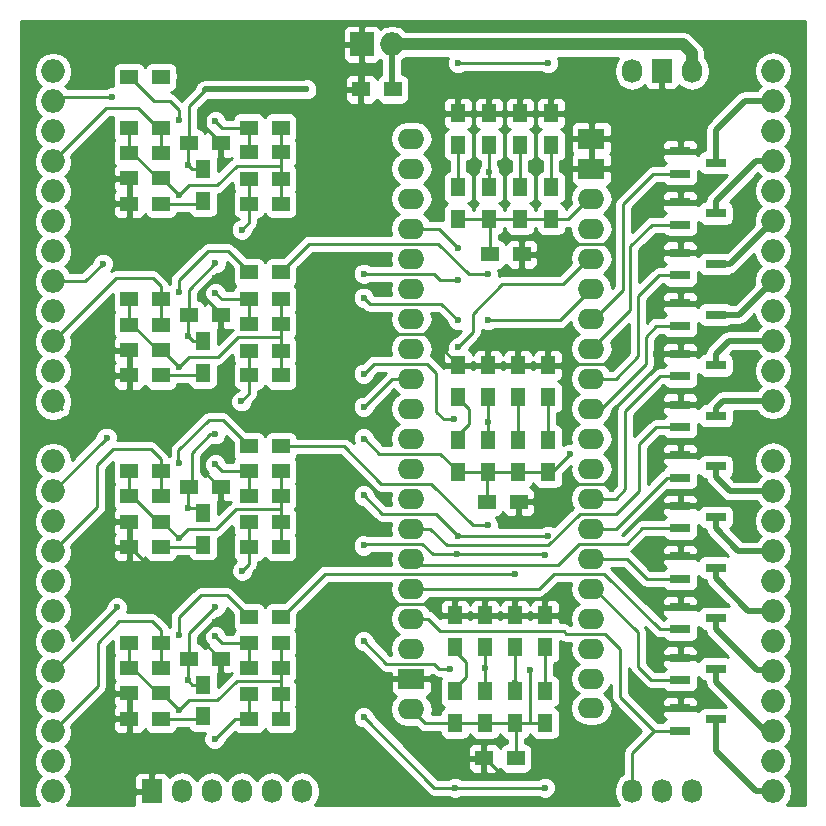
<source format=gbl>
G04 #@! TF.FileFunction,Copper,L2,Bot,Signal*
%FSLAX46Y46*%
G04 Gerber Fmt 4.6, Leading zero omitted, Abs format (unit mm)*
G04 Created by KiCad (PCBNEW 4.0.2+dfsg1-stable) date Sun 27 May 2018 10:56:58 CEST*
%MOMM*%
G01*
G04 APERTURE LIST*
%ADD10C,0.100000*%
%ADD11O,1.998980X1.998980*%
%ADD12R,1.998980X1.998980*%
%ADD13O,2.250000X1.727200*%
%ADD14R,2.250000X1.727200*%
%ADD15O,1.727200X2.032000*%
%ADD16R,1.727200X2.032000*%
%ADD17R,1.300000X1.500000*%
%ADD18R,1.500000X1.300000*%
%ADD19R,1.800860X0.800100*%
%ADD20C,0.600000*%
%ADD21C,0.250000*%
%ADD22C,0.500000*%
%ADD23C,1.000000*%
%ADD24C,0.254000*%
G04 APERTURE END LIST*
D10*
D11*
X45720000Y-15240000D03*
D12*
X43180000Y-15240000D03*
D11*
X77978000Y-70826000D03*
X77978000Y-75906000D03*
X77978000Y-73366000D03*
X77978000Y-68286000D03*
X77978000Y-65746000D03*
X77978000Y-63206000D03*
X77978000Y-60666000D03*
X77978000Y-58126000D03*
X77978000Y-55586000D03*
X77978000Y-53046000D03*
X77978000Y-50506000D03*
X77978000Y-78446000D03*
X77978000Y-37795200D03*
X77978000Y-42875200D03*
X77978000Y-40335200D03*
X77978000Y-35255200D03*
X77978000Y-32715200D03*
X77978000Y-30175200D03*
X77978000Y-27635200D03*
X77978000Y-25095200D03*
X77978000Y-22555200D03*
X77978000Y-20015200D03*
X77978000Y-17475200D03*
X77978000Y-45415200D03*
X17018000Y-58166000D03*
X17018000Y-53086000D03*
X17018000Y-55626000D03*
X17018000Y-60706000D03*
X17018000Y-63246000D03*
X17018000Y-65786000D03*
X17018000Y-68326000D03*
X17018000Y-70866000D03*
X17018000Y-73406000D03*
X17018000Y-75946000D03*
X17018000Y-78486000D03*
X17018000Y-50546000D03*
X17018000Y-25146000D03*
X17018000Y-20066000D03*
X17018000Y-22606000D03*
X17018000Y-27686000D03*
X17018000Y-30226000D03*
X17018000Y-32766000D03*
X17018000Y-35306000D03*
X17018000Y-37846000D03*
X17018000Y-40386000D03*
X17018000Y-42926000D03*
X17018000Y-45466000D03*
X17018000Y-17526000D03*
D13*
X62605080Y-68944376D03*
X62605080Y-66404376D03*
X62605080Y-63864376D03*
X62605080Y-61324376D03*
X62605080Y-58784376D03*
X62605080Y-56244376D03*
X62605080Y-53704376D03*
X62605080Y-51164376D03*
X62605080Y-48624376D03*
X62605080Y-46084376D03*
X62605080Y-43544376D03*
X62605080Y-41004376D03*
X62605080Y-38464376D03*
X62605080Y-35924376D03*
X62605080Y-33384376D03*
X62605080Y-30844376D03*
X62605080Y-28304376D03*
X47365080Y-23224376D03*
X47365080Y-25764376D03*
X47365080Y-28304376D03*
X47365080Y-30844376D03*
X47365080Y-33384376D03*
X47365080Y-35924376D03*
X47365080Y-38464376D03*
X47365080Y-41004376D03*
X47365080Y-43544376D03*
X47365080Y-46084376D03*
X47365080Y-48624376D03*
X47365080Y-51164376D03*
X47365080Y-53704376D03*
X47365080Y-56244376D03*
X47365080Y-58784376D03*
X47365080Y-61324376D03*
X47365080Y-63864376D03*
X47365080Y-66404376D03*
X47365080Y-71535176D03*
D14*
X47365080Y-68944376D03*
X62605080Y-25764376D03*
X62605080Y-23224376D03*
D13*
X62605080Y-71432401D03*
D15*
X68588242Y-78445360D03*
X71128242Y-78445360D03*
X66048242Y-78445360D03*
D16*
X68580000Y-17486000D03*
D15*
X66040000Y-17486000D03*
X71120000Y-17486000D03*
D17*
X51054000Y-70024000D03*
X51054000Y-72724000D03*
D18*
X33622000Y-72351200D03*
X36322000Y-72351200D03*
X33622000Y-57811200D03*
X36322000Y-57811200D03*
X33622000Y-43271200D03*
X36322000Y-43271200D03*
X33622000Y-68008480D03*
X36322000Y-68008480D03*
X33622000Y-53468480D03*
X36322000Y-53468480D03*
X33622000Y-38928480D03*
X36322000Y-38928480D03*
X33622000Y-65906800D03*
X36322000Y-65906800D03*
X33622000Y-51366800D03*
X36322000Y-51366800D03*
X33622000Y-36826800D03*
X36322000Y-36826800D03*
X33622000Y-70249520D03*
X36322000Y-70249520D03*
X33622000Y-55709520D03*
X36322000Y-55709520D03*
X33622000Y-41169520D03*
X36322000Y-41169520D03*
X28542000Y-67242000D03*
X31242000Y-67242000D03*
X28542000Y-52702000D03*
X31242000Y-52702000D03*
X28542000Y-38162000D03*
X31242000Y-38162000D03*
X23462000Y-72351196D03*
X26162000Y-72351196D03*
X23462000Y-57811196D03*
X26162000Y-57811196D03*
X23462000Y-43271196D03*
X26162000Y-43271196D03*
X26162000Y-68054932D03*
X23462000Y-68054932D03*
X26162000Y-53514932D03*
X23462000Y-53514932D03*
X26162000Y-38974932D03*
X23462000Y-38974932D03*
X26162000Y-65906800D03*
X23462000Y-65906800D03*
X26162000Y-51366800D03*
X23462000Y-51366800D03*
X26162000Y-36826800D03*
X23462000Y-36826800D03*
D17*
X29718000Y-72148000D03*
X29718000Y-69448000D03*
X29718000Y-57608000D03*
X29718000Y-54908000D03*
X29718000Y-43068000D03*
X29718000Y-40368000D03*
D18*
X26162000Y-70203064D03*
X23462000Y-70203064D03*
X26162000Y-55663064D03*
X23462000Y-55663064D03*
X26162000Y-41123064D03*
X23462000Y-41123064D03*
X28542000Y-23622000D03*
X31242000Y-23622000D03*
X33622000Y-26629520D03*
X36322000Y-26629520D03*
X33622000Y-22286800D03*
X36322000Y-22286800D03*
X33622000Y-63754000D03*
X36322000Y-63754000D03*
X33622000Y-49276000D03*
X36322000Y-49276000D03*
X33622000Y-34544000D03*
X36322000Y-34544000D03*
X23462000Y-18034000D03*
X26162000Y-18034000D03*
D19*
X70129400Y-26211455D03*
X70129400Y-24311455D03*
X73131680Y-25261455D03*
X70129400Y-30496795D03*
X70129400Y-28596795D03*
X73131680Y-29546795D03*
X70129400Y-34782135D03*
X70129400Y-32882135D03*
X73131680Y-33832135D03*
X70129400Y-39067475D03*
X70129400Y-37167475D03*
X73131680Y-38117475D03*
X70129400Y-43352815D03*
X70129400Y-41452815D03*
X73131680Y-42402815D03*
X70129400Y-47638155D03*
X70129400Y-45738155D03*
X73131680Y-46688155D03*
X70129400Y-51923495D03*
X70129400Y-50023495D03*
X73131680Y-50973495D03*
X70129400Y-56208835D03*
X70129400Y-54308835D03*
X73131680Y-55258835D03*
X70129400Y-60494175D03*
X70129400Y-58594175D03*
X73131680Y-59544175D03*
X70129400Y-64779515D03*
X70129400Y-62879515D03*
X73131680Y-63829515D03*
X70129400Y-69064855D03*
X70129400Y-67164855D03*
X73131680Y-68114855D03*
X70129400Y-73350195D03*
X70129400Y-71450195D03*
X73131680Y-72400195D03*
D18*
X33622000Y-24388480D03*
X36322000Y-24388480D03*
D17*
X51311007Y-27352000D03*
X51311007Y-30052000D03*
X51311007Y-21082000D03*
X51311007Y-23782000D03*
X56558335Y-27352000D03*
X56558335Y-30052000D03*
X56558335Y-21082000D03*
X56558335Y-23782000D03*
X53934671Y-27352000D03*
X53934671Y-30052000D03*
X53934671Y-21082000D03*
X53934671Y-23782000D03*
X59182000Y-27352000D03*
X59182000Y-30052000D03*
X59182000Y-21082000D03*
X59182000Y-23782000D03*
X51308000Y-48768000D03*
X51308000Y-51468000D03*
X51308000Y-42418000D03*
X51308000Y-45118000D03*
X56388000Y-48768000D03*
X56388000Y-51468000D03*
X56388000Y-42418000D03*
X56388000Y-45118000D03*
X53848000Y-48768000D03*
X53848000Y-51468000D03*
X53848000Y-42418000D03*
X53848000Y-45118000D03*
X58928000Y-48768000D03*
X58928000Y-51468000D03*
X58928000Y-42418000D03*
X58928000Y-45118000D03*
X51054000Y-63594000D03*
X51054000Y-66294000D03*
X56134000Y-70024000D03*
X56134000Y-72724000D03*
X56134000Y-63594000D03*
X56134000Y-66294000D03*
X53594000Y-70024000D03*
X53594000Y-72724000D03*
X53594000Y-63594000D03*
X53594000Y-66294000D03*
X58674000Y-70024000D03*
X58674000Y-72724000D03*
X58674000Y-63594000D03*
X58674000Y-66294000D03*
D18*
X26162000Y-22286800D03*
X23462000Y-22286800D03*
X26162000Y-24434932D03*
X23462000Y-24434932D03*
D17*
X29718000Y-28528000D03*
X29718000Y-25828000D03*
D18*
X23462000Y-28731196D03*
X26162000Y-28731196D03*
X26162000Y-26583064D03*
X23462000Y-26583064D03*
X33622000Y-28731200D03*
X36322000Y-28731200D03*
X43100000Y-19050000D03*
X45800000Y-19050000D03*
X54022000Y-33020000D03*
X56722000Y-33020000D03*
X53768000Y-53975000D03*
X56468000Y-53975000D03*
X56214000Y-75692000D03*
X53514000Y-75692000D03*
D16*
X25400000Y-78486000D03*
D15*
X27940000Y-78486000D03*
X30480000Y-78486000D03*
X33020000Y-78486000D03*
X35560000Y-78486000D03*
X38100000Y-78486000D03*
D20*
X30782606Y-62850229D03*
X28443758Y-54535045D03*
X38481000Y-19050547D03*
X30782515Y-33778271D03*
X45546000Y-19050000D03*
X30777744Y-48252092D03*
X28449428Y-39974723D03*
X28449428Y-69054723D03*
X28449428Y-25434723D03*
X68078639Y-50054931D03*
X64311113Y-52449987D03*
X49657000Y-79248000D03*
X39748185Y-79439489D03*
X54864000Y-79248000D03*
X19050000Y-79248000D03*
X60872282Y-75648000D03*
X61472282Y-75648000D03*
X61472282Y-75048000D03*
X60872282Y-75048000D03*
X72092086Y-48581438D03*
X80010075Y-13716000D03*
X73660000Y-13716000D03*
X67564000Y-13716000D03*
X61468000Y-13716000D03*
X49784000Y-13716000D03*
X48260000Y-13716000D03*
X40640000Y-13716000D03*
X15748000Y-13716000D03*
X62103000Y-21560800D03*
X62103000Y-20560800D03*
X62103000Y-19560800D03*
X62103000Y-18560800D03*
X62103000Y-17560800D03*
X62103000Y-16560800D03*
X72644000Y-21590000D03*
X25603200Y-14071600D03*
X39888160Y-22354540D03*
X39507160Y-30373320D03*
X19514820Y-33848040D03*
X39055040Y-44958000D03*
X36842700Y-61015880D03*
X20665440Y-61925200D03*
X80010075Y-28905493D03*
X80010075Y-26365493D03*
X80010075Y-33985493D03*
X80010075Y-31445493D03*
X80010075Y-16205493D03*
X80010075Y-23825493D03*
X80010075Y-21285493D03*
X80010075Y-18745493D03*
X80010075Y-72085493D03*
X80010075Y-74625493D03*
X80010075Y-67005493D03*
X80010075Y-69545493D03*
X80010075Y-77165493D03*
X80010075Y-51765493D03*
X80010075Y-56845493D03*
X80010075Y-59385493D03*
X80010075Y-64465493D03*
X80010075Y-54305493D03*
X80010075Y-61925493D03*
X80010075Y-49225493D03*
X80010075Y-46685493D03*
X80010075Y-41605493D03*
X80010075Y-36525493D03*
X80010075Y-39065493D03*
X80010075Y-44145493D03*
X14859075Y-77216293D03*
X14859075Y-74676293D03*
X14859075Y-72136293D03*
X14859075Y-69596293D03*
X14859075Y-67056293D03*
X14859075Y-64516293D03*
X14859075Y-61976293D03*
X14859075Y-59436293D03*
X14859075Y-56896293D03*
X14859075Y-54356293D03*
X14859075Y-51816293D03*
X14859075Y-49276293D03*
X14859075Y-46736293D03*
X14859075Y-44196293D03*
X14859075Y-41656293D03*
X14859075Y-39116293D03*
X14859075Y-36576293D03*
X14859075Y-34036293D03*
X14859075Y-31496293D03*
X14859075Y-28956293D03*
X14859075Y-26416293D03*
X14859075Y-23876293D03*
X14859075Y-21336293D03*
X14859075Y-18796293D03*
X14859075Y-16256293D03*
X62673142Y-75048000D03*
X63273142Y-75048000D03*
X64473142Y-75048000D03*
X65073142Y-75048000D03*
X62673142Y-75648000D03*
X63273142Y-75648000D03*
X64473142Y-75648000D03*
X65073142Y-75648000D03*
X60873142Y-76848000D03*
X61473142Y-76848000D03*
X60873142Y-77448000D03*
X61473142Y-77448000D03*
X62673142Y-78648000D03*
X63273142Y-78648000D03*
X62673142Y-79248000D03*
X63273142Y-79248000D03*
X68076493Y-28596763D03*
X68076493Y-32898089D03*
X61136265Y-62600541D03*
X40311683Y-26481415D03*
X28279659Y-61663021D03*
X31291236Y-39996357D03*
X40311683Y-54456454D03*
X68072000Y-24333200D03*
X30780236Y-20174521D03*
X68078639Y-71451936D03*
X68087534Y-67160079D03*
X68087533Y-62881569D03*
X68083087Y-58603058D03*
X68078639Y-54320098D03*
X68083088Y-45723049D03*
X68085310Y-41446880D03*
X68086662Y-37158741D03*
X64310214Y-32121599D03*
X64311047Y-42290413D03*
X28324885Y-32547859D03*
X31292579Y-25153197D03*
X28128233Y-46820650D03*
X31293118Y-54243217D03*
X31259906Y-68828102D03*
X40311683Y-68992983D03*
X40311683Y-39914925D03*
X30781766Y-64128560D03*
X30776169Y-49508516D03*
X30782519Y-35028824D03*
X53888011Y-21527558D03*
X53857827Y-42869607D03*
X53612791Y-64037358D03*
X43329531Y-48615600D03*
X60817220Y-49889391D03*
X57446886Y-68225242D03*
X54107202Y-30066344D03*
X53595011Y-72273534D03*
X53847999Y-51105140D03*
X22034094Y-19723208D03*
X30780238Y-21757585D03*
X33074360Y-24180339D03*
X27687323Y-57071824D03*
X43329531Y-45915600D03*
X29709826Y-57629922D03*
X51318863Y-26904783D03*
X56557022Y-26900201D03*
X53958394Y-26013862D03*
X59181104Y-24070183D03*
X51313330Y-48317149D03*
X56392240Y-48318457D03*
X53858618Y-47253841D03*
X58928000Y-45118000D03*
X51053815Y-69577431D03*
X56133874Y-69277024D03*
X53625301Y-68004980D03*
X58673473Y-66582327D03*
X27687323Y-71611824D03*
X26615130Y-24182802D03*
X33008514Y-30926407D03*
X33081615Y-26722917D03*
X21246852Y-33801975D03*
X30778995Y-36289701D03*
X33074360Y-38720339D03*
X26615130Y-38722802D03*
X32975001Y-45474423D03*
X33081615Y-41262917D03*
X21557611Y-48541339D03*
X30781971Y-50809512D03*
X33074360Y-53260339D03*
X27687323Y-42531824D03*
X26615130Y-53262802D03*
X33040521Y-59809849D03*
X33081615Y-55802917D03*
X22445676Y-62895843D03*
X30781768Y-65376484D03*
X33074360Y-67800339D03*
X27687323Y-27991824D03*
X26615130Y-67802802D03*
X30701530Y-74055654D03*
X33081615Y-70342917D03*
X29681755Y-72064650D03*
X29712785Y-43027217D03*
X29700882Y-28443248D03*
X51311007Y-32458829D03*
X27661765Y-50721343D03*
X27669510Y-36182943D03*
X27692861Y-21644289D03*
X53848000Y-38608000D03*
X43342560Y-34660840D03*
X51311007Y-35158829D03*
X26658186Y-17899347D03*
X51308180Y-16850900D03*
X58928041Y-16847836D03*
X53844261Y-55929821D03*
X43329531Y-53436276D03*
X58939757Y-56833805D03*
X51311142Y-56837797D03*
X51007217Y-46998224D03*
X43329531Y-43131840D03*
X51308000Y-38608000D03*
X43329531Y-36687440D03*
X50678959Y-68138794D03*
X43329531Y-65767440D03*
X58678071Y-58441422D03*
X51208496Y-58420240D03*
X43329531Y-57671840D03*
X53854540Y-34712939D03*
X43329531Y-72211840D03*
X58672055Y-78174278D03*
X51056363Y-78174278D03*
X27676333Y-65263521D03*
X51305688Y-40858613D03*
X56132292Y-60050658D03*
D21*
X28542000Y-65090835D02*
X30782606Y-62850229D01*
X28542000Y-67242000D02*
X28542000Y-65090835D01*
X30777744Y-48252092D02*
X30353480Y-48252092D01*
X30353480Y-48252092D02*
X28796485Y-49809087D01*
X28796485Y-49809087D02*
X28796485Y-52452835D01*
X28796485Y-52452835D02*
X28547320Y-52702000D01*
X28547320Y-52702000D02*
X28542000Y-52702000D01*
X28443758Y-54535045D02*
X29345045Y-54535045D01*
X29345045Y-54535045D02*
X29718000Y-54908000D01*
X28443758Y-54535045D02*
X28443758Y-52800242D01*
X28443758Y-52800242D02*
X28542000Y-52702000D01*
X29718000Y-40368000D02*
X28842692Y-40368000D01*
X28449428Y-39974736D02*
X28449428Y-39974723D01*
X28842692Y-40368000D02*
X28449428Y-39974736D01*
D22*
X29923122Y-19050547D02*
X38481000Y-19050547D01*
D21*
X28542000Y-23622000D02*
X28542000Y-20431669D01*
X28542000Y-20431669D02*
X29880537Y-19093132D01*
D22*
X29880537Y-19093132D02*
X29923122Y-19050547D01*
D21*
X28542000Y-36018786D02*
X30782515Y-33778271D01*
X28542000Y-38162000D02*
X28542000Y-36018786D01*
D22*
X45720000Y-15240000D02*
X45720000Y-18876000D01*
D21*
X45720000Y-18876000D02*
X45546000Y-19050000D01*
D23*
X45720000Y-15240000D02*
X70346433Y-15240000D01*
X71120000Y-16013567D02*
X71120000Y-17486000D01*
X70346433Y-15240000D02*
X71120000Y-16013567D01*
D22*
X45721742Y-15261013D02*
X45720000Y-15262755D01*
D21*
X28620833Y-67450440D02*
X28920832Y-67150441D01*
X28620833Y-38370440D02*
X28920832Y-38070441D01*
X29718000Y-69448000D02*
X28818000Y-69448000D01*
X28449428Y-69079428D02*
X28449428Y-69054723D01*
X28449428Y-69054723D02*
X28449428Y-67450440D01*
X28449428Y-39974723D02*
X28449428Y-38370440D01*
X28449428Y-67450440D02*
X28620833Y-67450440D01*
X28449428Y-38370440D02*
X28620833Y-38370440D01*
X28818000Y-69448000D02*
X28449428Y-69079428D01*
X28449428Y-25434723D02*
X28449428Y-23830440D01*
X28449428Y-23830440D02*
X28620833Y-23830440D01*
X28620833Y-23830440D02*
X28920832Y-23530441D01*
X28818000Y-25828000D02*
X28449428Y-25459428D01*
X29718000Y-25828000D02*
X28818000Y-25828000D01*
X28449428Y-25459428D02*
X28449428Y-25434723D01*
X70129400Y-50023495D02*
X68110075Y-50023495D01*
X68110075Y-50023495D02*
X68078639Y-50054931D01*
X56468000Y-53975000D02*
X59276769Y-53975000D01*
X59276769Y-53975000D02*
X60801782Y-52449987D01*
X60801782Y-52449987D02*
X64311113Y-52449987D01*
X49657000Y-79248000D02*
X39939674Y-79248000D01*
X39939674Y-79248000D02*
X39748185Y-79439489D01*
X54864000Y-79248000D02*
X49657000Y-79248000D01*
X62673142Y-79248000D02*
X54864000Y-79248000D01*
X25400000Y-78486000D02*
X19812000Y-78486000D01*
X19812000Y-78486000D02*
X19050000Y-79248000D01*
X71706376Y-50023495D02*
X73152000Y-48577871D01*
X72092086Y-48581438D02*
X72392085Y-48881437D01*
X73152000Y-48577871D02*
X73525751Y-48204120D01*
X72392085Y-48881437D02*
X72848434Y-48881437D01*
X72848434Y-48881437D02*
X73152000Y-48577871D01*
X59182000Y-21082000D02*
X61899800Y-21082000D01*
X61899800Y-21082000D02*
X62028714Y-21082000D01*
X62103000Y-20560800D02*
X61803001Y-20860799D01*
X61803001Y-20860799D02*
X61803001Y-20985201D01*
X61803001Y-20985201D02*
X61899800Y-21082000D01*
X62103000Y-20560800D02*
X62103000Y-21560800D01*
X62103000Y-19560800D02*
X62103000Y-20560800D01*
X62103000Y-18560800D02*
X62103000Y-19560800D01*
X62103000Y-17560800D02*
X62103000Y-18560800D01*
X62103000Y-16560800D02*
X62103000Y-17560800D01*
X72644000Y-21590000D02*
X71418067Y-21590000D01*
X71418067Y-21590000D02*
X70129400Y-22878667D01*
X70129400Y-22878667D02*
X70129400Y-24311455D01*
X70129400Y-50023495D02*
X71706376Y-50023495D01*
X73525751Y-48204120D02*
X78988702Y-48204120D01*
X78988702Y-48204120D02*
X80010075Y-49225493D01*
X40311893Y-22036502D02*
X40206198Y-22036502D01*
X40206198Y-22036502D02*
X39888160Y-22354540D01*
X53514000Y-75692000D02*
X53614000Y-75692000D01*
X53614000Y-75692000D02*
X55117259Y-77195259D01*
X55117259Y-77195259D02*
X60603656Y-77195259D01*
X60603656Y-77195259D02*
X60873931Y-77465534D01*
X56722000Y-33020000D02*
X59423053Y-33020000D01*
X59423053Y-33020000D02*
X60321454Y-32121599D01*
X60321454Y-32121599D02*
X64310214Y-32121599D01*
X58674000Y-63594000D02*
X60138202Y-63594000D01*
X60138202Y-63594000D02*
X61132882Y-62599320D01*
X61132882Y-62599320D02*
X61135044Y-62599320D01*
X61135044Y-62599320D02*
X61136265Y-62600541D01*
X51311007Y-21082000D02*
X43180000Y-21082000D01*
X43180000Y-21082000D02*
X42862500Y-21082000D01*
D22*
X43100000Y-19050000D02*
X43100000Y-21002000D01*
D21*
X43100000Y-21002000D02*
X43180000Y-21082000D01*
D22*
X43180000Y-15240000D02*
X43180000Y-18970000D01*
D21*
X43180000Y-18970000D02*
X43100000Y-19050000D01*
X42862500Y-21082000D02*
X41225456Y-21082000D01*
X42846000Y-21065500D02*
X42862500Y-21082000D01*
X41225456Y-21082000D02*
X40311683Y-21995773D01*
X30780236Y-20174521D02*
X38449912Y-20174521D01*
X38449912Y-20174521D02*
X40311893Y-22036502D01*
X40311893Y-22036502D02*
X40311893Y-22028107D01*
X48722313Y-39733201D02*
X40501628Y-39733201D01*
X51308000Y-42418000D02*
X51308000Y-42318000D01*
X51308000Y-42318000D02*
X48723514Y-39733514D01*
X40501628Y-39740052D02*
X40327290Y-39914390D01*
X40305682Y-54439927D02*
X40308007Y-54442252D01*
X40308007Y-54442252D02*
X40308007Y-57573146D01*
X40308007Y-57573146D02*
X36847066Y-61034087D01*
X36847066Y-61034087D02*
X28908593Y-61034087D01*
X28908593Y-61034087D02*
X28279659Y-61663021D01*
X42059063Y-68962767D02*
X42034690Y-68987140D01*
X42034690Y-68987140D02*
X40326485Y-68987140D01*
X31242000Y-23622000D02*
X31242000Y-23611377D01*
X31242000Y-23611377D02*
X29867388Y-22236765D01*
X29867388Y-22236765D02*
X29867388Y-21087369D01*
X29867388Y-21087369D02*
X30780236Y-20174521D01*
X31242000Y-38162000D02*
X31242000Y-38096835D01*
X31242000Y-38096835D02*
X29718000Y-36572835D01*
X29718000Y-36093343D02*
X30782519Y-35028824D01*
X29718000Y-36572835D02*
X29718000Y-36093343D01*
X31242000Y-67242000D02*
X31174949Y-67242000D01*
X31174949Y-67242000D02*
X29718000Y-65785051D01*
X29718000Y-65192326D02*
X30781766Y-64128560D01*
X29718000Y-65785051D02*
X29718000Y-65192326D01*
X31242000Y-52702000D02*
X31120846Y-52702000D01*
X31120846Y-52702000D02*
X29718000Y-51299154D01*
X29718000Y-51299154D02*
X29718000Y-50566685D01*
X29718000Y-50566685D02*
X30776169Y-49508516D01*
X40313067Y-21994389D02*
X40311683Y-21995773D01*
X40311683Y-21995773D02*
X40311683Y-26481415D01*
X27413825Y-61663021D02*
X28279659Y-61663021D01*
X23462000Y-57811196D02*
X23562000Y-57811196D01*
X23562000Y-57811196D02*
X27413825Y-61663021D01*
X68072000Y-24333200D02*
X66211073Y-24333200D01*
X66211073Y-24333200D02*
X65101074Y-23223201D01*
X65101074Y-23223201D02*
X62602401Y-23223201D01*
X31242000Y-38162000D02*
X31295047Y-38215047D01*
X31295047Y-39992546D02*
X31291236Y-39996357D01*
X31295047Y-38215047D02*
X31295047Y-39992546D01*
X25400000Y-76055673D02*
X39819127Y-76055673D01*
X39819127Y-76055673D02*
X41990797Y-73884003D01*
X41990797Y-73884003D02*
X41990797Y-68964004D01*
X41990797Y-68964004D02*
X42011600Y-68943201D01*
X25400000Y-78486000D02*
X25400000Y-76055673D01*
X25400000Y-76055673D02*
X23462000Y-74117673D01*
X23462000Y-74117673D02*
X23462000Y-72351196D01*
X62028714Y-21082000D02*
X62602401Y-21655687D01*
X62602401Y-21655687D02*
X62602401Y-23223201D01*
X70129400Y-24311455D02*
X68093745Y-24311455D01*
X68093745Y-24311455D02*
X68072000Y-24333200D01*
X51308884Y-21079877D02*
X51311007Y-21082000D01*
X30780236Y-20174521D02*
X30783168Y-20171589D01*
X68080380Y-71450195D02*
X68078639Y-71451936D01*
X70129400Y-71450195D02*
X68080380Y-71450195D01*
X68092310Y-67164855D02*
X68087534Y-67160079D01*
X70129400Y-67164855D02*
X68092310Y-67164855D01*
X70129400Y-62879515D02*
X68089587Y-62879515D01*
X68089587Y-62879515D02*
X68087533Y-62881569D01*
X68091970Y-58594175D02*
X68083087Y-58603058D01*
X70129400Y-58594175D02*
X68091970Y-58594175D01*
X68089902Y-54308835D02*
X68078639Y-54320098D01*
X70129400Y-54308835D02*
X68089902Y-54308835D01*
X68098194Y-45738155D02*
X68083088Y-45723049D01*
X70129400Y-45738155D02*
X68098194Y-45738155D01*
X68091245Y-41452815D02*
X68085310Y-41446880D01*
X70129400Y-41452815D02*
X68091245Y-41452815D01*
X68076525Y-28596795D02*
X68076493Y-28596763D01*
X70129400Y-28596795D02*
X68076525Y-28596795D01*
X68092447Y-32882135D02*
X68076493Y-32898089D01*
X70129400Y-32882135D02*
X68092447Y-32882135D01*
X68095396Y-37167475D02*
X68086662Y-37158741D01*
X70129400Y-37167475D02*
X68095396Y-37167475D01*
X23462000Y-28731196D02*
X23462000Y-29810420D01*
X23462000Y-29810420D02*
X26199439Y-32547859D01*
X26199439Y-32547859D02*
X28324885Y-32547859D01*
X59131200Y-21031200D02*
X59182000Y-21082000D01*
X59955587Y-42290413D02*
X64311047Y-42290413D01*
X59828000Y-42418000D02*
X59955587Y-42290413D01*
X58928000Y-42418000D02*
X59828000Y-42418000D01*
X58674000Y-63594000D02*
X58674000Y-63694000D01*
X31242000Y-25102618D02*
X31292579Y-25153197D01*
X31242000Y-23622000D02*
X31242000Y-25102618D01*
X23462000Y-43271196D02*
X23462000Y-44376093D01*
X25906557Y-46820650D02*
X28128233Y-46820650D01*
X23462000Y-44376093D02*
X25906557Y-46820650D01*
X51054000Y-63594000D02*
X49758987Y-63594000D01*
X49758987Y-63594000D02*
X48767183Y-62602196D01*
X48767183Y-62602196D02*
X43569804Y-62602196D01*
X41988889Y-64183111D02*
X41988889Y-68920490D01*
X43569804Y-62602196D02*
X41988889Y-64183111D01*
X41988889Y-68920490D02*
X42011600Y-68943201D01*
X31242000Y-54192099D02*
X31293118Y-54243217D01*
X31242000Y-52702000D02*
X31242000Y-54192099D01*
X31242000Y-68810196D02*
X31259906Y-68828102D01*
X31242000Y-67242000D02*
X31242000Y-68810196D01*
X53514000Y-75692000D02*
X48760399Y-75692000D01*
X48760399Y-75692000D02*
X42011600Y-68943201D01*
X47362401Y-68943201D02*
X42011600Y-68943201D01*
X62069980Y-23756620D02*
X62603380Y-23223220D01*
X51054000Y-63594000D02*
X51054000Y-63694000D01*
X62705096Y-23223201D02*
X62602401Y-23223201D01*
X62602401Y-25763201D02*
X62602401Y-23223201D01*
X62602401Y-23220955D02*
X62602401Y-23223201D01*
X62602401Y-23360331D02*
X62602401Y-23223201D01*
X59182000Y-21182000D02*
X59182000Y-21082000D01*
X56722000Y-42084000D02*
X56388000Y-42418000D01*
X58928000Y-42518000D02*
X58928000Y-42418000D01*
X53594000Y-63594000D02*
X51054000Y-63594000D01*
X56134000Y-63594000D02*
X53594000Y-63594000D01*
X58674000Y-63594000D02*
X56134000Y-63594000D01*
X51308000Y-42418000D02*
X53848000Y-42418000D01*
X56388000Y-42418000D02*
X53848000Y-42418000D01*
X58928000Y-42418000D02*
X56388000Y-42418000D01*
X59182000Y-21082000D02*
X56558335Y-21082000D01*
X56558335Y-21082000D02*
X53934671Y-21082000D01*
X51311007Y-21082000D02*
X53934671Y-21082000D01*
X23462000Y-70203064D02*
X23462000Y-72351196D01*
X23462000Y-55663064D02*
X23462000Y-57811196D01*
X23462000Y-41123064D02*
X23462000Y-43271196D01*
X23462000Y-26583064D02*
X23462000Y-28731196D01*
X56134000Y-72724000D02*
X57429400Y-72724000D01*
X57429400Y-72724000D02*
X57446886Y-72706514D01*
X58674000Y-72724000D02*
X57464372Y-72724000D01*
X57464372Y-72724000D02*
X57446886Y-72706514D01*
X53768000Y-53975000D02*
X53768000Y-51185139D01*
X53768000Y-51185139D02*
X53847999Y-51105140D01*
X54107202Y-30066344D02*
X53949015Y-30066344D01*
X53949015Y-30066344D02*
X53934671Y-30052000D01*
X53848000Y-51468000D02*
X53848000Y-51105141D01*
X53848000Y-51105141D02*
X53847999Y-51105140D01*
X53594000Y-72724000D02*
X53594000Y-72274545D01*
X53594000Y-72274545D02*
X53595011Y-72273534D01*
X59182000Y-30052000D02*
X60613098Y-30052000D01*
X60613098Y-30052000D02*
X62361897Y-28303201D01*
X62361897Y-28303201D02*
X62341001Y-28303201D01*
X58928000Y-51468000D02*
X59237972Y-51468000D01*
X59237972Y-51468000D02*
X60816581Y-49889391D01*
X60816581Y-49889391D02*
X60817220Y-49889391D01*
X57446886Y-72706514D02*
X57446886Y-68225242D01*
X44649606Y-49891696D02*
X43399371Y-48641461D01*
X49831696Y-49891696D02*
X44649606Y-49891696D01*
X51308000Y-51368000D02*
X49831696Y-49891696D01*
X51308000Y-51468000D02*
X51308000Y-51368000D01*
X58674000Y-72724000D02*
X58674000Y-72624000D01*
X47362401Y-71534001D02*
X47370732Y-71534001D01*
X48560731Y-72724000D02*
X51054000Y-72724000D01*
X47370732Y-71534001D02*
X48560731Y-72724000D01*
X58674000Y-72724000D02*
X58674000Y-72824000D01*
X54022000Y-33020000D02*
X54022000Y-30151546D01*
X54022000Y-30151546D02*
X54107202Y-30066344D01*
X56214000Y-75692000D02*
X56214000Y-72804000D01*
X56214000Y-72804000D02*
X56134000Y-72724000D01*
X56722000Y-30215665D02*
X56558335Y-30052000D01*
X54121546Y-30052000D02*
X54107202Y-30066344D01*
X56558335Y-30052000D02*
X54121546Y-30052000D01*
X54092858Y-30052000D02*
X54107202Y-30066344D01*
X51311007Y-30052000D02*
X54092858Y-30052000D01*
X56558335Y-30052000D02*
X59182000Y-30052000D01*
X56134000Y-72724000D02*
X53619832Y-72724000D01*
X53590076Y-72278469D02*
X53595011Y-72273534D01*
X53619832Y-72724000D02*
X53590076Y-72694244D01*
X53590076Y-72694244D02*
X53590076Y-72278469D01*
X51054000Y-72724000D02*
X53550450Y-72724000D01*
X53550450Y-72724000D02*
X53599946Y-72674504D01*
X53599946Y-72674504D02*
X53599946Y-72278469D01*
X53599946Y-72278469D02*
X53595011Y-72273534D01*
X56388000Y-51468000D02*
X58928000Y-51468000D01*
X53848000Y-51468000D02*
X56388000Y-51468000D01*
X51308000Y-51468000D02*
X53848000Y-51468000D01*
X53768000Y-51548000D02*
X53848000Y-51468000D01*
X22034094Y-19723208D02*
X17360792Y-19723208D01*
X17360792Y-19723208D02*
X17018000Y-20066000D01*
X31309453Y-22286800D02*
X30780238Y-21757585D01*
X33622000Y-22286800D02*
X31309453Y-22286800D01*
X33622000Y-22286800D02*
X33622000Y-24388480D01*
X36322000Y-54610000D02*
X36298954Y-54586954D01*
X30841686Y-56280314D02*
X28478833Y-56280314D01*
X28478833Y-56280314D02*
X27687323Y-57071824D01*
X36298954Y-54586954D02*
X32535046Y-54586954D01*
X32535046Y-54586954D02*
X30841686Y-56280314D01*
X36322000Y-54610000D02*
X36322000Y-53468480D01*
X36322000Y-55709520D02*
X36322000Y-54610000D01*
X36322000Y-51366800D02*
X36222000Y-51366800D01*
X26162000Y-55663064D02*
X25887256Y-55663064D01*
X25887256Y-55663064D02*
X23739124Y-53514932D01*
X23739124Y-53514932D02*
X23462000Y-53514932D01*
X36322000Y-57811200D02*
X36322000Y-55709520D01*
X36322000Y-53468480D02*
X36322000Y-51366800D01*
X26278563Y-55663064D02*
X27687323Y-57071824D01*
X26162000Y-55663064D02*
X26278563Y-55663064D01*
X23462000Y-53514932D02*
X23462000Y-51366800D01*
D22*
X73131680Y-29546795D02*
X73131680Y-28522137D01*
X73131680Y-28522137D02*
X76547817Y-25106000D01*
X76547817Y-25106000D02*
X77978000Y-25106000D01*
X73131680Y-25261455D02*
X73131680Y-22494055D01*
X73131680Y-22494055D02*
X75599735Y-20026000D01*
X75599735Y-20026000D02*
X77978000Y-20026000D01*
X73131680Y-33832135D02*
X74331865Y-33832135D01*
X74331865Y-33832135D02*
X77978000Y-30186000D01*
X73131680Y-38117475D02*
X75126525Y-38117475D01*
X75126525Y-38117475D02*
X77978000Y-35266000D01*
X73131680Y-42402815D02*
X73131680Y-41442512D01*
X73131680Y-41442512D02*
X74228192Y-40346000D01*
X74228192Y-40346000D02*
X77978000Y-40346000D01*
X73131680Y-46688155D02*
X73131680Y-46038105D01*
X73131680Y-46038105D02*
X73743785Y-45426000D01*
X73743785Y-45426000D02*
X77978000Y-45426000D01*
X73131680Y-55258835D02*
X73131680Y-56230038D01*
X75039375Y-58137733D02*
X77966267Y-58137733D01*
X73131680Y-56230038D02*
X75039375Y-58137733D01*
X77966267Y-58137733D02*
X77978000Y-58126000D01*
X73131680Y-50973495D02*
X73131680Y-51865407D01*
X73131680Y-51865407D02*
X74321595Y-53055322D01*
X74321595Y-53055322D02*
X77968678Y-53055322D01*
X77968678Y-53055322D02*
X77978000Y-53046000D01*
X73131680Y-59544175D02*
X73131680Y-60447846D01*
X73131680Y-60447846D02*
X75876505Y-63192671D01*
X75876505Y-63192671D02*
X77964671Y-63192671D01*
X77964671Y-63192671D02*
X77978000Y-63206000D01*
X73131680Y-63829515D02*
X73131680Y-64772434D01*
X73131680Y-64772434D02*
X76606856Y-68247610D01*
X76606856Y-68247610D02*
X77905845Y-68247610D01*
X77905845Y-68247610D02*
X77978000Y-68175455D01*
X77978000Y-68175455D02*
X77978000Y-68286000D01*
X73131680Y-68114855D02*
X73131680Y-69190454D01*
X73131680Y-69190454D02*
X77307226Y-73366000D01*
X77307226Y-73366000D02*
X77978000Y-73366000D01*
X73131680Y-72400195D02*
X73131680Y-75063372D01*
X73131680Y-75063372D02*
X76514308Y-78446000D01*
X76514308Y-78446000D02*
X77978000Y-78446000D01*
D21*
X70129400Y-69064855D02*
X67647854Y-69064855D01*
X67647854Y-69064855D02*
X66546826Y-67963827D01*
X66546826Y-67963827D02*
X66546826Y-65006226D01*
X66546826Y-65006226D02*
X62863801Y-61323201D01*
X62863801Y-61323201D02*
X62602401Y-61323201D01*
X62733101Y-61453901D02*
X62863801Y-61323201D01*
X70129400Y-60494175D02*
X67296611Y-60494175D01*
X67296611Y-60494175D02*
X65585637Y-58783201D01*
X65585637Y-58783201D02*
X62602401Y-58783201D01*
X70129400Y-51923495D02*
X68978970Y-51923495D01*
X68978970Y-51923495D02*
X64659264Y-56243201D01*
X64659264Y-56243201D02*
X62602401Y-56243201D01*
X64675632Y-53703201D02*
X62602401Y-53703201D01*
X65489684Y-52889149D02*
X64675632Y-53703201D01*
X65489684Y-46270316D02*
X65489684Y-52889149D01*
X68407185Y-43352815D02*
X65489684Y-46270316D01*
X70129400Y-43352815D02*
X68407185Y-43352815D01*
X70129400Y-39067475D02*
X68120525Y-39067475D01*
X68120525Y-39067475D02*
X67194119Y-39993881D01*
X67194117Y-39993881D02*
X67194117Y-42327631D01*
X67194119Y-42327631D02*
X63438549Y-46083201D01*
X63438549Y-46083201D02*
X62602401Y-46083201D01*
X70129400Y-34782135D02*
X68341865Y-34782135D01*
X68341865Y-34782135D02*
X66562008Y-36561992D01*
X64660799Y-43543201D02*
X62602401Y-43543201D01*
X66555054Y-36561992D02*
X66555054Y-41641992D01*
X66562008Y-41641992D02*
X64660799Y-43543201D01*
X70129400Y-30496795D02*
X67758911Y-30496795D01*
X67758911Y-30496795D02*
X65915991Y-32339715D01*
X65915991Y-32339715D02*
X65915991Y-37703990D01*
X65915991Y-37703990D02*
X62616780Y-41003201D01*
X62616780Y-41003201D02*
X62602401Y-41003201D01*
X62863801Y-41003201D02*
X62602401Y-41003201D01*
X70129400Y-26211455D02*
X67848209Y-26211455D01*
X67848209Y-26211455D02*
X65276928Y-28782736D01*
X65276928Y-28782736D02*
X65276928Y-36050074D01*
X62863801Y-38463201D02*
X62602401Y-38463201D01*
X65276928Y-36050074D02*
X62863801Y-38463201D01*
X70129400Y-64779515D02*
X68432667Y-64779515D01*
X59446674Y-60061489D02*
X58184962Y-61323201D01*
X58184962Y-61323201D02*
X47362401Y-61323201D01*
X68432667Y-64779515D02*
X63714641Y-60061489D01*
X63714641Y-60061489D02*
X59446674Y-60061489D01*
X70129400Y-56208835D02*
X66911176Y-56208835D01*
X61556283Y-57530122D02*
X59804101Y-59282304D01*
X47856338Y-59282304D02*
X47362401Y-58788367D01*
X66911176Y-56208835D02*
X65589889Y-57530122D01*
X59804101Y-59282304D02*
X47856338Y-59282304D01*
X65589889Y-57530122D02*
X61556283Y-57530122D01*
X47362401Y-58788367D02*
X47362401Y-58783201D01*
X66040000Y-78445360D02*
X66040000Y-75224790D01*
X66040000Y-75224790D02*
X67914595Y-73350195D01*
X65049400Y-70485000D02*
X65049400Y-66417527D01*
X65049400Y-66417527D02*
X63778592Y-65146719D01*
X67914595Y-73350195D02*
X65049400Y-70485000D01*
X70129400Y-73350195D02*
X67914595Y-73350195D01*
X47362401Y-63863201D02*
X48737401Y-63863201D01*
X60255626Y-64944273D02*
X60458072Y-65146719D01*
X48737401Y-63863201D02*
X49818473Y-64944273D01*
X49818473Y-64944273D02*
X60255626Y-64944273D01*
X60458072Y-65146719D02*
X63778592Y-65146719D01*
X43383200Y-45904425D02*
X45744424Y-43543201D01*
X43383200Y-45915600D02*
X43383200Y-45904425D01*
X45744424Y-43543201D02*
X47362401Y-43543201D01*
X29709826Y-57616174D02*
X29709826Y-57629922D01*
X29718000Y-57608000D02*
X29709826Y-57616174D01*
X26162000Y-57811196D02*
X29514804Y-57811196D01*
X29514804Y-57811196D02*
X29718000Y-57608000D01*
X51311007Y-26896927D02*
X51318863Y-26904783D01*
X51311007Y-23782000D02*
X51311007Y-26896927D01*
X56558335Y-26898888D02*
X56557022Y-26900201D01*
X56558335Y-23782000D02*
X56558335Y-26898888D01*
X53934671Y-25990139D02*
X53958394Y-26013862D01*
X53934671Y-23782000D02*
X53934671Y-25990139D01*
X53934671Y-26037585D02*
X53958394Y-26013862D01*
X53934671Y-27352000D02*
X53934671Y-26037585D01*
X59182000Y-27352000D02*
X59182000Y-23782000D01*
X51308000Y-48768000D02*
X51313330Y-48762670D01*
X52208000Y-47422479D02*
X51313330Y-48317149D01*
X52208000Y-46118000D02*
X52208000Y-47422479D01*
X51313330Y-48762670D02*
X51313330Y-48741413D01*
X51308000Y-45218000D02*
X52208000Y-46118000D01*
X51308000Y-45118000D02*
X51308000Y-45218000D01*
X51313330Y-48741413D02*
X51313330Y-48317149D01*
X56392240Y-48742721D02*
X56392240Y-48318457D01*
X56388000Y-48768000D02*
X56392240Y-48763760D01*
X56388000Y-48314217D02*
X56392240Y-48318457D01*
X56392240Y-48763760D02*
X56392240Y-48742721D01*
X56388000Y-45118000D02*
X56388000Y-48314217D01*
X53848000Y-47243223D02*
X53858618Y-47253841D01*
X53848000Y-45118000D02*
X53848000Y-47243223D01*
X53848000Y-47264459D02*
X53858618Y-47253841D01*
X53848000Y-48768000D02*
X53848000Y-47264459D01*
X58928000Y-45118000D02*
X58928000Y-48768000D01*
X51054000Y-66294000D02*
X51054000Y-66570620D01*
X51054000Y-66570620D02*
X52033714Y-67550334D01*
X52033714Y-67550334D02*
X52033714Y-68768268D01*
X52033714Y-68768268D02*
X51224551Y-69577431D01*
X51224551Y-69577431D02*
X51053815Y-69577431D01*
X56133874Y-69277024D02*
X56133874Y-70023874D01*
X56133874Y-70023874D02*
X56134000Y-70024000D01*
X56134000Y-69276898D02*
X56133874Y-69277024D01*
X56134000Y-66294000D02*
X56134000Y-69276898D01*
X53594000Y-67973679D02*
X53625301Y-68004980D01*
X53594000Y-70024000D02*
X53594000Y-68036281D01*
X53594000Y-66294000D02*
X53594000Y-67973679D01*
X53594000Y-68036281D02*
X53625301Y-68004980D01*
X58674000Y-70024000D02*
X58674000Y-66582854D01*
X58674000Y-66582854D02*
X58673473Y-66582327D01*
X62602401Y-30843201D02*
X62863801Y-30843201D01*
X36322000Y-68008480D02*
X36322000Y-69185052D01*
X36264230Y-69127282D02*
X36322000Y-69185052D01*
X36322000Y-69185052D02*
X36322000Y-70249520D01*
X36273474Y-69136526D02*
X36264230Y-69127282D01*
X36264230Y-69127282D02*
X32599486Y-69127282D01*
X32599486Y-69127282D02*
X30948520Y-70778248D01*
X28520899Y-70778248D02*
X27687323Y-71611824D01*
X30948520Y-70778248D02*
X28520899Y-70778248D01*
X26162000Y-70203064D02*
X25885814Y-70203064D01*
X25885814Y-70203064D02*
X23737682Y-68054932D01*
X23737682Y-68054932D02*
X23462000Y-68054932D01*
X36322000Y-72351200D02*
X36222000Y-72351200D01*
X36322000Y-72351200D02*
X36322000Y-70249520D01*
X36322000Y-68008480D02*
X36322000Y-65906800D01*
X26278563Y-70203064D02*
X27687323Y-71611824D01*
X26162000Y-70203064D02*
X26278563Y-70203064D01*
X23462000Y-68054932D02*
X23462000Y-65906800D01*
X26162000Y-22286800D02*
X25886408Y-22286800D01*
X25886408Y-22286800D02*
X24238160Y-20638552D01*
X24238160Y-20638552D02*
X21525448Y-20638552D01*
X21525448Y-20638552D02*
X17018000Y-25146000D01*
X26162000Y-24434932D02*
X26162000Y-22286800D01*
X33622000Y-30312921D02*
X33008514Y-30926407D01*
X33622000Y-28731200D02*
X33622000Y-30312921D01*
X33622000Y-28731200D02*
X33622000Y-29255202D01*
X33622000Y-26629520D02*
X33622000Y-28731200D01*
X19742827Y-35306000D02*
X21246852Y-33801975D01*
X17018000Y-35306000D02*
X19742827Y-35306000D01*
X31316094Y-36826800D02*
X30778995Y-36289701D01*
X33622000Y-36826800D02*
X31316094Y-36826800D01*
X33622000Y-36826800D02*
X33622000Y-38928480D01*
X17018000Y-40386000D02*
X22348265Y-35055735D01*
X22348265Y-35055735D02*
X25484909Y-35055735D01*
X25484909Y-35055735D02*
X26162000Y-35732826D01*
X26162000Y-35732826D02*
X26162000Y-36826800D01*
X26162000Y-38974932D02*
X26162000Y-36826800D01*
X33622000Y-44827424D02*
X32975001Y-45474423D01*
X33622000Y-43271200D02*
X33622000Y-44827424D01*
X17746348Y-46130996D02*
X17057850Y-45442498D01*
X33622000Y-41169520D02*
X33622000Y-43271200D01*
X21557611Y-48546389D02*
X21557611Y-48541339D01*
X17018000Y-53086000D02*
X21557611Y-48546389D01*
X31339259Y-51366800D02*
X30781971Y-50809512D01*
X33622000Y-51366800D02*
X31339259Y-51366800D01*
X33622000Y-51366800D02*
X33622000Y-53468480D01*
X36322000Y-40132000D02*
X36236263Y-40046263D01*
X36236263Y-40046263D02*
X32650521Y-40046263D01*
X32650521Y-40046263D02*
X30987730Y-41709054D01*
X30987730Y-41709054D02*
X28510093Y-41709054D01*
X28510093Y-41709054D02*
X27687323Y-42531824D01*
X36322000Y-40132000D02*
X36322000Y-38928480D01*
X36322000Y-41169520D02*
X36322000Y-40132000D01*
X26162000Y-41123064D02*
X25885628Y-41123064D01*
X25885628Y-41123064D02*
X23737496Y-38974932D01*
X23737496Y-38974932D02*
X23462000Y-38974932D01*
X36322000Y-43271200D02*
X36322000Y-41169520D01*
X36322000Y-38928480D02*
X36322000Y-36826800D01*
X26278563Y-41123064D02*
X27687323Y-42531824D01*
X26162000Y-41123064D02*
X26278563Y-41123064D01*
X23462000Y-38974932D02*
X23462000Y-36826800D01*
X26162000Y-51366800D02*
X26162000Y-50357290D01*
X26162000Y-50357290D02*
X25330998Y-49526288D01*
X25330998Y-49526288D02*
X22117855Y-49526288D01*
X22117855Y-49526288D02*
X20787460Y-50856683D01*
X20787460Y-50856683D02*
X20787460Y-54396540D01*
X20787460Y-54396540D02*
X17018000Y-58166000D01*
X26162000Y-53514932D02*
X26162000Y-51366800D01*
X33622000Y-59228370D02*
X33040521Y-59809849D01*
X33622000Y-57811200D02*
X33622000Y-59228370D01*
X33622000Y-57811200D02*
X33522000Y-57811200D01*
X33622000Y-55709520D02*
X33622000Y-57811200D01*
X22445676Y-62898324D02*
X22445676Y-62895843D01*
X17018000Y-68326000D02*
X22445676Y-62898324D01*
X31312084Y-65906800D02*
X30781768Y-65376484D01*
X33622000Y-65906800D02*
X31312084Y-65906800D01*
X33622000Y-65906800D02*
X33622000Y-68008480D01*
X36322000Y-25654000D02*
X36322642Y-25653358D01*
X28501147Y-27178000D02*
X27687323Y-27991824D01*
X36322642Y-25653358D02*
X36322642Y-25545153D01*
X36322642Y-25545153D02*
X36288560Y-25511071D01*
X36288560Y-25511071D02*
X32563854Y-25511071D01*
X32563854Y-25511071D02*
X30896925Y-27178000D01*
X30896925Y-27178000D02*
X28501147Y-27178000D01*
X36322000Y-25654000D02*
X36322000Y-24388480D01*
X36322000Y-26629520D02*
X36322000Y-25654000D01*
X26162000Y-26583064D02*
X25885648Y-26583064D01*
X25885648Y-26583064D02*
X23737516Y-24434932D01*
X23737516Y-24434932D02*
X23462000Y-24434932D01*
X26162000Y-26583064D02*
X26278563Y-26583064D01*
X26278563Y-26583064D02*
X27687323Y-27991824D01*
X23462000Y-24434932D02*
X23462000Y-22286800D01*
X36322000Y-24388480D02*
X36322000Y-22286800D01*
X36322000Y-28731200D02*
X36322000Y-26629520D01*
X26162000Y-65906800D02*
X26162000Y-64809607D01*
X22649405Y-64067734D02*
X20812055Y-65905084D01*
X26162000Y-64809607D02*
X25420127Y-64067734D01*
X25420127Y-64067734D02*
X22649405Y-64067734D01*
X20812055Y-65905084D02*
X20812055Y-69601976D01*
X20812055Y-69601976D02*
X17018000Y-73396031D01*
X26162000Y-68054932D02*
X26162000Y-65906800D01*
X32405984Y-72351200D02*
X30701530Y-74055654D01*
X33622000Y-72351200D02*
X32405984Y-72351200D01*
X33622000Y-70249520D02*
X33622000Y-72351200D01*
X29718000Y-72100895D02*
X29681755Y-72064650D01*
X29718000Y-72148000D02*
X29718000Y-72100895D01*
X26162000Y-72351196D02*
X29514804Y-72351196D01*
X29514804Y-72351196D02*
X29718000Y-72148000D01*
X29712785Y-43062785D02*
X29712785Y-43027217D01*
X29718000Y-43068000D02*
X29712785Y-43062785D01*
X26162000Y-43271196D02*
X29514804Y-43271196D01*
X29514804Y-43271196D02*
X29718000Y-43068000D01*
X29700882Y-28510882D02*
X29700882Y-28443248D01*
X29718000Y-28528000D02*
X29700882Y-28510882D01*
X26162000Y-28731196D02*
X29514804Y-28731196D01*
X29514804Y-28731196D02*
X29718000Y-28528000D01*
X51311007Y-32458829D02*
X51311007Y-32443260D01*
X51311007Y-32443260D02*
X49710948Y-30843201D01*
X49710948Y-30843201D02*
X47362401Y-30843201D01*
X33623197Y-49275145D02*
X31397436Y-47049384D01*
X31397436Y-47049384D02*
X30213695Y-47049384D01*
X30213695Y-47049384D02*
X27649269Y-49613810D01*
X27649269Y-49613810D02*
X27649269Y-50708847D01*
X27649269Y-50708847D02*
X27661765Y-50721343D01*
X33636575Y-34526884D02*
X31847180Y-32737489D01*
X31847180Y-32737489D02*
X30159047Y-32737489D01*
X30159047Y-32737489D02*
X27669510Y-35227026D01*
X27669510Y-35227026D02*
X27669510Y-36182943D01*
X27692861Y-21644289D02*
X27692861Y-20834861D01*
X27692861Y-20834861D02*
X26901566Y-20043566D01*
X26901566Y-20043566D02*
X25571566Y-20043566D01*
X25571566Y-20043566D02*
X23562000Y-18034000D01*
X23562000Y-18034000D02*
X23462000Y-18034000D01*
X27688810Y-21640238D02*
X27692861Y-21644289D01*
X62602401Y-35923201D02*
X62602401Y-35930112D01*
X62602401Y-35930112D02*
X59924513Y-38608000D01*
X59924513Y-38608000D02*
X53848000Y-38608000D01*
X43342560Y-34660840D02*
X43341497Y-34660840D01*
X43341497Y-34660840D02*
X43346399Y-34655938D01*
X43346399Y-34655938D02*
X49250105Y-34655938D01*
X49752996Y-35158829D02*
X51311007Y-35158829D01*
X49250105Y-34655938D02*
X49752996Y-35158829D01*
X26658186Y-18088202D02*
X26658186Y-17899347D01*
X51308180Y-16850900D02*
X58924977Y-16850900D01*
X58924977Y-16850900D02*
X58928041Y-16847836D01*
X36361681Y-49338666D02*
X36411086Y-49289261D01*
X36411086Y-49289261D02*
X41670060Y-49289261D01*
X41670060Y-49289261D02*
X44819596Y-52438797D01*
X44819596Y-52438797D02*
X49057808Y-52438797D01*
X49057808Y-52438797D02*
X52548213Y-55929202D01*
X52548213Y-55929202D02*
X53843642Y-55929202D01*
X53843642Y-55929202D02*
X53844261Y-55929821D01*
X44870734Y-54977479D02*
X49450824Y-54977479D01*
X49450824Y-54977479D02*
X51311142Y-56837797D01*
X43329531Y-53436276D02*
X44870734Y-54977479D01*
X51311142Y-56837797D02*
X58935765Y-56837797D01*
X58935765Y-56837797D02*
X58939757Y-56833805D01*
X43340000Y-43131840D02*
X43340000Y-43127346D01*
X43340000Y-43127346D02*
X44193630Y-42273716D01*
X44193630Y-42273716D02*
X48659314Y-42273716D01*
X48659314Y-42273716D02*
X49477508Y-43091910D01*
X49477508Y-43091910D02*
X49477508Y-46346123D01*
X49477508Y-46346123D02*
X50129609Y-46998224D01*
X50129609Y-46998224D02*
X51007217Y-46998224D01*
X43846106Y-37196542D02*
X49896542Y-37196542D01*
X43340000Y-36687440D02*
X43340000Y-36690436D01*
X43340000Y-36690436D02*
X43846106Y-37196542D01*
X49896542Y-37196542D02*
X51308000Y-38608000D01*
X50678959Y-68138794D02*
X49736103Y-68138794D01*
X45245958Y-67685480D02*
X43343547Y-65783069D01*
X49736103Y-68138794D02*
X49282789Y-67685480D01*
X49282789Y-67685480D02*
X45245958Y-67685480D01*
X43340000Y-65767440D02*
X43345697Y-65767440D01*
X43340000Y-57671840D02*
X43329808Y-57671840D01*
X43329808Y-57671840D02*
X43488420Y-57513228D01*
X43488420Y-57513228D02*
X48265030Y-57513228D01*
X48265030Y-57513228D02*
X49172042Y-58420240D01*
X49172042Y-58420240D02*
X51208496Y-58420240D01*
X58656889Y-58420240D02*
X58678071Y-58441422D01*
X51208496Y-58420240D02*
X58656889Y-58420240D01*
X36313925Y-34538917D02*
X38736479Y-32116363D01*
X52223443Y-34712939D02*
X53854540Y-34712939D01*
X38736479Y-32116363D02*
X49626867Y-32116363D01*
X49626867Y-32116363D02*
X52223443Y-34712939D01*
X51056363Y-78174278D02*
X49302438Y-78174278D01*
X49302438Y-78174278D02*
X43340000Y-72211840D01*
X51056363Y-78174278D02*
X58672055Y-78174278D01*
X27676333Y-65263521D02*
X27673243Y-65260431D01*
X33625124Y-63765446D02*
X33654774Y-63765446D01*
X27673243Y-65260431D02*
X27673243Y-63766757D01*
X27673243Y-63766757D02*
X29573000Y-61867000D01*
X29573000Y-61867000D02*
X31726678Y-61867000D01*
X31726678Y-61867000D02*
X33625124Y-63765446D01*
X51305688Y-40858613D02*
X52556504Y-39607797D01*
X52556504Y-39607797D02*
X52556504Y-38083195D01*
X52556504Y-38083195D02*
X55079699Y-35560000D01*
X62341001Y-33383201D02*
X62602401Y-33383201D01*
X55079699Y-35560000D02*
X60164202Y-35560000D01*
X60164202Y-35560000D02*
X62341001Y-33383201D01*
X40085743Y-60050658D02*
X56132292Y-60050658D01*
X36391075Y-63745326D02*
X40085743Y-60050658D01*
X70129400Y-47638155D02*
X68092909Y-47638155D01*
X68092909Y-47638155D02*
X66641214Y-49089850D01*
X66641214Y-49089850D02*
X66641214Y-53018113D01*
X48932756Y-56243201D02*
X47362401Y-56243201D01*
X66641214Y-53018113D02*
X64676872Y-54982455D01*
X64676872Y-54982455D02*
X61605057Y-54982455D01*
X61605057Y-54982455D02*
X58929512Y-57658000D01*
X58929512Y-57658000D02*
X50347555Y-57658000D01*
X50347555Y-57658000D02*
X48932756Y-56243201D01*
X70129400Y-47638155D02*
X69571898Y-47638155D01*
D24*
G36*
X80665400Y-79629080D02*
X79136900Y-79629080D01*
X79488072Y-79103514D01*
X79612490Y-78478022D01*
X79612490Y-78413978D01*
X79488072Y-77788486D01*
X79133759Y-77258219D01*
X79010710Y-77176000D01*
X79133759Y-77093781D01*
X79488072Y-76563514D01*
X79612490Y-75938022D01*
X79612490Y-75873978D01*
X79488072Y-75248486D01*
X79133759Y-74718219D01*
X79010710Y-74636000D01*
X79133759Y-74553781D01*
X79488072Y-74023514D01*
X79612490Y-73398022D01*
X79612490Y-73333978D01*
X79488072Y-72708486D01*
X79133759Y-72178219D01*
X79010710Y-72096000D01*
X79133759Y-72013781D01*
X79488072Y-71483514D01*
X79612490Y-70858022D01*
X79612490Y-70793978D01*
X79488072Y-70168486D01*
X79133759Y-69638219D01*
X79010710Y-69556000D01*
X79133759Y-69473781D01*
X79488072Y-68943514D01*
X79612490Y-68318022D01*
X79612490Y-68253978D01*
X79488072Y-67628486D01*
X79133759Y-67098219D01*
X79010710Y-67016000D01*
X79133759Y-66933781D01*
X79488072Y-66403514D01*
X79612490Y-65778022D01*
X79612490Y-65713978D01*
X79488072Y-65088486D01*
X79133759Y-64558219D01*
X79010710Y-64476000D01*
X79133759Y-64393781D01*
X79488072Y-63863514D01*
X79612490Y-63238022D01*
X79612490Y-63173978D01*
X79488072Y-62548486D01*
X79133759Y-62018219D01*
X79010710Y-61936000D01*
X79133759Y-61853781D01*
X79488072Y-61323514D01*
X79612490Y-60698022D01*
X79612490Y-60633978D01*
X79488072Y-60008486D01*
X79133759Y-59478219D01*
X79010710Y-59396000D01*
X79133759Y-59313781D01*
X79488072Y-58783514D01*
X79612490Y-58158022D01*
X79612490Y-58093978D01*
X79488072Y-57468486D01*
X79133759Y-56938219D01*
X79010710Y-56856000D01*
X79133759Y-56773781D01*
X79488072Y-56243514D01*
X79612490Y-55618022D01*
X79612490Y-55553978D01*
X79488072Y-54928486D01*
X79133759Y-54398219D01*
X79010710Y-54316000D01*
X79133759Y-54233781D01*
X79488072Y-53703514D01*
X79612490Y-53078022D01*
X79612490Y-53013978D01*
X79488072Y-52388486D01*
X79133759Y-51858219D01*
X79010710Y-51776000D01*
X79133759Y-51693781D01*
X79488072Y-51163514D01*
X79612490Y-50538022D01*
X79612490Y-50473978D01*
X79488072Y-49848486D01*
X79133759Y-49318219D01*
X78603492Y-48963906D01*
X77978000Y-48839488D01*
X77352508Y-48963906D01*
X76822241Y-49318219D01*
X76467928Y-49848486D01*
X76343510Y-50473978D01*
X76343510Y-50538022D01*
X76467928Y-51163514D01*
X76822241Y-51693781D01*
X76945290Y-51776000D01*
X76822241Y-51858219D01*
X76613700Y-52170322D01*
X74688174Y-52170322D01*
X74405629Y-51887776D01*
X74483551Y-51837635D01*
X74628541Y-51625435D01*
X74679550Y-51373545D01*
X74679550Y-50573445D01*
X74635272Y-50338128D01*
X74496200Y-50122004D01*
X74284000Y-49977014D01*
X74032110Y-49926005D01*
X72231250Y-49926005D01*
X71995933Y-49970283D01*
X71779809Y-50109355D01*
X71651998Y-50296413D01*
X71506080Y-50150495D01*
X70256400Y-50150495D01*
X70256400Y-50170495D01*
X70002400Y-50170495D01*
X70002400Y-50150495D01*
X68752720Y-50150495D01*
X68593970Y-50309245D01*
X68593970Y-50549854D01*
X68690643Y-50783243D01*
X68869271Y-50961872D01*
X68905622Y-50976929D01*
X68777529Y-51059355D01*
X68648962Y-51247519D01*
X68441569Y-51386094D01*
X67401214Y-52426449D01*
X67401214Y-49497136D01*
X68593970Y-49497136D01*
X68593970Y-49737745D01*
X68752720Y-49896495D01*
X70002400Y-49896495D01*
X70002400Y-49147195D01*
X70256400Y-49147195D01*
X70256400Y-49896495D01*
X71506080Y-49896495D01*
X71664830Y-49737745D01*
X71664830Y-49497136D01*
X71568157Y-49263747D01*
X71389529Y-49085118D01*
X71156140Y-48988445D01*
X70415150Y-48988445D01*
X70256400Y-49147195D01*
X70002400Y-49147195D01*
X69843650Y-48988445D01*
X69102660Y-48988445D01*
X68869271Y-49085118D01*
X68690643Y-49263747D01*
X68593970Y-49497136D01*
X67401214Y-49497136D01*
X67401214Y-49404652D01*
X68407711Y-48398155D01*
X68706007Y-48398155D01*
X68764880Y-48489646D01*
X68977080Y-48634636D01*
X69228970Y-48685645D01*
X71029830Y-48685645D01*
X71265147Y-48641367D01*
X71481271Y-48502295D01*
X71626261Y-48290095D01*
X71677270Y-48038205D01*
X71677270Y-47399953D01*
X71767160Y-47539646D01*
X71979360Y-47684636D01*
X72231250Y-47735645D01*
X74032110Y-47735645D01*
X74267427Y-47691367D01*
X74483551Y-47552295D01*
X74628541Y-47340095D01*
X74679550Y-47088205D01*
X74679550Y-46311000D01*
X76627146Y-46311000D01*
X76822241Y-46602981D01*
X77352508Y-46957294D01*
X77978000Y-47081712D01*
X78603492Y-46957294D01*
X79133759Y-46602981D01*
X79488072Y-46072714D01*
X79612490Y-45447222D01*
X79612490Y-45383178D01*
X79488072Y-44757686D01*
X79133759Y-44227419D01*
X79010710Y-44145200D01*
X79133759Y-44062981D01*
X79488072Y-43532714D01*
X79612490Y-42907222D01*
X79612490Y-42843178D01*
X79488072Y-42217686D01*
X79133759Y-41687419D01*
X79010710Y-41605200D01*
X79133759Y-41522981D01*
X79488072Y-40992714D01*
X79612490Y-40367222D01*
X79612490Y-40303178D01*
X79488072Y-39677686D01*
X79133759Y-39147419D01*
X79010710Y-39065200D01*
X79133759Y-38982981D01*
X79488072Y-38452714D01*
X79612490Y-37827222D01*
X79612490Y-37763178D01*
X79488072Y-37137686D01*
X79133759Y-36607419D01*
X79010710Y-36525200D01*
X79133759Y-36442981D01*
X79488072Y-35912714D01*
X79612490Y-35287222D01*
X79612490Y-35223178D01*
X79488072Y-34597686D01*
X79133759Y-34067419D01*
X79010710Y-33985200D01*
X79133759Y-33902981D01*
X79488072Y-33372714D01*
X79612490Y-32747222D01*
X79612490Y-32683178D01*
X79488072Y-32057686D01*
X79133759Y-31527419D01*
X79010710Y-31445200D01*
X79133759Y-31362981D01*
X79488072Y-30832714D01*
X79612490Y-30207222D01*
X79612490Y-30143178D01*
X79488072Y-29517686D01*
X79133759Y-28987419D01*
X79010710Y-28905200D01*
X79133759Y-28822981D01*
X79488072Y-28292714D01*
X79612490Y-27667222D01*
X79612490Y-27603178D01*
X79488072Y-26977686D01*
X79133759Y-26447419D01*
X79010710Y-26365200D01*
X79133759Y-26282981D01*
X79488072Y-25752714D01*
X79612490Y-25127222D01*
X79612490Y-25063178D01*
X79488072Y-24437686D01*
X79133759Y-23907419D01*
X79010710Y-23825200D01*
X79133759Y-23742981D01*
X79488072Y-23212714D01*
X79612490Y-22587222D01*
X79612490Y-22523178D01*
X79488072Y-21897686D01*
X79133759Y-21367419D01*
X79010710Y-21285200D01*
X79133759Y-21202981D01*
X79488072Y-20672714D01*
X79612490Y-20047222D01*
X79612490Y-19983178D01*
X79488072Y-19357686D01*
X79133759Y-18827419D01*
X79010710Y-18745200D01*
X79133759Y-18662981D01*
X79488072Y-18132714D01*
X79612490Y-17507222D01*
X79612490Y-17443178D01*
X79488072Y-16817686D01*
X79133759Y-16287419D01*
X78603492Y-15933106D01*
X77978000Y-15808688D01*
X77352508Y-15933106D01*
X76822241Y-16287419D01*
X76467928Y-16817686D01*
X76343510Y-17443178D01*
X76343510Y-17507222D01*
X76467928Y-18132714D01*
X76822241Y-18662981D01*
X76945290Y-18745200D01*
X76822241Y-18827419D01*
X76612713Y-19141000D01*
X75599740Y-19141000D01*
X75599735Y-19140999D01*
X75340768Y-19192512D01*
X75261060Y-19208367D01*
X74973945Y-19400210D01*
X74973943Y-19400213D01*
X72505890Y-21868265D01*
X72314047Y-22155380D01*
X72308814Y-22181690D01*
X72246679Y-22494055D01*
X72246680Y-22494060D01*
X72246680Y-24213965D01*
X72231250Y-24213965D01*
X71995933Y-24258243D01*
X71779809Y-24397315D01*
X71651998Y-24584373D01*
X71506080Y-24438455D01*
X70256400Y-24438455D01*
X70256400Y-24458455D01*
X70002400Y-24458455D01*
X70002400Y-24438455D01*
X68752720Y-24438455D01*
X68593970Y-24597205D01*
X68593970Y-24837814D01*
X68690643Y-25071203D01*
X68869271Y-25249832D01*
X68905622Y-25264889D01*
X68777529Y-25347315D01*
X68706373Y-25451455D01*
X67848209Y-25451455D01*
X67605623Y-25499709D01*
X67557369Y-25509307D01*
X67310808Y-25674054D01*
X64739527Y-28245335D01*
X64574780Y-28491897D01*
X64516928Y-28782736D01*
X64516928Y-35735272D01*
X64387658Y-35864542D01*
X64285486Y-35350887D01*
X63960630Y-34864706D01*
X63645849Y-34654376D01*
X63960630Y-34444046D01*
X64285486Y-33957865D01*
X64399560Y-33384376D01*
X64285486Y-32810887D01*
X63960630Y-32324706D01*
X63645849Y-32114376D01*
X63960630Y-31904046D01*
X64285486Y-31417865D01*
X64399560Y-30844376D01*
X64285486Y-30270887D01*
X63960630Y-29784706D01*
X63645849Y-29574376D01*
X63960630Y-29364046D01*
X64285486Y-28877865D01*
X64399560Y-28304376D01*
X64285486Y-27730887D01*
X63960630Y-27244706D01*
X63937618Y-27229330D01*
X64089779Y-27166303D01*
X64268407Y-26987674D01*
X64365080Y-26754285D01*
X64365080Y-26050126D01*
X64206330Y-25891376D01*
X62732080Y-25891376D01*
X62732080Y-25911376D01*
X62478080Y-25911376D01*
X62478080Y-25891376D01*
X61003830Y-25891376D01*
X60845080Y-26050126D01*
X60845080Y-26754285D01*
X60941753Y-26987674D01*
X61120381Y-27166303D01*
X61272542Y-27229330D01*
X61249530Y-27244706D01*
X60924674Y-27730887D01*
X60810600Y-28304376D01*
X60889461Y-28700835D01*
X60449170Y-29141126D01*
X60435162Y-29066683D01*
X60296090Y-28850559D01*
X60083890Y-28705569D01*
X60070803Y-28702919D01*
X60283441Y-28566090D01*
X60428431Y-28353890D01*
X60479440Y-28102000D01*
X60479440Y-26602000D01*
X60435162Y-26366683D01*
X60296090Y-26150559D01*
X60083890Y-26005569D01*
X59942000Y-25976836D01*
X59942000Y-25158742D01*
X60067317Y-25135162D01*
X60283441Y-24996090D01*
X60428431Y-24783890D01*
X60479440Y-24532000D01*
X60479440Y-23510126D01*
X60845080Y-23510126D01*
X60845080Y-24214285D01*
X60941753Y-24447674D01*
X60988455Y-24494376D01*
X60941753Y-24541078D01*
X60845080Y-24774467D01*
X60845080Y-25478626D01*
X61003830Y-25637376D01*
X62478080Y-25637376D01*
X62478080Y-23351376D01*
X62732080Y-23351376D01*
X62732080Y-25637376D01*
X64206330Y-25637376D01*
X64365080Y-25478626D01*
X64365080Y-24774467D01*
X64268407Y-24541078D01*
X64221705Y-24494376D01*
X64268407Y-24447674D01*
X64365080Y-24214285D01*
X64365080Y-23785096D01*
X68593970Y-23785096D01*
X68593970Y-24025705D01*
X68752720Y-24184455D01*
X70002400Y-24184455D01*
X70002400Y-23435155D01*
X70256400Y-23435155D01*
X70256400Y-24184455D01*
X71506080Y-24184455D01*
X71664830Y-24025705D01*
X71664830Y-23785096D01*
X71568157Y-23551707D01*
X71389529Y-23373078D01*
X71156140Y-23276405D01*
X70415150Y-23276405D01*
X70256400Y-23435155D01*
X70002400Y-23435155D01*
X69843650Y-23276405D01*
X69102660Y-23276405D01*
X68869271Y-23373078D01*
X68690643Y-23551707D01*
X68593970Y-23785096D01*
X64365080Y-23785096D01*
X64365080Y-23510126D01*
X64206330Y-23351376D01*
X62732080Y-23351376D01*
X62478080Y-23351376D01*
X61003830Y-23351376D01*
X60845080Y-23510126D01*
X60479440Y-23510126D01*
X60479440Y-23032000D01*
X60435162Y-22796683D01*
X60296090Y-22580559D01*
X60083890Y-22435569D01*
X60050510Y-22428809D01*
X60191699Y-22370327D01*
X60327558Y-22234467D01*
X60845080Y-22234467D01*
X60845080Y-22938626D01*
X61003830Y-23097376D01*
X62478080Y-23097376D01*
X62478080Y-21884526D01*
X62732080Y-21884526D01*
X62732080Y-23097376D01*
X64206330Y-23097376D01*
X64365080Y-22938626D01*
X64365080Y-22234467D01*
X64268407Y-22001078D01*
X64089779Y-21822449D01*
X63856390Y-21725776D01*
X62890830Y-21725776D01*
X62732080Y-21884526D01*
X62478080Y-21884526D01*
X62319330Y-21725776D01*
X61353770Y-21725776D01*
X61120381Y-21822449D01*
X60941753Y-22001078D01*
X60845080Y-22234467D01*
X60327558Y-22234467D01*
X60370327Y-22191698D01*
X60467000Y-21958309D01*
X60467000Y-21367750D01*
X60308250Y-21209000D01*
X59309000Y-21209000D01*
X59309000Y-21229000D01*
X59055000Y-21229000D01*
X59055000Y-21209000D01*
X58055750Y-21209000D01*
X57897000Y-21367750D01*
X57897000Y-21958309D01*
X57993673Y-22191698D01*
X58172301Y-22370327D01*
X58308287Y-22426654D01*
X58296683Y-22428838D01*
X58080559Y-22567910D01*
X57935569Y-22780110D01*
X57884560Y-23032000D01*
X57884560Y-24532000D01*
X57928838Y-24767317D01*
X58067910Y-24983441D01*
X58280110Y-25128431D01*
X58422000Y-25157164D01*
X58422000Y-25975258D01*
X58296683Y-25998838D01*
X58080559Y-26137910D01*
X57935569Y-26350110D01*
X57884560Y-26602000D01*
X57884560Y-28102000D01*
X57928838Y-28337317D01*
X58067910Y-28553441D01*
X58280110Y-28698431D01*
X58293197Y-28701081D01*
X58080559Y-28837910D01*
X57935569Y-29050110D01*
X57886585Y-29292000D01*
X57853893Y-29292000D01*
X57811497Y-29066683D01*
X57672425Y-28850559D01*
X57460225Y-28705569D01*
X57447138Y-28702919D01*
X57659776Y-28566090D01*
X57804766Y-28353890D01*
X57855775Y-28102000D01*
X57855775Y-26602000D01*
X57811497Y-26366683D01*
X57672425Y-26150559D01*
X57460225Y-26005569D01*
X57318335Y-25976836D01*
X57318335Y-25158742D01*
X57443652Y-25135162D01*
X57659776Y-24996090D01*
X57804766Y-24783890D01*
X57855775Y-24532000D01*
X57855775Y-23032000D01*
X57811497Y-22796683D01*
X57672425Y-22580559D01*
X57460225Y-22435569D01*
X57426845Y-22428809D01*
X57568034Y-22370327D01*
X57746662Y-22191698D01*
X57843335Y-21958309D01*
X57843335Y-21367750D01*
X57684585Y-21209000D01*
X56685335Y-21209000D01*
X56685335Y-21229000D01*
X56431335Y-21229000D01*
X56431335Y-21209000D01*
X55432085Y-21209000D01*
X55273335Y-21367750D01*
X55273335Y-21958309D01*
X55370008Y-22191698D01*
X55548636Y-22370327D01*
X55684622Y-22426654D01*
X55673018Y-22428838D01*
X55456894Y-22567910D01*
X55311904Y-22780110D01*
X55260895Y-23032000D01*
X55260895Y-24532000D01*
X55305173Y-24767317D01*
X55444245Y-24983441D01*
X55656445Y-25128431D01*
X55798335Y-25157164D01*
X55798335Y-25975258D01*
X55673018Y-25998838D01*
X55456894Y-26137910D01*
X55311904Y-26350110D01*
X55260895Y-26602000D01*
X55260895Y-28102000D01*
X55305173Y-28337317D01*
X55444245Y-28553441D01*
X55656445Y-28698431D01*
X55669532Y-28701081D01*
X55456894Y-28837910D01*
X55311904Y-29050110D01*
X55262920Y-29292000D01*
X55230229Y-29292000D01*
X55187833Y-29066683D01*
X55048761Y-28850559D01*
X54836561Y-28705569D01*
X54823474Y-28702919D01*
X55036112Y-28566090D01*
X55181102Y-28353890D01*
X55232111Y-28102000D01*
X55232111Y-26602000D01*
X55187833Y-26366683D01*
X55048761Y-26150559D01*
X54893368Y-26044384D01*
X54893556Y-25828695D01*
X54751511Y-25484919D01*
X54694671Y-25427980D01*
X54694671Y-25158742D01*
X54819988Y-25135162D01*
X55036112Y-24996090D01*
X55181102Y-24783890D01*
X55232111Y-24532000D01*
X55232111Y-23032000D01*
X55187833Y-22796683D01*
X55048761Y-22580559D01*
X54836561Y-22435569D01*
X54803181Y-22428809D01*
X54944370Y-22370327D01*
X55122998Y-22191698D01*
X55219671Y-21958309D01*
X55219671Y-21367750D01*
X55060921Y-21209000D01*
X54061671Y-21209000D01*
X54061671Y-21229000D01*
X53807671Y-21229000D01*
X53807671Y-21209000D01*
X52808421Y-21209000D01*
X52649671Y-21367750D01*
X52649671Y-21958309D01*
X52746344Y-22191698D01*
X52924972Y-22370327D01*
X53060958Y-22426654D01*
X53049354Y-22428838D01*
X52833230Y-22567910D01*
X52688240Y-22780110D01*
X52637231Y-23032000D01*
X52637231Y-24532000D01*
X52681509Y-24767317D01*
X52820581Y-24983441D01*
X53032781Y-25128431D01*
X53174671Y-25157164D01*
X53174671Y-25475081D01*
X53166202Y-25483535D01*
X53023556Y-25827063D01*
X53023392Y-26015544D01*
X52833230Y-26137910D01*
X52688240Y-26350110D01*
X52637231Y-26602000D01*
X52637231Y-28102000D01*
X52681509Y-28337317D01*
X52820581Y-28553441D01*
X53032781Y-28698431D01*
X53045868Y-28701081D01*
X52833230Y-28837910D01*
X52688240Y-29050110D01*
X52639256Y-29292000D01*
X52606565Y-29292000D01*
X52564169Y-29066683D01*
X52425097Y-28850559D01*
X52212897Y-28705569D01*
X52199810Y-28702919D01*
X52412448Y-28566090D01*
X52557438Y-28353890D01*
X52608447Y-28102000D01*
X52608447Y-26602000D01*
X52564169Y-26366683D01*
X52425097Y-26150559D01*
X52212897Y-26005569D01*
X52071007Y-25976836D01*
X52071007Y-25158742D01*
X52196324Y-25135162D01*
X52412448Y-24996090D01*
X52557438Y-24783890D01*
X52608447Y-24532000D01*
X52608447Y-23032000D01*
X52564169Y-22796683D01*
X52425097Y-22580559D01*
X52212897Y-22435569D01*
X52179517Y-22428809D01*
X52320706Y-22370327D01*
X52499334Y-22191698D01*
X52596007Y-21958309D01*
X52596007Y-21367750D01*
X52437257Y-21209000D01*
X51438007Y-21209000D01*
X51438007Y-21229000D01*
X51184007Y-21229000D01*
X51184007Y-21209000D01*
X50184757Y-21209000D01*
X50026007Y-21367750D01*
X50026007Y-21958309D01*
X50122680Y-22191698D01*
X50301308Y-22370327D01*
X50437294Y-22426654D01*
X50425690Y-22428838D01*
X50209566Y-22567910D01*
X50064576Y-22780110D01*
X50013567Y-23032000D01*
X50013567Y-24532000D01*
X50057845Y-24767317D01*
X50196917Y-24983441D01*
X50409117Y-25128431D01*
X50551007Y-25157164D01*
X50551007Y-25975258D01*
X50425690Y-25998838D01*
X50209566Y-26137910D01*
X50064576Y-26350110D01*
X50013567Y-26602000D01*
X50013567Y-28102000D01*
X50057845Y-28337317D01*
X50196917Y-28553441D01*
X50409117Y-28698431D01*
X50422204Y-28701081D01*
X50209566Y-28837910D01*
X50064576Y-29050110D01*
X50013567Y-29302000D01*
X50013567Y-30148924D01*
X50001787Y-30141053D01*
X49710948Y-30083201D01*
X48920078Y-30083201D01*
X48720630Y-29784706D01*
X48405849Y-29574376D01*
X48720630Y-29364046D01*
X49045486Y-28877865D01*
X49159560Y-28304376D01*
X49045486Y-27730887D01*
X48720630Y-27244706D01*
X48405849Y-27034376D01*
X48720630Y-26824046D01*
X49045486Y-26337865D01*
X49159560Y-25764376D01*
X49045486Y-25190887D01*
X48720630Y-24704706D01*
X48405849Y-24494376D01*
X48720630Y-24284046D01*
X49045486Y-23797865D01*
X49159560Y-23224376D01*
X49045486Y-22650887D01*
X48720630Y-22164706D01*
X48234449Y-21839850D01*
X47660960Y-21725776D01*
X47069200Y-21725776D01*
X46495711Y-21839850D01*
X46009530Y-22164706D01*
X45684674Y-22650887D01*
X45570600Y-23224376D01*
X45684674Y-23797865D01*
X46009530Y-24284046D01*
X46324311Y-24494376D01*
X46009530Y-24704706D01*
X45684674Y-25190887D01*
X45570600Y-25764376D01*
X45684674Y-26337865D01*
X46009530Y-26824046D01*
X46324311Y-27034376D01*
X46009530Y-27244706D01*
X45684674Y-27730887D01*
X45570600Y-28304376D01*
X45684674Y-28877865D01*
X46009530Y-29364046D01*
X46324311Y-29574376D01*
X46009530Y-29784706D01*
X45684674Y-30270887D01*
X45570600Y-30844376D01*
X45672440Y-31356363D01*
X38736479Y-31356363D01*
X38445640Y-31414215D01*
X38199078Y-31578962D01*
X36531480Y-33246560D01*
X35572000Y-33246560D01*
X35336683Y-33290838D01*
X35120559Y-33429910D01*
X34975569Y-33642110D01*
X34972919Y-33655197D01*
X34836090Y-33442559D01*
X34623890Y-33297569D01*
X34372000Y-33246560D01*
X33431053Y-33246560D01*
X32384581Y-32200088D01*
X32138019Y-32035341D01*
X31847180Y-31977489D01*
X30159047Y-31977489D01*
X29868208Y-32035341D01*
X29621646Y-32200088D01*
X27132109Y-34689625D01*
X26967362Y-34936187D01*
X26909510Y-35227026D01*
X26909510Y-35529360D01*
X26881528Y-35529360D01*
X26864148Y-35441986D01*
X26699401Y-35195425D01*
X26022310Y-34518334D01*
X25775748Y-34353587D01*
X25484909Y-34295735D01*
X22348265Y-34295735D01*
X22057426Y-34353587D01*
X21937349Y-34433820D01*
X22039044Y-34332302D01*
X22181690Y-33988774D01*
X22182014Y-33616808D01*
X22039969Y-33273032D01*
X21777179Y-33009783D01*
X21433651Y-32867137D01*
X21061685Y-32866813D01*
X20717909Y-33008858D01*
X20454660Y-33271648D01*
X20312014Y-33615176D01*
X20311973Y-33662052D01*
X19428025Y-34546000D01*
X18459593Y-34546000D01*
X18173759Y-34118219D01*
X18050710Y-34036000D01*
X18173759Y-33953781D01*
X18528072Y-33423514D01*
X18652490Y-32798022D01*
X18652490Y-32733978D01*
X18528072Y-32108486D01*
X18173759Y-31578219D01*
X18050710Y-31496000D01*
X18173759Y-31413781D01*
X18528072Y-30883514D01*
X18652490Y-30258022D01*
X18652490Y-30193978D01*
X18528072Y-29568486D01*
X18173759Y-29038219D01*
X18141922Y-29016946D01*
X22077000Y-29016946D01*
X22077000Y-29507506D01*
X22173673Y-29740895D01*
X22352302Y-29919523D01*
X22585691Y-30016196D01*
X23176250Y-30016196D01*
X23335000Y-29857446D01*
X23335000Y-28858196D01*
X22235750Y-28858196D01*
X22077000Y-29016946D01*
X18141922Y-29016946D01*
X18050710Y-28956000D01*
X18173759Y-28873781D01*
X18528072Y-28343514D01*
X18652490Y-27718022D01*
X18652490Y-27653978D01*
X18528072Y-27028486D01*
X18421383Y-26868814D01*
X22077000Y-26868814D01*
X22077000Y-27359374D01*
X22173673Y-27592763D01*
X22238040Y-27657130D01*
X22173673Y-27721497D01*
X22077000Y-27954886D01*
X22077000Y-28445446D01*
X22235750Y-28604196D01*
X23335000Y-28604196D01*
X23335000Y-26710064D01*
X22235750Y-26710064D01*
X22077000Y-26868814D01*
X18421383Y-26868814D01*
X18173759Y-26498219D01*
X18050710Y-26416000D01*
X18173759Y-26333781D01*
X18528072Y-25803514D01*
X18652490Y-25178022D01*
X18652490Y-25113978D01*
X18564945Y-24673857D01*
X21840250Y-21398552D01*
X22112806Y-21398552D01*
X22064560Y-21636800D01*
X22064560Y-22936800D01*
X22108838Y-23172117D01*
X22231709Y-23363065D01*
X22115569Y-23533042D01*
X22064560Y-23784932D01*
X22064560Y-25084932D01*
X22108838Y-25320249D01*
X22233327Y-25513711D01*
X22173673Y-25573365D01*
X22077000Y-25806754D01*
X22077000Y-26297314D01*
X22235750Y-26456064D01*
X23335000Y-26456064D01*
X23335000Y-26436064D01*
X23589000Y-26436064D01*
X23589000Y-26456064D01*
X23609000Y-26456064D01*
X23609000Y-26710064D01*
X23589000Y-26710064D01*
X23589000Y-28604196D01*
X23609000Y-28604196D01*
X23609000Y-28858196D01*
X23589000Y-28858196D01*
X23589000Y-29857446D01*
X23747750Y-30016196D01*
X24338309Y-30016196D01*
X24571698Y-29919523D01*
X24750327Y-29740895D01*
X24806654Y-29604909D01*
X24808838Y-29616513D01*
X24947910Y-29832637D01*
X25160110Y-29977627D01*
X25412000Y-30028636D01*
X26912000Y-30028636D01*
X27147317Y-29984358D01*
X27363441Y-29845286D01*
X27508431Y-29633086D01*
X27537164Y-29491196D01*
X28460676Y-29491196D01*
X28464838Y-29513317D01*
X28603910Y-29729441D01*
X28816110Y-29874431D01*
X29068000Y-29925440D01*
X30368000Y-29925440D01*
X30603317Y-29881162D01*
X30819441Y-29742090D01*
X30964431Y-29529890D01*
X31015440Y-29278000D01*
X31015440Y-27914426D01*
X31187764Y-27880148D01*
X31434326Y-27715401D01*
X32174285Y-26975442D01*
X32224560Y-27097118D01*
X32224560Y-27279520D01*
X32268838Y-27514837D01*
X32376316Y-27681862D01*
X32275569Y-27829310D01*
X32224560Y-28081200D01*
X32224560Y-29381200D01*
X32268838Y-29616517D01*
X32407910Y-29832641D01*
X32620110Y-29977631D01*
X32778613Y-30009729D01*
X32479571Y-30133290D01*
X32216322Y-30396080D01*
X32073676Y-30739608D01*
X32073352Y-31111574D01*
X32215397Y-31455350D01*
X32478187Y-31718599D01*
X32821715Y-31861245D01*
X33193681Y-31861569D01*
X33537457Y-31719524D01*
X33800706Y-31456734D01*
X33943352Y-31113206D01*
X33943393Y-31066330D01*
X34159401Y-30850322D01*
X34324148Y-30603761D01*
X34382000Y-30312921D01*
X34382000Y-30026758D01*
X34607317Y-29984362D01*
X34823441Y-29845290D01*
X34968431Y-29633090D01*
X34971081Y-29620003D01*
X35107910Y-29832641D01*
X35320110Y-29977631D01*
X35572000Y-30028640D01*
X37072000Y-30028640D01*
X37307317Y-29984362D01*
X37523441Y-29845290D01*
X37668431Y-29633090D01*
X37719440Y-29381200D01*
X37719440Y-28081200D01*
X37675162Y-27845883D01*
X37567684Y-27678858D01*
X37668431Y-27531410D01*
X37719440Y-27279520D01*
X37719440Y-25979520D01*
X37675162Y-25744203D01*
X37536090Y-25528079D01*
X37510729Y-25510750D01*
X37523441Y-25502570D01*
X37668431Y-25290370D01*
X37719440Y-25038480D01*
X37719440Y-23738480D01*
X37675162Y-23503163D01*
X37567684Y-23336138D01*
X37668431Y-23188690D01*
X37719440Y-22936800D01*
X37719440Y-21636800D01*
X37675162Y-21401483D01*
X37536090Y-21185359D01*
X37323890Y-21040369D01*
X37072000Y-20989360D01*
X35572000Y-20989360D01*
X35336683Y-21033638D01*
X35120559Y-21172710D01*
X34975569Y-21384910D01*
X34972919Y-21397997D01*
X34836090Y-21185359D01*
X34623890Y-21040369D01*
X34372000Y-20989360D01*
X32872000Y-20989360D01*
X32636683Y-21033638D01*
X32420559Y-21172710D01*
X32275569Y-21384910D01*
X32246836Y-21526800D01*
X31696551Y-21526800D01*
X31573355Y-21228642D01*
X31310565Y-20965393D01*
X30967037Y-20822747D01*
X30595071Y-20822423D01*
X30251295Y-20964468D01*
X29988046Y-21227258D01*
X29845400Y-21570786D01*
X29845076Y-21942752D01*
X29987121Y-22286528D01*
X30133510Y-22433173D01*
X30132302Y-22433673D01*
X29953673Y-22612301D01*
X29897346Y-22748287D01*
X29895162Y-22736683D01*
X29756090Y-22520559D01*
X29543890Y-22375569D01*
X29302000Y-22326585D01*
X29302000Y-20746471D01*
X30112924Y-19935547D01*
X38174178Y-19935547D01*
X38294201Y-19985385D01*
X38666167Y-19985709D01*
X39009943Y-19843664D01*
X39273192Y-19580874D01*
X39374976Y-19335750D01*
X41715000Y-19335750D01*
X41715000Y-19826310D01*
X41811673Y-20059699D01*
X41990302Y-20238327D01*
X42223691Y-20335000D01*
X42814250Y-20335000D01*
X42973000Y-20176250D01*
X42973000Y-19177000D01*
X41873750Y-19177000D01*
X41715000Y-19335750D01*
X39374976Y-19335750D01*
X39415838Y-19237346D01*
X39416162Y-18865380D01*
X39274117Y-18521604D01*
X39026636Y-18273690D01*
X41715000Y-18273690D01*
X41715000Y-18764250D01*
X41873750Y-18923000D01*
X42973000Y-18923000D01*
X42973000Y-17923750D01*
X43227000Y-17923750D01*
X43227000Y-18923000D01*
X43247000Y-18923000D01*
X43247000Y-19177000D01*
X43227000Y-19177000D01*
X43227000Y-20176250D01*
X43385750Y-20335000D01*
X43976309Y-20335000D01*
X44209698Y-20238327D01*
X44388327Y-20059699D01*
X44444654Y-19923713D01*
X44446838Y-19935317D01*
X44585910Y-20151441D01*
X44798110Y-20296431D01*
X45050000Y-20347440D01*
X46550000Y-20347440D01*
X46785317Y-20303162D01*
X46936791Y-20205691D01*
X50026007Y-20205691D01*
X50026007Y-20796250D01*
X50184757Y-20955000D01*
X51184007Y-20955000D01*
X51184007Y-19855750D01*
X51438007Y-19855750D01*
X51438007Y-20955000D01*
X52437257Y-20955000D01*
X52596007Y-20796250D01*
X52596007Y-20205691D01*
X52649671Y-20205691D01*
X52649671Y-20796250D01*
X52808421Y-20955000D01*
X53807671Y-20955000D01*
X53807671Y-19855750D01*
X54061671Y-19855750D01*
X54061671Y-20955000D01*
X55060921Y-20955000D01*
X55219671Y-20796250D01*
X55219671Y-20205691D01*
X55273335Y-20205691D01*
X55273335Y-20796250D01*
X55432085Y-20955000D01*
X56431335Y-20955000D01*
X56431335Y-19855750D01*
X56685335Y-19855750D01*
X56685335Y-20955000D01*
X57684585Y-20955000D01*
X57843335Y-20796250D01*
X57843335Y-20205691D01*
X57897000Y-20205691D01*
X57897000Y-20796250D01*
X58055750Y-20955000D01*
X59055000Y-20955000D01*
X59055000Y-19855750D01*
X59309000Y-19855750D01*
X59309000Y-20955000D01*
X60308250Y-20955000D01*
X60467000Y-20796250D01*
X60467000Y-20205691D01*
X60370327Y-19972302D01*
X60191699Y-19793673D01*
X59958310Y-19697000D01*
X59467750Y-19697000D01*
X59309000Y-19855750D01*
X59055000Y-19855750D01*
X58896250Y-19697000D01*
X58405690Y-19697000D01*
X58172301Y-19793673D01*
X57993673Y-19972302D01*
X57897000Y-20205691D01*
X57843335Y-20205691D01*
X57746662Y-19972302D01*
X57568034Y-19793673D01*
X57334645Y-19697000D01*
X56844085Y-19697000D01*
X56685335Y-19855750D01*
X56431335Y-19855750D01*
X56272585Y-19697000D01*
X55782025Y-19697000D01*
X55548636Y-19793673D01*
X55370008Y-19972302D01*
X55273335Y-20205691D01*
X55219671Y-20205691D01*
X55122998Y-19972302D01*
X54944370Y-19793673D01*
X54710981Y-19697000D01*
X54220421Y-19697000D01*
X54061671Y-19855750D01*
X53807671Y-19855750D01*
X53648921Y-19697000D01*
X53158361Y-19697000D01*
X52924972Y-19793673D01*
X52746344Y-19972302D01*
X52649671Y-20205691D01*
X52596007Y-20205691D01*
X52499334Y-19972302D01*
X52320706Y-19793673D01*
X52087317Y-19697000D01*
X51596757Y-19697000D01*
X51438007Y-19855750D01*
X51184007Y-19855750D01*
X51025257Y-19697000D01*
X50534697Y-19697000D01*
X50301308Y-19793673D01*
X50122680Y-19972302D01*
X50026007Y-20205691D01*
X46936791Y-20205691D01*
X47001441Y-20164090D01*
X47146431Y-19951890D01*
X47197440Y-19700000D01*
X47197440Y-18400000D01*
X47153162Y-18164683D01*
X47014090Y-17948559D01*
X46801890Y-17803569D01*
X46605000Y-17763698D01*
X46605000Y-16598071D01*
X46907781Y-16395759D01*
X46921652Y-16375000D01*
X50493388Y-16375000D01*
X50373342Y-16664101D01*
X50373018Y-17036067D01*
X50515063Y-17379843D01*
X50777853Y-17643092D01*
X51121381Y-17785738D01*
X51493347Y-17786062D01*
X51837123Y-17644017D01*
X51870298Y-17610900D01*
X58368637Y-17610900D01*
X58397714Y-17640028D01*
X58741242Y-17782674D01*
X59113208Y-17782998D01*
X59456984Y-17640953D01*
X59720233Y-17378163D01*
X59862879Y-17034635D01*
X59863203Y-16662669D01*
X59744341Y-16375000D01*
X64891185Y-16375000D01*
X64655474Y-16727766D01*
X64541400Y-17301255D01*
X64541400Y-17670745D01*
X64655474Y-18244234D01*
X64980330Y-18730415D01*
X65466511Y-19055271D01*
X66040000Y-19169345D01*
X66613489Y-19055271D01*
X67099670Y-18730415D01*
X67114500Y-18708220D01*
X67178073Y-18861698D01*
X67356701Y-19040327D01*
X67590090Y-19137000D01*
X68294250Y-19137000D01*
X68453000Y-18978250D01*
X68453000Y-17613000D01*
X68433000Y-17613000D01*
X68433000Y-17359000D01*
X68453000Y-17359000D01*
X68453000Y-17339000D01*
X68707000Y-17339000D01*
X68707000Y-17359000D01*
X68727000Y-17359000D01*
X68727000Y-17613000D01*
X68707000Y-17613000D01*
X68707000Y-18978250D01*
X68865750Y-19137000D01*
X69569910Y-19137000D01*
X69803299Y-19040327D01*
X69981927Y-18861698D01*
X70045500Y-18708220D01*
X70060330Y-18730415D01*
X70546511Y-19055271D01*
X71120000Y-19169345D01*
X71693489Y-19055271D01*
X72179670Y-18730415D01*
X72504526Y-18244234D01*
X72618600Y-17670745D01*
X72618600Y-17301255D01*
X72504526Y-16727766D01*
X72255000Y-16354324D01*
X72255000Y-16013567D01*
X72168603Y-15579221D01*
X71922566Y-15211001D01*
X71148999Y-14437434D01*
X71126450Y-14422367D01*
X70780779Y-14191397D01*
X70346433Y-14105000D01*
X46921652Y-14105000D01*
X46907781Y-14084241D01*
X46377514Y-13729928D01*
X45752022Y-13605510D01*
X45687978Y-13605510D01*
X45062486Y-13729928D01*
X44743582Y-13943013D01*
X44717817Y-13880811D01*
X44539188Y-13702183D01*
X44305799Y-13605510D01*
X43465750Y-13605510D01*
X43307000Y-13764260D01*
X43307000Y-15113000D01*
X43327000Y-15113000D01*
X43327000Y-15367000D01*
X43307000Y-15367000D01*
X43307000Y-16715740D01*
X43465750Y-16874490D01*
X44305799Y-16874490D01*
X44539188Y-16777817D01*
X44717817Y-16599189D01*
X44743582Y-16536987D01*
X44835000Y-16598071D01*
X44835000Y-17793015D01*
X44814683Y-17796838D01*
X44598559Y-17935910D01*
X44453569Y-18148110D01*
X44446809Y-18181490D01*
X44388327Y-18040301D01*
X44209698Y-17861673D01*
X43976309Y-17765000D01*
X43385750Y-17765000D01*
X43227000Y-17923750D01*
X42973000Y-17923750D01*
X42814250Y-17765000D01*
X42223691Y-17765000D01*
X41990302Y-17861673D01*
X41811673Y-18040301D01*
X41715000Y-18273690D01*
X39026636Y-18273690D01*
X39011327Y-18258355D01*
X38667799Y-18115709D01*
X38295833Y-18115385D01*
X38174431Y-18165547D01*
X29923127Y-18165547D01*
X29923122Y-18165546D01*
X29584447Y-18232914D01*
X29297332Y-18424757D01*
X29297330Y-18424760D01*
X29254747Y-18467342D01*
X29062904Y-18754458D01*
X29042665Y-18856202D01*
X28004599Y-19894268D01*
X27933491Y-20000689D01*
X27438967Y-19506165D01*
X27192405Y-19341418D01*
X27030319Y-19309177D01*
X27147317Y-19287162D01*
X27363441Y-19148090D01*
X27508431Y-18935890D01*
X27559440Y-18684000D01*
X27559440Y-18167025D01*
X27593024Y-18086146D01*
X27593348Y-17714180D01*
X27559440Y-17632116D01*
X27559440Y-17384000D01*
X27515162Y-17148683D01*
X27376090Y-16932559D01*
X27163890Y-16787569D01*
X26912000Y-16736560D01*
X25412000Y-16736560D01*
X25176683Y-16780838D01*
X24960559Y-16919910D01*
X24815569Y-17132110D01*
X24812919Y-17145197D01*
X24676090Y-16932559D01*
X24463890Y-16787569D01*
X24212000Y-16736560D01*
X22712000Y-16736560D01*
X22476683Y-16780838D01*
X22260559Y-16919910D01*
X22115569Y-17132110D01*
X22064560Y-17384000D01*
X22064560Y-18684000D01*
X22084176Y-18788251D01*
X21848927Y-18788046D01*
X21505151Y-18930091D01*
X21471976Y-18963208D01*
X18230547Y-18963208D01*
X18173759Y-18878219D01*
X18050710Y-18796000D01*
X18173759Y-18713781D01*
X18528072Y-18183514D01*
X18652490Y-17558022D01*
X18652490Y-17493978D01*
X18528072Y-16868486D01*
X18173759Y-16338219D01*
X17643492Y-15983906D01*
X17018000Y-15859488D01*
X16392508Y-15983906D01*
X15862241Y-16338219D01*
X15507928Y-16868486D01*
X15383510Y-17493978D01*
X15383510Y-17558022D01*
X15507928Y-18183514D01*
X15862241Y-18713781D01*
X15985290Y-18796000D01*
X15862241Y-18878219D01*
X15507928Y-19408486D01*
X15383510Y-20033978D01*
X15383510Y-20098022D01*
X15507928Y-20723514D01*
X15862241Y-21253781D01*
X15985290Y-21336000D01*
X15862241Y-21418219D01*
X15507928Y-21948486D01*
X15383510Y-22573978D01*
X15383510Y-22638022D01*
X15507928Y-23263514D01*
X15862241Y-23793781D01*
X15985290Y-23876000D01*
X15862241Y-23958219D01*
X15507928Y-24488486D01*
X15383510Y-25113978D01*
X15383510Y-25178022D01*
X15507928Y-25803514D01*
X15862241Y-26333781D01*
X15985290Y-26416000D01*
X15862241Y-26498219D01*
X15507928Y-27028486D01*
X15383510Y-27653978D01*
X15383510Y-27718022D01*
X15507928Y-28343514D01*
X15862241Y-28873781D01*
X15985290Y-28956000D01*
X15862241Y-29038219D01*
X15507928Y-29568486D01*
X15383510Y-30193978D01*
X15383510Y-30258022D01*
X15507928Y-30883514D01*
X15862241Y-31413781D01*
X15985290Y-31496000D01*
X15862241Y-31578219D01*
X15507928Y-32108486D01*
X15383510Y-32733978D01*
X15383510Y-32798022D01*
X15507928Y-33423514D01*
X15862241Y-33953781D01*
X15985290Y-34036000D01*
X15862241Y-34118219D01*
X15507928Y-34648486D01*
X15383510Y-35273978D01*
X15383510Y-35338022D01*
X15507928Y-35963514D01*
X15862241Y-36493781D01*
X15985290Y-36576000D01*
X15862241Y-36658219D01*
X15507928Y-37188486D01*
X15383510Y-37813978D01*
X15383510Y-37878022D01*
X15507928Y-38503514D01*
X15862241Y-39033781D01*
X15985290Y-39116000D01*
X15862241Y-39198219D01*
X15507928Y-39728486D01*
X15383510Y-40353978D01*
X15383510Y-40418022D01*
X15507928Y-41043514D01*
X15862241Y-41573781D01*
X15985290Y-41656000D01*
X15862241Y-41738219D01*
X15507928Y-42268486D01*
X15383510Y-42893978D01*
X15383510Y-42958022D01*
X15507928Y-43583514D01*
X15862241Y-44113781D01*
X15985290Y-44196000D01*
X15862241Y-44278219D01*
X15507928Y-44808486D01*
X15383510Y-45433978D01*
X15383510Y-45498022D01*
X15507928Y-46123514D01*
X15862241Y-46653781D01*
X16392508Y-47008094D01*
X17018000Y-47132512D01*
X17643492Y-47008094D01*
X17849428Y-46870492D01*
X18037187Y-46833144D01*
X18283749Y-46668397D01*
X18448496Y-46421835D01*
X18499259Y-46166636D01*
X18528072Y-46123514D01*
X18652490Y-45498022D01*
X18652490Y-45433978D01*
X18528072Y-44808486D01*
X18173759Y-44278219D01*
X18050710Y-44196000D01*
X18173759Y-44113781D01*
X18528072Y-43583514D01*
X18533356Y-43556946D01*
X22077000Y-43556946D01*
X22077000Y-44047506D01*
X22173673Y-44280895D01*
X22352302Y-44459523D01*
X22585691Y-44556196D01*
X23176250Y-44556196D01*
X23335000Y-44397446D01*
X23335000Y-43398196D01*
X22235750Y-43398196D01*
X22077000Y-43556946D01*
X18533356Y-43556946D01*
X18652490Y-42958022D01*
X18652490Y-42893978D01*
X18528072Y-42268486D01*
X18173759Y-41738219D01*
X18050710Y-41656000D01*
X18173759Y-41573781D01*
X18283986Y-41408814D01*
X22077000Y-41408814D01*
X22077000Y-41899374D01*
X22173673Y-42132763D01*
X22238040Y-42197130D01*
X22173673Y-42261497D01*
X22077000Y-42494886D01*
X22077000Y-42985446D01*
X22235750Y-43144196D01*
X23335000Y-43144196D01*
X23335000Y-41250064D01*
X22235750Y-41250064D01*
X22077000Y-41408814D01*
X18283986Y-41408814D01*
X18528072Y-41043514D01*
X18652490Y-40418022D01*
X18652490Y-40353978D01*
X18564945Y-39913857D01*
X22064560Y-36414242D01*
X22064560Y-37476800D01*
X22108838Y-37712117D01*
X22231709Y-37903065D01*
X22115569Y-38073042D01*
X22064560Y-38324932D01*
X22064560Y-39624932D01*
X22108838Y-39860249D01*
X22233327Y-40053711D01*
X22173673Y-40113365D01*
X22077000Y-40346754D01*
X22077000Y-40837314D01*
X22235750Y-40996064D01*
X23335000Y-40996064D01*
X23335000Y-40976064D01*
X23589000Y-40976064D01*
X23589000Y-40996064D01*
X23609000Y-40996064D01*
X23609000Y-41250064D01*
X23589000Y-41250064D01*
X23589000Y-43144196D01*
X23609000Y-43144196D01*
X23609000Y-43398196D01*
X23589000Y-43398196D01*
X23589000Y-44397446D01*
X23747750Y-44556196D01*
X24338309Y-44556196D01*
X24571698Y-44459523D01*
X24750327Y-44280895D01*
X24806654Y-44144909D01*
X24808838Y-44156513D01*
X24947910Y-44372637D01*
X25160110Y-44517627D01*
X25412000Y-44568636D01*
X26912000Y-44568636D01*
X27147317Y-44524358D01*
X27363441Y-44385286D01*
X27508431Y-44173086D01*
X27537164Y-44031196D01*
X28460676Y-44031196D01*
X28464838Y-44053317D01*
X28603910Y-44269441D01*
X28816110Y-44414431D01*
X29068000Y-44465440D01*
X30368000Y-44465440D01*
X30603317Y-44421162D01*
X30819441Y-44282090D01*
X30964431Y-44069890D01*
X31015440Y-43818000D01*
X31015440Y-42463542D01*
X31278569Y-42411202D01*
X31525131Y-42246455D01*
X32198219Y-41573367D01*
X32224560Y-41637118D01*
X32224560Y-41819520D01*
X32268838Y-42054837D01*
X32376316Y-42221862D01*
X32275569Y-42369310D01*
X32224560Y-42621200D01*
X32224560Y-43921200D01*
X32268838Y-44156517D01*
X32407910Y-44372641D01*
X32620110Y-44517631D01*
X32769142Y-44547811D01*
X32446058Y-44681306D01*
X32182809Y-44944096D01*
X32040163Y-45287624D01*
X32039839Y-45659590D01*
X32181884Y-46003366D01*
X32444674Y-46266615D01*
X32788202Y-46409261D01*
X33160168Y-46409585D01*
X33503944Y-46267540D01*
X33767193Y-46004750D01*
X33909839Y-45661222D01*
X33909880Y-45614346D01*
X34159401Y-45364825D01*
X34324148Y-45118263D01*
X34382000Y-44827424D01*
X34382000Y-44566758D01*
X34607317Y-44524362D01*
X34823441Y-44385290D01*
X34968431Y-44173090D01*
X34971081Y-44160003D01*
X35107910Y-44372641D01*
X35320110Y-44517631D01*
X35572000Y-44568640D01*
X37072000Y-44568640D01*
X37307317Y-44524362D01*
X37523441Y-44385290D01*
X37668431Y-44173090D01*
X37719440Y-43921200D01*
X37719440Y-42621200D01*
X37675162Y-42385883D01*
X37567684Y-42218858D01*
X37668431Y-42071410D01*
X37719440Y-41819520D01*
X37719440Y-40519520D01*
X37675162Y-40284203D01*
X37536090Y-40068079D01*
X37510729Y-40050750D01*
X37523441Y-40042570D01*
X37668431Y-39830370D01*
X37719440Y-39578480D01*
X37719440Y-38278480D01*
X37675162Y-38043163D01*
X37567684Y-37876138D01*
X37668431Y-37728690D01*
X37719440Y-37476800D01*
X37719440Y-36176800D01*
X37675162Y-35941483D01*
X37536090Y-35725359D01*
X37479253Y-35686524D01*
X37523441Y-35658090D01*
X37668431Y-35445890D01*
X37719440Y-35194000D01*
X37719440Y-34208204D01*
X39051281Y-32876363D01*
X45671650Y-32876363D01*
X45570600Y-33384376D01*
X45672356Y-33895938D01*
X43900129Y-33895938D01*
X43872887Y-33868648D01*
X43529359Y-33726002D01*
X43157393Y-33725678D01*
X42813617Y-33867723D01*
X42550368Y-34130513D01*
X42407722Y-34474041D01*
X42407398Y-34846007D01*
X42549443Y-35189783D01*
X42812233Y-35453032D01*
X43155761Y-35595678D01*
X43527727Y-35596002D01*
X43871503Y-35453957D01*
X43909588Y-35415938D01*
X45671735Y-35415938D01*
X45570600Y-35924376D01*
X45672476Y-36436542D01*
X44237534Y-36436542D01*
X44122648Y-36158497D01*
X43859858Y-35895248D01*
X43516330Y-35752602D01*
X43144364Y-35752278D01*
X42800588Y-35894323D01*
X42537339Y-36157113D01*
X42394693Y-36500641D01*
X42394369Y-36872607D01*
X42536414Y-37216383D01*
X42799204Y-37479632D01*
X43142732Y-37622278D01*
X43197087Y-37622325D01*
X43308705Y-37733943D01*
X43555267Y-37898690D01*
X43846106Y-37956542D01*
X45671614Y-37956542D01*
X45570600Y-38464376D01*
X45684674Y-39037865D01*
X46009530Y-39524046D01*
X46324311Y-39734376D01*
X46009530Y-39944706D01*
X45684674Y-40430887D01*
X45570600Y-41004376D01*
X45671914Y-41513716D01*
X44193630Y-41513716D01*
X43902791Y-41571568D01*
X43656229Y-41736315D01*
X43195821Y-42196723D01*
X43144364Y-42196678D01*
X42800588Y-42338723D01*
X42537339Y-42601513D01*
X42394693Y-42945041D01*
X42394369Y-43317007D01*
X42536414Y-43660783D01*
X42799204Y-43924032D01*
X43142732Y-44066678D01*
X43514698Y-44067002D01*
X43858474Y-43924957D01*
X44121723Y-43662167D01*
X44264369Y-43318639D01*
X44264405Y-43277743D01*
X44508432Y-43033716D01*
X45179107Y-43033716D01*
X43232308Y-44980515D01*
X43144364Y-44980438D01*
X42800588Y-45122483D01*
X42537339Y-45385273D01*
X42394693Y-45728801D01*
X42394369Y-46100767D01*
X42536414Y-46444543D01*
X42799204Y-46707792D01*
X43142732Y-46850438D01*
X43514698Y-46850762D01*
X43858474Y-46708717D01*
X44121723Y-46445927D01*
X44264369Y-46102399D01*
X44264373Y-46098054D01*
X45908934Y-44453493D01*
X46009530Y-44604046D01*
X46324311Y-44814376D01*
X46009530Y-45024706D01*
X45684674Y-45510887D01*
X45570600Y-46084376D01*
X45684674Y-46657865D01*
X46009530Y-47144046D01*
X46324311Y-47354376D01*
X46009530Y-47564706D01*
X45684674Y-48050887D01*
X45570600Y-48624376D01*
X45671512Y-49131696D01*
X44964408Y-49131696D01*
X44264692Y-48431980D01*
X44264693Y-48430433D01*
X44122648Y-48086657D01*
X43859858Y-47823408D01*
X43516330Y-47680762D01*
X43144364Y-47680438D01*
X42800588Y-47822483D01*
X42537339Y-48085273D01*
X42394693Y-48428801D01*
X42394369Y-48800767D01*
X42491540Y-49035939D01*
X42207461Y-48751860D01*
X41960899Y-48587113D01*
X41670060Y-48529261D01*
X37701237Y-48529261D01*
X37675162Y-48390683D01*
X37536090Y-48174559D01*
X37323890Y-48029569D01*
X37072000Y-47978560D01*
X35572000Y-47978560D01*
X35336683Y-48022838D01*
X35120559Y-48161910D01*
X34975569Y-48374110D01*
X34972919Y-48387197D01*
X34836090Y-48174559D01*
X34623890Y-48029569D01*
X34372000Y-47978560D01*
X33401414Y-47978560D01*
X31934837Y-46511983D01*
X31688275Y-46347236D01*
X31397436Y-46289384D01*
X30213695Y-46289384D01*
X29922856Y-46347236D01*
X29676294Y-46511983D01*
X27111868Y-49076409D01*
X26947121Y-49322971D01*
X26889269Y-49613810D01*
X26889269Y-50069360D01*
X26864727Y-50069360D01*
X26864148Y-50066450D01*
X26699401Y-49819889D01*
X25868399Y-48988887D01*
X25621837Y-48824140D01*
X25330998Y-48766288D01*
X22476608Y-48766288D01*
X22492449Y-48728138D01*
X22492773Y-48356172D01*
X22350728Y-48012396D01*
X22087938Y-47749147D01*
X21744410Y-47606501D01*
X21372444Y-47606177D01*
X21028668Y-47748222D01*
X20765419Y-48011012D01*
X20622773Y-48354540D01*
X20622728Y-48406470D01*
X18629715Y-50399483D01*
X18528072Y-49888486D01*
X18173759Y-49358219D01*
X17643492Y-49003906D01*
X17018000Y-48879488D01*
X16392508Y-49003906D01*
X15862241Y-49358219D01*
X15507928Y-49888486D01*
X15383510Y-50513978D01*
X15383510Y-50578022D01*
X15507928Y-51203514D01*
X15862241Y-51733781D01*
X15985290Y-51816000D01*
X15862241Y-51898219D01*
X15507928Y-52428486D01*
X15383510Y-53053978D01*
X15383510Y-53118022D01*
X15507928Y-53743514D01*
X15862241Y-54273781D01*
X15985290Y-54356000D01*
X15862241Y-54438219D01*
X15507928Y-54968486D01*
X15383510Y-55593978D01*
X15383510Y-55658022D01*
X15507928Y-56283514D01*
X15862241Y-56813781D01*
X15985290Y-56896000D01*
X15862241Y-56978219D01*
X15507928Y-57508486D01*
X15383510Y-58133978D01*
X15383510Y-58198022D01*
X15507928Y-58823514D01*
X15862241Y-59353781D01*
X15985290Y-59436000D01*
X15862241Y-59518219D01*
X15507928Y-60048486D01*
X15383510Y-60673978D01*
X15383510Y-60738022D01*
X15507928Y-61363514D01*
X15862241Y-61893781D01*
X15985290Y-61976000D01*
X15862241Y-62058219D01*
X15507928Y-62588486D01*
X15383510Y-63213978D01*
X15383510Y-63278022D01*
X15507928Y-63903514D01*
X15862241Y-64433781D01*
X15985290Y-64516000D01*
X15862241Y-64598219D01*
X15507928Y-65128486D01*
X15383510Y-65753978D01*
X15383510Y-65818022D01*
X15507928Y-66443514D01*
X15862241Y-66973781D01*
X15985290Y-67056000D01*
X15862241Y-67138219D01*
X15507928Y-67668486D01*
X15383510Y-68293978D01*
X15383510Y-68358022D01*
X15507928Y-68983514D01*
X15862241Y-69513781D01*
X15985290Y-69596000D01*
X15862241Y-69678219D01*
X15507928Y-70208486D01*
X15383510Y-70833978D01*
X15383510Y-70898022D01*
X15507928Y-71523514D01*
X15862241Y-72053781D01*
X15985290Y-72136000D01*
X15862241Y-72218219D01*
X15507928Y-72748486D01*
X15383510Y-73373978D01*
X15383510Y-73438022D01*
X15507928Y-74063514D01*
X15862241Y-74593781D01*
X15985290Y-74676000D01*
X15862241Y-74758219D01*
X15507928Y-75288486D01*
X15383510Y-75913978D01*
X15383510Y-75978022D01*
X15507928Y-76603514D01*
X15862241Y-77133781D01*
X15985290Y-77216000D01*
X15862241Y-77298219D01*
X15507928Y-77828486D01*
X15383510Y-78453978D01*
X15383510Y-78518022D01*
X15507928Y-79143514D01*
X15832373Y-79629080D01*
X14330600Y-79629080D01*
X14330600Y-15525750D01*
X41545510Y-15525750D01*
X41545510Y-16365800D01*
X41642183Y-16599189D01*
X41820812Y-16777817D01*
X42054201Y-16874490D01*
X42894250Y-16874490D01*
X43053000Y-16715740D01*
X43053000Y-15367000D01*
X41704260Y-15367000D01*
X41545510Y-15525750D01*
X14330600Y-15525750D01*
X14330600Y-14114200D01*
X41545510Y-14114200D01*
X41545510Y-14954250D01*
X41704260Y-15113000D01*
X43053000Y-15113000D01*
X43053000Y-13764260D01*
X42894250Y-13605510D01*
X42054201Y-13605510D01*
X41820812Y-13702183D01*
X41642183Y-13880811D01*
X41545510Y-14114200D01*
X14330600Y-14114200D01*
X14330600Y-13294280D01*
X80665400Y-13294280D01*
X80665400Y-79629080D01*
X80665400Y-79629080D01*
G37*
X80665400Y-79629080D02*
X79136900Y-79629080D01*
X79488072Y-79103514D01*
X79612490Y-78478022D01*
X79612490Y-78413978D01*
X79488072Y-77788486D01*
X79133759Y-77258219D01*
X79010710Y-77176000D01*
X79133759Y-77093781D01*
X79488072Y-76563514D01*
X79612490Y-75938022D01*
X79612490Y-75873978D01*
X79488072Y-75248486D01*
X79133759Y-74718219D01*
X79010710Y-74636000D01*
X79133759Y-74553781D01*
X79488072Y-74023514D01*
X79612490Y-73398022D01*
X79612490Y-73333978D01*
X79488072Y-72708486D01*
X79133759Y-72178219D01*
X79010710Y-72096000D01*
X79133759Y-72013781D01*
X79488072Y-71483514D01*
X79612490Y-70858022D01*
X79612490Y-70793978D01*
X79488072Y-70168486D01*
X79133759Y-69638219D01*
X79010710Y-69556000D01*
X79133759Y-69473781D01*
X79488072Y-68943514D01*
X79612490Y-68318022D01*
X79612490Y-68253978D01*
X79488072Y-67628486D01*
X79133759Y-67098219D01*
X79010710Y-67016000D01*
X79133759Y-66933781D01*
X79488072Y-66403514D01*
X79612490Y-65778022D01*
X79612490Y-65713978D01*
X79488072Y-65088486D01*
X79133759Y-64558219D01*
X79010710Y-64476000D01*
X79133759Y-64393781D01*
X79488072Y-63863514D01*
X79612490Y-63238022D01*
X79612490Y-63173978D01*
X79488072Y-62548486D01*
X79133759Y-62018219D01*
X79010710Y-61936000D01*
X79133759Y-61853781D01*
X79488072Y-61323514D01*
X79612490Y-60698022D01*
X79612490Y-60633978D01*
X79488072Y-60008486D01*
X79133759Y-59478219D01*
X79010710Y-59396000D01*
X79133759Y-59313781D01*
X79488072Y-58783514D01*
X79612490Y-58158022D01*
X79612490Y-58093978D01*
X79488072Y-57468486D01*
X79133759Y-56938219D01*
X79010710Y-56856000D01*
X79133759Y-56773781D01*
X79488072Y-56243514D01*
X79612490Y-55618022D01*
X79612490Y-55553978D01*
X79488072Y-54928486D01*
X79133759Y-54398219D01*
X79010710Y-54316000D01*
X79133759Y-54233781D01*
X79488072Y-53703514D01*
X79612490Y-53078022D01*
X79612490Y-53013978D01*
X79488072Y-52388486D01*
X79133759Y-51858219D01*
X79010710Y-51776000D01*
X79133759Y-51693781D01*
X79488072Y-51163514D01*
X79612490Y-50538022D01*
X79612490Y-50473978D01*
X79488072Y-49848486D01*
X79133759Y-49318219D01*
X78603492Y-48963906D01*
X77978000Y-48839488D01*
X77352508Y-48963906D01*
X76822241Y-49318219D01*
X76467928Y-49848486D01*
X76343510Y-50473978D01*
X76343510Y-50538022D01*
X76467928Y-51163514D01*
X76822241Y-51693781D01*
X76945290Y-51776000D01*
X76822241Y-51858219D01*
X76613700Y-52170322D01*
X74688174Y-52170322D01*
X74405629Y-51887776D01*
X74483551Y-51837635D01*
X74628541Y-51625435D01*
X74679550Y-51373545D01*
X74679550Y-50573445D01*
X74635272Y-50338128D01*
X74496200Y-50122004D01*
X74284000Y-49977014D01*
X74032110Y-49926005D01*
X72231250Y-49926005D01*
X71995933Y-49970283D01*
X71779809Y-50109355D01*
X71651998Y-50296413D01*
X71506080Y-50150495D01*
X70256400Y-50150495D01*
X70256400Y-50170495D01*
X70002400Y-50170495D01*
X70002400Y-50150495D01*
X68752720Y-50150495D01*
X68593970Y-50309245D01*
X68593970Y-50549854D01*
X68690643Y-50783243D01*
X68869271Y-50961872D01*
X68905622Y-50976929D01*
X68777529Y-51059355D01*
X68648962Y-51247519D01*
X68441569Y-51386094D01*
X67401214Y-52426449D01*
X67401214Y-49497136D01*
X68593970Y-49497136D01*
X68593970Y-49737745D01*
X68752720Y-49896495D01*
X70002400Y-49896495D01*
X70002400Y-49147195D01*
X70256400Y-49147195D01*
X70256400Y-49896495D01*
X71506080Y-49896495D01*
X71664830Y-49737745D01*
X71664830Y-49497136D01*
X71568157Y-49263747D01*
X71389529Y-49085118D01*
X71156140Y-48988445D01*
X70415150Y-48988445D01*
X70256400Y-49147195D01*
X70002400Y-49147195D01*
X69843650Y-48988445D01*
X69102660Y-48988445D01*
X68869271Y-49085118D01*
X68690643Y-49263747D01*
X68593970Y-49497136D01*
X67401214Y-49497136D01*
X67401214Y-49404652D01*
X68407711Y-48398155D01*
X68706007Y-48398155D01*
X68764880Y-48489646D01*
X68977080Y-48634636D01*
X69228970Y-48685645D01*
X71029830Y-48685645D01*
X71265147Y-48641367D01*
X71481271Y-48502295D01*
X71626261Y-48290095D01*
X71677270Y-48038205D01*
X71677270Y-47399953D01*
X71767160Y-47539646D01*
X71979360Y-47684636D01*
X72231250Y-47735645D01*
X74032110Y-47735645D01*
X74267427Y-47691367D01*
X74483551Y-47552295D01*
X74628541Y-47340095D01*
X74679550Y-47088205D01*
X74679550Y-46311000D01*
X76627146Y-46311000D01*
X76822241Y-46602981D01*
X77352508Y-46957294D01*
X77978000Y-47081712D01*
X78603492Y-46957294D01*
X79133759Y-46602981D01*
X79488072Y-46072714D01*
X79612490Y-45447222D01*
X79612490Y-45383178D01*
X79488072Y-44757686D01*
X79133759Y-44227419D01*
X79010710Y-44145200D01*
X79133759Y-44062981D01*
X79488072Y-43532714D01*
X79612490Y-42907222D01*
X79612490Y-42843178D01*
X79488072Y-42217686D01*
X79133759Y-41687419D01*
X79010710Y-41605200D01*
X79133759Y-41522981D01*
X79488072Y-40992714D01*
X79612490Y-40367222D01*
X79612490Y-40303178D01*
X79488072Y-39677686D01*
X79133759Y-39147419D01*
X79010710Y-39065200D01*
X79133759Y-38982981D01*
X79488072Y-38452714D01*
X79612490Y-37827222D01*
X79612490Y-37763178D01*
X79488072Y-37137686D01*
X79133759Y-36607419D01*
X79010710Y-36525200D01*
X79133759Y-36442981D01*
X79488072Y-35912714D01*
X79612490Y-35287222D01*
X79612490Y-35223178D01*
X79488072Y-34597686D01*
X79133759Y-34067419D01*
X79010710Y-33985200D01*
X79133759Y-33902981D01*
X79488072Y-33372714D01*
X79612490Y-32747222D01*
X79612490Y-32683178D01*
X79488072Y-32057686D01*
X79133759Y-31527419D01*
X79010710Y-31445200D01*
X79133759Y-31362981D01*
X79488072Y-30832714D01*
X79612490Y-30207222D01*
X79612490Y-30143178D01*
X79488072Y-29517686D01*
X79133759Y-28987419D01*
X79010710Y-28905200D01*
X79133759Y-28822981D01*
X79488072Y-28292714D01*
X79612490Y-27667222D01*
X79612490Y-27603178D01*
X79488072Y-26977686D01*
X79133759Y-26447419D01*
X79010710Y-26365200D01*
X79133759Y-26282981D01*
X79488072Y-25752714D01*
X79612490Y-25127222D01*
X79612490Y-25063178D01*
X79488072Y-24437686D01*
X79133759Y-23907419D01*
X79010710Y-23825200D01*
X79133759Y-23742981D01*
X79488072Y-23212714D01*
X79612490Y-22587222D01*
X79612490Y-22523178D01*
X79488072Y-21897686D01*
X79133759Y-21367419D01*
X79010710Y-21285200D01*
X79133759Y-21202981D01*
X79488072Y-20672714D01*
X79612490Y-20047222D01*
X79612490Y-19983178D01*
X79488072Y-19357686D01*
X79133759Y-18827419D01*
X79010710Y-18745200D01*
X79133759Y-18662981D01*
X79488072Y-18132714D01*
X79612490Y-17507222D01*
X79612490Y-17443178D01*
X79488072Y-16817686D01*
X79133759Y-16287419D01*
X78603492Y-15933106D01*
X77978000Y-15808688D01*
X77352508Y-15933106D01*
X76822241Y-16287419D01*
X76467928Y-16817686D01*
X76343510Y-17443178D01*
X76343510Y-17507222D01*
X76467928Y-18132714D01*
X76822241Y-18662981D01*
X76945290Y-18745200D01*
X76822241Y-18827419D01*
X76612713Y-19141000D01*
X75599740Y-19141000D01*
X75599735Y-19140999D01*
X75340768Y-19192512D01*
X75261060Y-19208367D01*
X74973945Y-19400210D01*
X74973943Y-19400213D01*
X72505890Y-21868265D01*
X72314047Y-22155380D01*
X72308814Y-22181690D01*
X72246679Y-22494055D01*
X72246680Y-22494060D01*
X72246680Y-24213965D01*
X72231250Y-24213965D01*
X71995933Y-24258243D01*
X71779809Y-24397315D01*
X71651998Y-24584373D01*
X71506080Y-24438455D01*
X70256400Y-24438455D01*
X70256400Y-24458455D01*
X70002400Y-24458455D01*
X70002400Y-24438455D01*
X68752720Y-24438455D01*
X68593970Y-24597205D01*
X68593970Y-24837814D01*
X68690643Y-25071203D01*
X68869271Y-25249832D01*
X68905622Y-25264889D01*
X68777529Y-25347315D01*
X68706373Y-25451455D01*
X67848209Y-25451455D01*
X67605623Y-25499709D01*
X67557369Y-25509307D01*
X67310808Y-25674054D01*
X64739527Y-28245335D01*
X64574780Y-28491897D01*
X64516928Y-28782736D01*
X64516928Y-35735272D01*
X64387658Y-35864542D01*
X64285486Y-35350887D01*
X63960630Y-34864706D01*
X63645849Y-34654376D01*
X63960630Y-34444046D01*
X64285486Y-33957865D01*
X64399560Y-33384376D01*
X64285486Y-32810887D01*
X63960630Y-32324706D01*
X63645849Y-32114376D01*
X63960630Y-31904046D01*
X64285486Y-31417865D01*
X64399560Y-30844376D01*
X64285486Y-30270887D01*
X63960630Y-29784706D01*
X63645849Y-29574376D01*
X63960630Y-29364046D01*
X64285486Y-28877865D01*
X64399560Y-28304376D01*
X64285486Y-27730887D01*
X63960630Y-27244706D01*
X63937618Y-27229330D01*
X64089779Y-27166303D01*
X64268407Y-26987674D01*
X64365080Y-26754285D01*
X64365080Y-26050126D01*
X64206330Y-25891376D01*
X62732080Y-25891376D01*
X62732080Y-25911376D01*
X62478080Y-25911376D01*
X62478080Y-25891376D01*
X61003830Y-25891376D01*
X60845080Y-26050126D01*
X60845080Y-26754285D01*
X60941753Y-26987674D01*
X61120381Y-27166303D01*
X61272542Y-27229330D01*
X61249530Y-27244706D01*
X60924674Y-27730887D01*
X60810600Y-28304376D01*
X60889461Y-28700835D01*
X60449170Y-29141126D01*
X60435162Y-29066683D01*
X60296090Y-28850559D01*
X60083890Y-28705569D01*
X60070803Y-28702919D01*
X60283441Y-28566090D01*
X60428431Y-28353890D01*
X60479440Y-28102000D01*
X60479440Y-26602000D01*
X60435162Y-26366683D01*
X60296090Y-26150559D01*
X60083890Y-26005569D01*
X59942000Y-25976836D01*
X59942000Y-25158742D01*
X60067317Y-25135162D01*
X60283441Y-24996090D01*
X60428431Y-24783890D01*
X60479440Y-24532000D01*
X60479440Y-23510126D01*
X60845080Y-23510126D01*
X60845080Y-24214285D01*
X60941753Y-24447674D01*
X60988455Y-24494376D01*
X60941753Y-24541078D01*
X60845080Y-24774467D01*
X60845080Y-25478626D01*
X61003830Y-25637376D01*
X62478080Y-25637376D01*
X62478080Y-23351376D01*
X62732080Y-23351376D01*
X62732080Y-25637376D01*
X64206330Y-25637376D01*
X64365080Y-25478626D01*
X64365080Y-24774467D01*
X64268407Y-24541078D01*
X64221705Y-24494376D01*
X64268407Y-24447674D01*
X64365080Y-24214285D01*
X64365080Y-23785096D01*
X68593970Y-23785096D01*
X68593970Y-24025705D01*
X68752720Y-24184455D01*
X70002400Y-24184455D01*
X70002400Y-23435155D01*
X70256400Y-23435155D01*
X70256400Y-24184455D01*
X71506080Y-24184455D01*
X71664830Y-24025705D01*
X71664830Y-23785096D01*
X71568157Y-23551707D01*
X71389529Y-23373078D01*
X71156140Y-23276405D01*
X70415150Y-23276405D01*
X70256400Y-23435155D01*
X70002400Y-23435155D01*
X69843650Y-23276405D01*
X69102660Y-23276405D01*
X68869271Y-23373078D01*
X68690643Y-23551707D01*
X68593970Y-23785096D01*
X64365080Y-23785096D01*
X64365080Y-23510126D01*
X64206330Y-23351376D01*
X62732080Y-23351376D01*
X62478080Y-23351376D01*
X61003830Y-23351376D01*
X60845080Y-23510126D01*
X60479440Y-23510126D01*
X60479440Y-23032000D01*
X60435162Y-22796683D01*
X60296090Y-22580559D01*
X60083890Y-22435569D01*
X60050510Y-22428809D01*
X60191699Y-22370327D01*
X60327558Y-22234467D01*
X60845080Y-22234467D01*
X60845080Y-22938626D01*
X61003830Y-23097376D01*
X62478080Y-23097376D01*
X62478080Y-21884526D01*
X62732080Y-21884526D01*
X62732080Y-23097376D01*
X64206330Y-23097376D01*
X64365080Y-22938626D01*
X64365080Y-22234467D01*
X64268407Y-22001078D01*
X64089779Y-21822449D01*
X63856390Y-21725776D01*
X62890830Y-21725776D01*
X62732080Y-21884526D01*
X62478080Y-21884526D01*
X62319330Y-21725776D01*
X61353770Y-21725776D01*
X61120381Y-21822449D01*
X60941753Y-22001078D01*
X60845080Y-22234467D01*
X60327558Y-22234467D01*
X60370327Y-22191698D01*
X60467000Y-21958309D01*
X60467000Y-21367750D01*
X60308250Y-21209000D01*
X59309000Y-21209000D01*
X59309000Y-21229000D01*
X59055000Y-21229000D01*
X59055000Y-21209000D01*
X58055750Y-21209000D01*
X57897000Y-21367750D01*
X57897000Y-21958309D01*
X57993673Y-22191698D01*
X58172301Y-22370327D01*
X58308287Y-22426654D01*
X58296683Y-22428838D01*
X58080559Y-22567910D01*
X57935569Y-22780110D01*
X57884560Y-23032000D01*
X57884560Y-24532000D01*
X57928838Y-24767317D01*
X58067910Y-24983441D01*
X58280110Y-25128431D01*
X58422000Y-25157164D01*
X58422000Y-25975258D01*
X58296683Y-25998838D01*
X58080559Y-26137910D01*
X57935569Y-26350110D01*
X57884560Y-26602000D01*
X57884560Y-28102000D01*
X57928838Y-28337317D01*
X58067910Y-28553441D01*
X58280110Y-28698431D01*
X58293197Y-28701081D01*
X58080559Y-28837910D01*
X57935569Y-29050110D01*
X57886585Y-29292000D01*
X57853893Y-29292000D01*
X57811497Y-29066683D01*
X57672425Y-28850559D01*
X57460225Y-28705569D01*
X57447138Y-28702919D01*
X57659776Y-28566090D01*
X57804766Y-28353890D01*
X57855775Y-28102000D01*
X57855775Y-26602000D01*
X57811497Y-26366683D01*
X57672425Y-26150559D01*
X57460225Y-26005569D01*
X57318335Y-25976836D01*
X57318335Y-25158742D01*
X57443652Y-25135162D01*
X57659776Y-24996090D01*
X57804766Y-24783890D01*
X57855775Y-24532000D01*
X57855775Y-23032000D01*
X57811497Y-22796683D01*
X57672425Y-22580559D01*
X57460225Y-22435569D01*
X57426845Y-22428809D01*
X57568034Y-22370327D01*
X57746662Y-22191698D01*
X57843335Y-21958309D01*
X57843335Y-21367750D01*
X57684585Y-21209000D01*
X56685335Y-21209000D01*
X56685335Y-21229000D01*
X56431335Y-21229000D01*
X56431335Y-21209000D01*
X55432085Y-21209000D01*
X55273335Y-21367750D01*
X55273335Y-21958309D01*
X55370008Y-22191698D01*
X55548636Y-22370327D01*
X55684622Y-22426654D01*
X55673018Y-22428838D01*
X55456894Y-22567910D01*
X55311904Y-22780110D01*
X55260895Y-23032000D01*
X55260895Y-24532000D01*
X55305173Y-24767317D01*
X55444245Y-24983441D01*
X55656445Y-25128431D01*
X55798335Y-25157164D01*
X55798335Y-25975258D01*
X55673018Y-25998838D01*
X55456894Y-26137910D01*
X55311904Y-26350110D01*
X55260895Y-26602000D01*
X55260895Y-28102000D01*
X55305173Y-28337317D01*
X55444245Y-28553441D01*
X55656445Y-28698431D01*
X55669532Y-28701081D01*
X55456894Y-28837910D01*
X55311904Y-29050110D01*
X55262920Y-29292000D01*
X55230229Y-29292000D01*
X55187833Y-29066683D01*
X55048761Y-28850559D01*
X54836561Y-28705569D01*
X54823474Y-28702919D01*
X55036112Y-28566090D01*
X55181102Y-28353890D01*
X55232111Y-28102000D01*
X55232111Y-26602000D01*
X55187833Y-26366683D01*
X55048761Y-26150559D01*
X54893368Y-26044384D01*
X54893556Y-25828695D01*
X54751511Y-25484919D01*
X54694671Y-25427980D01*
X54694671Y-25158742D01*
X54819988Y-25135162D01*
X55036112Y-24996090D01*
X55181102Y-24783890D01*
X55232111Y-24532000D01*
X55232111Y-23032000D01*
X55187833Y-22796683D01*
X55048761Y-22580559D01*
X54836561Y-22435569D01*
X54803181Y-22428809D01*
X54944370Y-22370327D01*
X55122998Y-22191698D01*
X55219671Y-21958309D01*
X55219671Y-21367750D01*
X55060921Y-21209000D01*
X54061671Y-21209000D01*
X54061671Y-21229000D01*
X53807671Y-21229000D01*
X53807671Y-21209000D01*
X52808421Y-21209000D01*
X52649671Y-21367750D01*
X52649671Y-21958309D01*
X52746344Y-22191698D01*
X52924972Y-22370327D01*
X53060958Y-22426654D01*
X53049354Y-22428838D01*
X52833230Y-22567910D01*
X52688240Y-22780110D01*
X52637231Y-23032000D01*
X52637231Y-24532000D01*
X52681509Y-24767317D01*
X52820581Y-24983441D01*
X53032781Y-25128431D01*
X53174671Y-25157164D01*
X53174671Y-25475081D01*
X53166202Y-25483535D01*
X53023556Y-25827063D01*
X53023392Y-26015544D01*
X52833230Y-26137910D01*
X52688240Y-26350110D01*
X52637231Y-26602000D01*
X52637231Y-28102000D01*
X52681509Y-28337317D01*
X52820581Y-28553441D01*
X53032781Y-28698431D01*
X53045868Y-28701081D01*
X52833230Y-28837910D01*
X52688240Y-29050110D01*
X52639256Y-29292000D01*
X52606565Y-29292000D01*
X52564169Y-29066683D01*
X52425097Y-28850559D01*
X52212897Y-28705569D01*
X52199810Y-28702919D01*
X52412448Y-28566090D01*
X52557438Y-28353890D01*
X52608447Y-28102000D01*
X52608447Y-26602000D01*
X52564169Y-26366683D01*
X52425097Y-26150559D01*
X52212897Y-26005569D01*
X52071007Y-25976836D01*
X52071007Y-25158742D01*
X52196324Y-25135162D01*
X52412448Y-24996090D01*
X52557438Y-24783890D01*
X52608447Y-24532000D01*
X52608447Y-23032000D01*
X52564169Y-22796683D01*
X52425097Y-22580559D01*
X52212897Y-22435569D01*
X52179517Y-22428809D01*
X52320706Y-22370327D01*
X52499334Y-22191698D01*
X52596007Y-21958309D01*
X52596007Y-21367750D01*
X52437257Y-21209000D01*
X51438007Y-21209000D01*
X51438007Y-21229000D01*
X51184007Y-21229000D01*
X51184007Y-21209000D01*
X50184757Y-21209000D01*
X50026007Y-21367750D01*
X50026007Y-21958309D01*
X50122680Y-22191698D01*
X50301308Y-22370327D01*
X50437294Y-22426654D01*
X50425690Y-22428838D01*
X50209566Y-22567910D01*
X50064576Y-22780110D01*
X50013567Y-23032000D01*
X50013567Y-24532000D01*
X50057845Y-24767317D01*
X50196917Y-24983441D01*
X50409117Y-25128431D01*
X50551007Y-25157164D01*
X50551007Y-25975258D01*
X50425690Y-25998838D01*
X50209566Y-26137910D01*
X50064576Y-26350110D01*
X50013567Y-26602000D01*
X50013567Y-28102000D01*
X50057845Y-28337317D01*
X50196917Y-28553441D01*
X50409117Y-28698431D01*
X50422204Y-28701081D01*
X50209566Y-28837910D01*
X50064576Y-29050110D01*
X50013567Y-29302000D01*
X50013567Y-30148924D01*
X50001787Y-30141053D01*
X49710948Y-30083201D01*
X48920078Y-30083201D01*
X48720630Y-29784706D01*
X48405849Y-29574376D01*
X48720630Y-29364046D01*
X49045486Y-28877865D01*
X49159560Y-28304376D01*
X49045486Y-27730887D01*
X48720630Y-27244706D01*
X48405849Y-27034376D01*
X48720630Y-26824046D01*
X49045486Y-26337865D01*
X49159560Y-25764376D01*
X49045486Y-25190887D01*
X48720630Y-24704706D01*
X48405849Y-24494376D01*
X48720630Y-24284046D01*
X49045486Y-23797865D01*
X49159560Y-23224376D01*
X49045486Y-22650887D01*
X48720630Y-22164706D01*
X48234449Y-21839850D01*
X47660960Y-21725776D01*
X47069200Y-21725776D01*
X46495711Y-21839850D01*
X46009530Y-22164706D01*
X45684674Y-22650887D01*
X45570600Y-23224376D01*
X45684674Y-23797865D01*
X46009530Y-24284046D01*
X46324311Y-24494376D01*
X46009530Y-24704706D01*
X45684674Y-25190887D01*
X45570600Y-25764376D01*
X45684674Y-26337865D01*
X46009530Y-26824046D01*
X46324311Y-27034376D01*
X46009530Y-27244706D01*
X45684674Y-27730887D01*
X45570600Y-28304376D01*
X45684674Y-28877865D01*
X46009530Y-29364046D01*
X46324311Y-29574376D01*
X46009530Y-29784706D01*
X45684674Y-30270887D01*
X45570600Y-30844376D01*
X45672440Y-31356363D01*
X38736479Y-31356363D01*
X38445640Y-31414215D01*
X38199078Y-31578962D01*
X36531480Y-33246560D01*
X35572000Y-33246560D01*
X35336683Y-33290838D01*
X35120559Y-33429910D01*
X34975569Y-33642110D01*
X34972919Y-33655197D01*
X34836090Y-33442559D01*
X34623890Y-33297569D01*
X34372000Y-33246560D01*
X33431053Y-33246560D01*
X32384581Y-32200088D01*
X32138019Y-32035341D01*
X31847180Y-31977489D01*
X30159047Y-31977489D01*
X29868208Y-32035341D01*
X29621646Y-32200088D01*
X27132109Y-34689625D01*
X26967362Y-34936187D01*
X26909510Y-35227026D01*
X26909510Y-35529360D01*
X26881528Y-35529360D01*
X26864148Y-35441986D01*
X26699401Y-35195425D01*
X26022310Y-34518334D01*
X25775748Y-34353587D01*
X25484909Y-34295735D01*
X22348265Y-34295735D01*
X22057426Y-34353587D01*
X21937349Y-34433820D01*
X22039044Y-34332302D01*
X22181690Y-33988774D01*
X22182014Y-33616808D01*
X22039969Y-33273032D01*
X21777179Y-33009783D01*
X21433651Y-32867137D01*
X21061685Y-32866813D01*
X20717909Y-33008858D01*
X20454660Y-33271648D01*
X20312014Y-33615176D01*
X20311973Y-33662052D01*
X19428025Y-34546000D01*
X18459593Y-34546000D01*
X18173759Y-34118219D01*
X18050710Y-34036000D01*
X18173759Y-33953781D01*
X18528072Y-33423514D01*
X18652490Y-32798022D01*
X18652490Y-32733978D01*
X18528072Y-32108486D01*
X18173759Y-31578219D01*
X18050710Y-31496000D01*
X18173759Y-31413781D01*
X18528072Y-30883514D01*
X18652490Y-30258022D01*
X18652490Y-30193978D01*
X18528072Y-29568486D01*
X18173759Y-29038219D01*
X18141922Y-29016946D01*
X22077000Y-29016946D01*
X22077000Y-29507506D01*
X22173673Y-29740895D01*
X22352302Y-29919523D01*
X22585691Y-30016196D01*
X23176250Y-30016196D01*
X23335000Y-29857446D01*
X23335000Y-28858196D01*
X22235750Y-28858196D01*
X22077000Y-29016946D01*
X18141922Y-29016946D01*
X18050710Y-28956000D01*
X18173759Y-28873781D01*
X18528072Y-28343514D01*
X18652490Y-27718022D01*
X18652490Y-27653978D01*
X18528072Y-27028486D01*
X18421383Y-26868814D01*
X22077000Y-26868814D01*
X22077000Y-27359374D01*
X22173673Y-27592763D01*
X22238040Y-27657130D01*
X22173673Y-27721497D01*
X22077000Y-27954886D01*
X22077000Y-28445446D01*
X22235750Y-28604196D01*
X23335000Y-28604196D01*
X23335000Y-26710064D01*
X22235750Y-26710064D01*
X22077000Y-26868814D01*
X18421383Y-26868814D01*
X18173759Y-26498219D01*
X18050710Y-26416000D01*
X18173759Y-26333781D01*
X18528072Y-25803514D01*
X18652490Y-25178022D01*
X18652490Y-25113978D01*
X18564945Y-24673857D01*
X21840250Y-21398552D01*
X22112806Y-21398552D01*
X22064560Y-21636800D01*
X22064560Y-22936800D01*
X22108838Y-23172117D01*
X22231709Y-23363065D01*
X22115569Y-23533042D01*
X22064560Y-23784932D01*
X22064560Y-25084932D01*
X22108838Y-25320249D01*
X22233327Y-25513711D01*
X22173673Y-25573365D01*
X22077000Y-25806754D01*
X22077000Y-26297314D01*
X22235750Y-26456064D01*
X23335000Y-26456064D01*
X23335000Y-26436064D01*
X23589000Y-26436064D01*
X23589000Y-26456064D01*
X23609000Y-26456064D01*
X23609000Y-26710064D01*
X23589000Y-26710064D01*
X23589000Y-28604196D01*
X23609000Y-28604196D01*
X23609000Y-28858196D01*
X23589000Y-28858196D01*
X23589000Y-29857446D01*
X23747750Y-30016196D01*
X24338309Y-30016196D01*
X24571698Y-29919523D01*
X24750327Y-29740895D01*
X24806654Y-29604909D01*
X24808838Y-29616513D01*
X24947910Y-29832637D01*
X25160110Y-29977627D01*
X25412000Y-30028636D01*
X26912000Y-30028636D01*
X27147317Y-29984358D01*
X27363441Y-29845286D01*
X27508431Y-29633086D01*
X27537164Y-29491196D01*
X28460676Y-29491196D01*
X28464838Y-29513317D01*
X28603910Y-29729441D01*
X28816110Y-29874431D01*
X29068000Y-29925440D01*
X30368000Y-29925440D01*
X30603317Y-29881162D01*
X30819441Y-29742090D01*
X30964431Y-29529890D01*
X31015440Y-29278000D01*
X31015440Y-27914426D01*
X31187764Y-27880148D01*
X31434326Y-27715401D01*
X32174285Y-26975442D01*
X32224560Y-27097118D01*
X32224560Y-27279520D01*
X32268838Y-27514837D01*
X32376316Y-27681862D01*
X32275569Y-27829310D01*
X32224560Y-28081200D01*
X32224560Y-29381200D01*
X32268838Y-29616517D01*
X32407910Y-29832641D01*
X32620110Y-29977631D01*
X32778613Y-30009729D01*
X32479571Y-30133290D01*
X32216322Y-30396080D01*
X32073676Y-30739608D01*
X32073352Y-31111574D01*
X32215397Y-31455350D01*
X32478187Y-31718599D01*
X32821715Y-31861245D01*
X33193681Y-31861569D01*
X33537457Y-31719524D01*
X33800706Y-31456734D01*
X33943352Y-31113206D01*
X33943393Y-31066330D01*
X34159401Y-30850322D01*
X34324148Y-30603761D01*
X34382000Y-30312921D01*
X34382000Y-30026758D01*
X34607317Y-29984362D01*
X34823441Y-29845290D01*
X34968431Y-29633090D01*
X34971081Y-29620003D01*
X35107910Y-29832641D01*
X35320110Y-29977631D01*
X35572000Y-30028640D01*
X37072000Y-30028640D01*
X37307317Y-29984362D01*
X37523441Y-29845290D01*
X37668431Y-29633090D01*
X37719440Y-29381200D01*
X37719440Y-28081200D01*
X37675162Y-27845883D01*
X37567684Y-27678858D01*
X37668431Y-27531410D01*
X37719440Y-27279520D01*
X37719440Y-25979520D01*
X37675162Y-25744203D01*
X37536090Y-25528079D01*
X37510729Y-25510750D01*
X37523441Y-25502570D01*
X37668431Y-25290370D01*
X37719440Y-25038480D01*
X37719440Y-23738480D01*
X37675162Y-23503163D01*
X37567684Y-23336138D01*
X37668431Y-23188690D01*
X37719440Y-22936800D01*
X37719440Y-21636800D01*
X37675162Y-21401483D01*
X37536090Y-21185359D01*
X37323890Y-21040369D01*
X37072000Y-20989360D01*
X35572000Y-20989360D01*
X35336683Y-21033638D01*
X35120559Y-21172710D01*
X34975569Y-21384910D01*
X34972919Y-21397997D01*
X34836090Y-21185359D01*
X34623890Y-21040369D01*
X34372000Y-20989360D01*
X32872000Y-20989360D01*
X32636683Y-21033638D01*
X32420559Y-21172710D01*
X32275569Y-21384910D01*
X32246836Y-21526800D01*
X31696551Y-21526800D01*
X31573355Y-21228642D01*
X31310565Y-20965393D01*
X30967037Y-20822747D01*
X30595071Y-20822423D01*
X30251295Y-20964468D01*
X29988046Y-21227258D01*
X29845400Y-21570786D01*
X29845076Y-21942752D01*
X29987121Y-22286528D01*
X30133510Y-22433173D01*
X30132302Y-22433673D01*
X29953673Y-22612301D01*
X29897346Y-22748287D01*
X29895162Y-22736683D01*
X29756090Y-22520559D01*
X29543890Y-22375569D01*
X29302000Y-22326585D01*
X29302000Y-20746471D01*
X30112924Y-19935547D01*
X38174178Y-19935547D01*
X38294201Y-19985385D01*
X38666167Y-19985709D01*
X39009943Y-19843664D01*
X39273192Y-19580874D01*
X39374976Y-19335750D01*
X41715000Y-19335750D01*
X41715000Y-19826310D01*
X41811673Y-20059699D01*
X41990302Y-20238327D01*
X42223691Y-20335000D01*
X42814250Y-20335000D01*
X42973000Y-20176250D01*
X42973000Y-19177000D01*
X41873750Y-19177000D01*
X41715000Y-19335750D01*
X39374976Y-19335750D01*
X39415838Y-19237346D01*
X39416162Y-18865380D01*
X39274117Y-18521604D01*
X39026636Y-18273690D01*
X41715000Y-18273690D01*
X41715000Y-18764250D01*
X41873750Y-18923000D01*
X42973000Y-18923000D01*
X42973000Y-17923750D01*
X43227000Y-17923750D01*
X43227000Y-18923000D01*
X43247000Y-18923000D01*
X43247000Y-19177000D01*
X43227000Y-19177000D01*
X43227000Y-20176250D01*
X43385750Y-20335000D01*
X43976309Y-20335000D01*
X44209698Y-20238327D01*
X44388327Y-20059699D01*
X44444654Y-19923713D01*
X44446838Y-19935317D01*
X44585910Y-20151441D01*
X44798110Y-20296431D01*
X45050000Y-20347440D01*
X46550000Y-20347440D01*
X46785317Y-20303162D01*
X46936791Y-20205691D01*
X50026007Y-20205691D01*
X50026007Y-20796250D01*
X50184757Y-20955000D01*
X51184007Y-20955000D01*
X51184007Y-19855750D01*
X51438007Y-19855750D01*
X51438007Y-20955000D01*
X52437257Y-20955000D01*
X52596007Y-20796250D01*
X52596007Y-20205691D01*
X52649671Y-20205691D01*
X52649671Y-20796250D01*
X52808421Y-20955000D01*
X53807671Y-20955000D01*
X53807671Y-19855750D01*
X54061671Y-19855750D01*
X54061671Y-20955000D01*
X55060921Y-20955000D01*
X55219671Y-20796250D01*
X55219671Y-20205691D01*
X55273335Y-20205691D01*
X55273335Y-20796250D01*
X55432085Y-20955000D01*
X56431335Y-20955000D01*
X56431335Y-19855750D01*
X56685335Y-19855750D01*
X56685335Y-20955000D01*
X57684585Y-20955000D01*
X57843335Y-20796250D01*
X57843335Y-20205691D01*
X57897000Y-20205691D01*
X57897000Y-20796250D01*
X58055750Y-20955000D01*
X59055000Y-20955000D01*
X59055000Y-19855750D01*
X59309000Y-19855750D01*
X59309000Y-20955000D01*
X60308250Y-20955000D01*
X60467000Y-20796250D01*
X60467000Y-20205691D01*
X60370327Y-19972302D01*
X60191699Y-19793673D01*
X59958310Y-19697000D01*
X59467750Y-19697000D01*
X59309000Y-19855750D01*
X59055000Y-19855750D01*
X58896250Y-19697000D01*
X58405690Y-19697000D01*
X58172301Y-19793673D01*
X57993673Y-19972302D01*
X57897000Y-20205691D01*
X57843335Y-20205691D01*
X57746662Y-19972302D01*
X57568034Y-19793673D01*
X57334645Y-19697000D01*
X56844085Y-19697000D01*
X56685335Y-19855750D01*
X56431335Y-19855750D01*
X56272585Y-19697000D01*
X55782025Y-19697000D01*
X55548636Y-19793673D01*
X55370008Y-19972302D01*
X55273335Y-20205691D01*
X55219671Y-20205691D01*
X55122998Y-19972302D01*
X54944370Y-19793673D01*
X54710981Y-19697000D01*
X54220421Y-19697000D01*
X54061671Y-19855750D01*
X53807671Y-19855750D01*
X53648921Y-19697000D01*
X53158361Y-19697000D01*
X52924972Y-19793673D01*
X52746344Y-19972302D01*
X52649671Y-20205691D01*
X52596007Y-20205691D01*
X52499334Y-19972302D01*
X52320706Y-19793673D01*
X52087317Y-19697000D01*
X51596757Y-19697000D01*
X51438007Y-19855750D01*
X51184007Y-19855750D01*
X51025257Y-19697000D01*
X50534697Y-19697000D01*
X50301308Y-19793673D01*
X50122680Y-19972302D01*
X50026007Y-20205691D01*
X46936791Y-20205691D01*
X47001441Y-20164090D01*
X47146431Y-19951890D01*
X47197440Y-19700000D01*
X47197440Y-18400000D01*
X47153162Y-18164683D01*
X47014090Y-17948559D01*
X46801890Y-17803569D01*
X46605000Y-17763698D01*
X46605000Y-16598071D01*
X46907781Y-16395759D01*
X46921652Y-16375000D01*
X50493388Y-16375000D01*
X50373342Y-16664101D01*
X50373018Y-17036067D01*
X50515063Y-17379843D01*
X50777853Y-17643092D01*
X51121381Y-17785738D01*
X51493347Y-17786062D01*
X51837123Y-17644017D01*
X51870298Y-17610900D01*
X58368637Y-17610900D01*
X58397714Y-17640028D01*
X58741242Y-17782674D01*
X59113208Y-17782998D01*
X59456984Y-17640953D01*
X59720233Y-17378163D01*
X59862879Y-17034635D01*
X59863203Y-16662669D01*
X59744341Y-16375000D01*
X64891185Y-16375000D01*
X64655474Y-16727766D01*
X64541400Y-17301255D01*
X64541400Y-17670745D01*
X64655474Y-18244234D01*
X64980330Y-18730415D01*
X65466511Y-19055271D01*
X66040000Y-19169345D01*
X66613489Y-19055271D01*
X67099670Y-18730415D01*
X67114500Y-18708220D01*
X67178073Y-18861698D01*
X67356701Y-19040327D01*
X67590090Y-19137000D01*
X68294250Y-19137000D01*
X68453000Y-18978250D01*
X68453000Y-17613000D01*
X68433000Y-17613000D01*
X68433000Y-17359000D01*
X68453000Y-17359000D01*
X68453000Y-17339000D01*
X68707000Y-17339000D01*
X68707000Y-17359000D01*
X68727000Y-17359000D01*
X68727000Y-17613000D01*
X68707000Y-17613000D01*
X68707000Y-18978250D01*
X68865750Y-19137000D01*
X69569910Y-19137000D01*
X69803299Y-19040327D01*
X69981927Y-18861698D01*
X70045500Y-18708220D01*
X70060330Y-18730415D01*
X70546511Y-19055271D01*
X71120000Y-19169345D01*
X71693489Y-19055271D01*
X72179670Y-18730415D01*
X72504526Y-18244234D01*
X72618600Y-17670745D01*
X72618600Y-17301255D01*
X72504526Y-16727766D01*
X72255000Y-16354324D01*
X72255000Y-16013567D01*
X72168603Y-15579221D01*
X71922566Y-15211001D01*
X71148999Y-14437434D01*
X71126450Y-14422367D01*
X70780779Y-14191397D01*
X70346433Y-14105000D01*
X46921652Y-14105000D01*
X46907781Y-14084241D01*
X46377514Y-13729928D01*
X45752022Y-13605510D01*
X45687978Y-13605510D01*
X45062486Y-13729928D01*
X44743582Y-13943013D01*
X44717817Y-13880811D01*
X44539188Y-13702183D01*
X44305799Y-13605510D01*
X43465750Y-13605510D01*
X43307000Y-13764260D01*
X43307000Y-15113000D01*
X43327000Y-15113000D01*
X43327000Y-15367000D01*
X43307000Y-15367000D01*
X43307000Y-16715740D01*
X43465750Y-16874490D01*
X44305799Y-16874490D01*
X44539188Y-16777817D01*
X44717817Y-16599189D01*
X44743582Y-16536987D01*
X44835000Y-16598071D01*
X44835000Y-17793015D01*
X44814683Y-17796838D01*
X44598559Y-17935910D01*
X44453569Y-18148110D01*
X44446809Y-18181490D01*
X44388327Y-18040301D01*
X44209698Y-17861673D01*
X43976309Y-17765000D01*
X43385750Y-17765000D01*
X43227000Y-17923750D01*
X42973000Y-17923750D01*
X42814250Y-17765000D01*
X42223691Y-17765000D01*
X41990302Y-17861673D01*
X41811673Y-18040301D01*
X41715000Y-18273690D01*
X39026636Y-18273690D01*
X39011327Y-18258355D01*
X38667799Y-18115709D01*
X38295833Y-18115385D01*
X38174431Y-18165547D01*
X29923127Y-18165547D01*
X29923122Y-18165546D01*
X29584447Y-18232914D01*
X29297332Y-18424757D01*
X29297330Y-18424760D01*
X29254747Y-18467342D01*
X29062904Y-18754458D01*
X29042665Y-18856202D01*
X28004599Y-19894268D01*
X27933491Y-20000689D01*
X27438967Y-19506165D01*
X27192405Y-19341418D01*
X27030319Y-19309177D01*
X27147317Y-19287162D01*
X27363441Y-19148090D01*
X27508431Y-18935890D01*
X27559440Y-18684000D01*
X27559440Y-18167025D01*
X27593024Y-18086146D01*
X27593348Y-17714180D01*
X27559440Y-17632116D01*
X27559440Y-17384000D01*
X27515162Y-17148683D01*
X27376090Y-16932559D01*
X27163890Y-16787569D01*
X26912000Y-16736560D01*
X25412000Y-16736560D01*
X25176683Y-16780838D01*
X24960559Y-16919910D01*
X24815569Y-17132110D01*
X24812919Y-17145197D01*
X24676090Y-16932559D01*
X24463890Y-16787569D01*
X24212000Y-16736560D01*
X22712000Y-16736560D01*
X22476683Y-16780838D01*
X22260559Y-16919910D01*
X22115569Y-17132110D01*
X22064560Y-17384000D01*
X22064560Y-18684000D01*
X22084176Y-18788251D01*
X21848927Y-18788046D01*
X21505151Y-18930091D01*
X21471976Y-18963208D01*
X18230547Y-18963208D01*
X18173759Y-18878219D01*
X18050710Y-18796000D01*
X18173759Y-18713781D01*
X18528072Y-18183514D01*
X18652490Y-17558022D01*
X18652490Y-17493978D01*
X18528072Y-16868486D01*
X18173759Y-16338219D01*
X17643492Y-15983906D01*
X17018000Y-15859488D01*
X16392508Y-15983906D01*
X15862241Y-16338219D01*
X15507928Y-16868486D01*
X15383510Y-17493978D01*
X15383510Y-17558022D01*
X15507928Y-18183514D01*
X15862241Y-18713781D01*
X15985290Y-18796000D01*
X15862241Y-18878219D01*
X15507928Y-19408486D01*
X15383510Y-20033978D01*
X15383510Y-20098022D01*
X15507928Y-20723514D01*
X15862241Y-21253781D01*
X15985290Y-21336000D01*
X15862241Y-21418219D01*
X15507928Y-21948486D01*
X15383510Y-22573978D01*
X15383510Y-22638022D01*
X15507928Y-23263514D01*
X15862241Y-23793781D01*
X15985290Y-23876000D01*
X15862241Y-23958219D01*
X15507928Y-24488486D01*
X15383510Y-25113978D01*
X15383510Y-25178022D01*
X15507928Y-25803514D01*
X15862241Y-26333781D01*
X15985290Y-26416000D01*
X15862241Y-26498219D01*
X15507928Y-27028486D01*
X15383510Y-27653978D01*
X15383510Y-27718022D01*
X15507928Y-28343514D01*
X15862241Y-28873781D01*
X15985290Y-28956000D01*
X15862241Y-29038219D01*
X15507928Y-29568486D01*
X15383510Y-30193978D01*
X15383510Y-30258022D01*
X15507928Y-30883514D01*
X15862241Y-31413781D01*
X15985290Y-31496000D01*
X15862241Y-31578219D01*
X15507928Y-32108486D01*
X15383510Y-32733978D01*
X15383510Y-32798022D01*
X15507928Y-33423514D01*
X15862241Y-33953781D01*
X15985290Y-34036000D01*
X15862241Y-34118219D01*
X15507928Y-34648486D01*
X15383510Y-35273978D01*
X15383510Y-35338022D01*
X15507928Y-35963514D01*
X15862241Y-36493781D01*
X15985290Y-36576000D01*
X15862241Y-36658219D01*
X15507928Y-37188486D01*
X15383510Y-37813978D01*
X15383510Y-37878022D01*
X15507928Y-38503514D01*
X15862241Y-39033781D01*
X15985290Y-39116000D01*
X15862241Y-39198219D01*
X15507928Y-39728486D01*
X15383510Y-40353978D01*
X15383510Y-40418022D01*
X15507928Y-41043514D01*
X15862241Y-41573781D01*
X15985290Y-41656000D01*
X15862241Y-41738219D01*
X15507928Y-42268486D01*
X15383510Y-42893978D01*
X15383510Y-42958022D01*
X15507928Y-43583514D01*
X15862241Y-44113781D01*
X15985290Y-44196000D01*
X15862241Y-44278219D01*
X15507928Y-44808486D01*
X15383510Y-45433978D01*
X15383510Y-45498022D01*
X15507928Y-46123514D01*
X15862241Y-46653781D01*
X16392508Y-47008094D01*
X17018000Y-47132512D01*
X17643492Y-47008094D01*
X17849428Y-46870492D01*
X18037187Y-46833144D01*
X18283749Y-46668397D01*
X18448496Y-46421835D01*
X18499259Y-46166636D01*
X18528072Y-46123514D01*
X18652490Y-45498022D01*
X18652490Y-45433978D01*
X18528072Y-44808486D01*
X18173759Y-44278219D01*
X18050710Y-44196000D01*
X18173759Y-44113781D01*
X18528072Y-43583514D01*
X18533356Y-43556946D01*
X22077000Y-43556946D01*
X22077000Y-44047506D01*
X22173673Y-44280895D01*
X22352302Y-44459523D01*
X22585691Y-44556196D01*
X23176250Y-44556196D01*
X23335000Y-44397446D01*
X23335000Y-43398196D01*
X22235750Y-43398196D01*
X22077000Y-43556946D01*
X18533356Y-43556946D01*
X18652490Y-42958022D01*
X18652490Y-42893978D01*
X18528072Y-42268486D01*
X18173759Y-41738219D01*
X18050710Y-41656000D01*
X18173759Y-41573781D01*
X18283986Y-41408814D01*
X22077000Y-41408814D01*
X22077000Y-41899374D01*
X22173673Y-42132763D01*
X22238040Y-42197130D01*
X22173673Y-42261497D01*
X22077000Y-42494886D01*
X22077000Y-42985446D01*
X22235750Y-43144196D01*
X23335000Y-43144196D01*
X23335000Y-41250064D01*
X22235750Y-41250064D01*
X22077000Y-41408814D01*
X18283986Y-41408814D01*
X18528072Y-41043514D01*
X18652490Y-40418022D01*
X18652490Y-40353978D01*
X18564945Y-39913857D01*
X22064560Y-36414242D01*
X22064560Y-37476800D01*
X22108838Y-37712117D01*
X22231709Y-37903065D01*
X22115569Y-38073042D01*
X22064560Y-38324932D01*
X22064560Y-39624932D01*
X22108838Y-39860249D01*
X22233327Y-40053711D01*
X22173673Y-40113365D01*
X22077000Y-40346754D01*
X22077000Y-40837314D01*
X22235750Y-40996064D01*
X23335000Y-40996064D01*
X23335000Y-40976064D01*
X23589000Y-40976064D01*
X23589000Y-40996064D01*
X23609000Y-40996064D01*
X23609000Y-41250064D01*
X23589000Y-41250064D01*
X23589000Y-43144196D01*
X23609000Y-43144196D01*
X23609000Y-43398196D01*
X23589000Y-43398196D01*
X23589000Y-44397446D01*
X23747750Y-44556196D01*
X24338309Y-44556196D01*
X24571698Y-44459523D01*
X24750327Y-44280895D01*
X24806654Y-44144909D01*
X24808838Y-44156513D01*
X24947910Y-44372637D01*
X25160110Y-44517627D01*
X25412000Y-44568636D01*
X26912000Y-44568636D01*
X27147317Y-44524358D01*
X27363441Y-44385286D01*
X27508431Y-44173086D01*
X27537164Y-44031196D01*
X28460676Y-44031196D01*
X28464838Y-44053317D01*
X28603910Y-44269441D01*
X28816110Y-44414431D01*
X29068000Y-44465440D01*
X30368000Y-44465440D01*
X30603317Y-44421162D01*
X30819441Y-44282090D01*
X30964431Y-44069890D01*
X31015440Y-43818000D01*
X31015440Y-42463542D01*
X31278569Y-42411202D01*
X31525131Y-42246455D01*
X32198219Y-41573367D01*
X32224560Y-41637118D01*
X32224560Y-41819520D01*
X32268838Y-42054837D01*
X32376316Y-42221862D01*
X32275569Y-42369310D01*
X32224560Y-42621200D01*
X32224560Y-43921200D01*
X32268838Y-44156517D01*
X32407910Y-44372641D01*
X32620110Y-44517631D01*
X32769142Y-44547811D01*
X32446058Y-44681306D01*
X32182809Y-44944096D01*
X32040163Y-45287624D01*
X32039839Y-45659590D01*
X32181884Y-46003366D01*
X32444674Y-46266615D01*
X32788202Y-46409261D01*
X33160168Y-46409585D01*
X33503944Y-46267540D01*
X33767193Y-46004750D01*
X33909839Y-45661222D01*
X33909880Y-45614346D01*
X34159401Y-45364825D01*
X34324148Y-45118263D01*
X34382000Y-44827424D01*
X34382000Y-44566758D01*
X34607317Y-44524362D01*
X34823441Y-44385290D01*
X34968431Y-44173090D01*
X34971081Y-44160003D01*
X35107910Y-44372641D01*
X35320110Y-44517631D01*
X35572000Y-44568640D01*
X37072000Y-44568640D01*
X37307317Y-44524362D01*
X37523441Y-44385290D01*
X37668431Y-44173090D01*
X37719440Y-43921200D01*
X37719440Y-42621200D01*
X37675162Y-42385883D01*
X37567684Y-42218858D01*
X37668431Y-42071410D01*
X37719440Y-41819520D01*
X37719440Y-40519520D01*
X37675162Y-40284203D01*
X37536090Y-40068079D01*
X37510729Y-40050750D01*
X37523441Y-40042570D01*
X37668431Y-39830370D01*
X37719440Y-39578480D01*
X37719440Y-38278480D01*
X37675162Y-38043163D01*
X37567684Y-37876138D01*
X37668431Y-37728690D01*
X37719440Y-37476800D01*
X37719440Y-36176800D01*
X37675162Y-35941483D01*
X37536090Y-35725359D01*
X37479253Y-35686524D01*
X37523441Y-35658090D01*
X37668431Y-35445890D01*
X37719440Y-35194000D01*
X37719440Y-34208204D01*
X39051281Y-32876363D01*
X45671650Y-32876363D01*
X45570600Y-33384376D01*
X45672356Y-33895938D01*
X43900129Y-33895938D01*
X43872887Y-33868648D01*
X43529359Y-33726002D01*
X43157393Y-33725678D01*
X42813617Y-33867723D01*
X42550368Y-34130513D01*
X42407722Y-34474041D01*
X42407398Y-34846007D01*
X42549443Y-35189783D01*
X42812233Y-35453032D01*
X43155761Y-35595678D01*
X43527727Y-35596002D01*
X43871503Y-35453957D01*
X43909588Y-35415938D01*
X45671735Y-35415938D01*
X45570600Y-35924376D01*
X45672476Y-36436542D01*
X44237534Y-36436542D01*
X44122648Y-36158497D01*
X43859858Y-35895248D01*
X43516330Y-35752602D01*
X43144364Y-35752278D01*
X42800588Y-35894323D01*
X42537339Y-36157113D01*
X42394693Y-36500641D01*
X42394369Y-36872607D01*
X42536414Y-37216383D01*
X42799204Y-37479632D01*
X43142732Y-37622278D01*
X43197087Y-37622325D01*
X43308705Y-37733943D01*
X43555267Y-37898690D01*
X43846106Y-37956542D01*
X45671614Y-37956542D01*
X45570600Y-38464376D01*
X45684674Y-39037865D01*
X46009530Y-39524046D01*
X46324311Y-39734376D01*
X46009530Y-39944706D01*
X45684674Y-40430887D01*
X45570600Y-41004376D01*
X45671914Y-41513716D01*
X44193630Y-41513716D01*
X43902791Y-41571568D01*
X43656229Y-41736315D01*
X43195821Y-42196723D01*
X43144364Y-42196678D01*
X42800588Y-42338723D01*
X42537339Y-42601513D01*
X42394693Y-42945041D01*
X42394369Y-43317007D01*
X42536414Y-43660783D01*
X42799204Y-43924032D01*
X43142732Y-44066678D01*
X43514698Y-44067002D01*
X43858474Y-43924957D01*
X44121723Y-43662167D01*
X44264369Y-43318639D01*
X44264405Y-43277743D01*
X44508432Y-43033716D01*
X45179107Y-43033716D01*
X43232308Y-44980515D01*
X43144364Y-44980438D01*
X42800588Y-45122483D01*
X42537339Y-45385273D01*
X42394693Y-45728801D01*
X42394369Y-46100767D01*
X42536414Y-46444543D01*
X42799204Y-46707792D01*
X43142732Y-46850438D01*
X43514698Y-46850762D01*
X43858474Y-46708717D01*
X44121723Y-46445927D01*
X44264369Y-46102399D01*
X44264373Y-46098054D01*
X45908934Y-44453493D01*
X46009530Y-44604046D01*
X46324311Y-44814376D01*
X46009530Y-45024706D01*
X45684674Y-45510887D01*
X45570600Y-46084376D01*
X45684674Y-46657865D01*
X46009530Y-47144046D01*
X46324311Y-47354376D01*
X46009530Y-47564706D01*
X45684674Y-48050887D01*
X45570600Y-48624376D01*
X45671512Y-49131696D01*
X44964408Y-49131696D01*
X44264692Y-48431980D01*
X44264693Y-48430433D01*
X44122648Y-48086657D01*
X43859858Y-47823408D01*
X43516330Y-47680762D01*
X43144364Y-47680438D01*
X42800588Y-47822483D01*
X42537339Y-48085273D01*
X42394693Y-48428801D01*
X42394369Y-48800767D01*
X42491540Y-49035939D01*
X42207461Y-48751860D01*
X41960899Y-48587113D01*
X41670060Y-48529261D01*
X37701237Y-48529261D01*
X37675162Y-48390683D01*
X37536090Y-48174559D01*
X37323890Y-48029569D01*
X37072000Y-47978560D01*
X35572000Y-47978560D01*
X35336683Y-48022838D01*
X35120559Y-48161910D01*
X34975569Y-48374110D01*
X34972919Y-48387197D01*
X34836090Y-48174559D01*
X34623890Y-48029569D01*
X34372000Y-47978560D01*
X33401414Y-47978560D01*
X31934837Y-46511983D01*
X31688275Y-46347236D01*
X31397436Y-46289384D01*
X30213695Y-46289384D01*
X29922856Y-46347236D01*
X29676294Y-46511983D01*
X27111868Y-49076409D01*
X26947121Y-49322971D01*
X26889269Y-49613810D01*
X26889269Y-50069360D01*
X26864727Y-50069360D01*
X26864148Y-50066450D01*
X26699401Y-49819889D01*
X25868399Y-48988887D01*
X25621837Y-48824140D01*
X25330998Y-48766288D01*
X22476608Y-48766288D01*
X22492449Y-48728138D01*
X22492773Y-48356172D01*
X22350728Y-48012396D01*
X22087938Y-47749147D01*
X21744410Y-47606501D01*
X21372444Y-47606177D01*
X21028668Y-47748222D01*
X20765419Y-48011012D01*
X20622773Y-48354540D01*
X20622728Y-48406470D01*
X18629715Y-50399483D01*
X18528072Y-49888486D01*
X18173759Y-49358219D01*
X17643492Y-49003906D01*
X17018000Y-48879488D01*
X16392508Y-49003906D01*
X15862241Y-49358219D01*
X15507928Y-49888486D01*
X15383510Y-50513978D01*
X15383510Y-50578022D01*
X15507928Y-51203514D01*
X15862241Y-51733781D01*
X15985290Y-51816000D01*
X15862241Y-51898219D01*
X15507928Y-52428486D01*
X15383510Y-53053978D01*
X15383510Y-53118022D01*
X15507928Y-53743514D01*
X15862241Y-54273781D01*
X15985290Y-54356000D01*
X15862241Y-54438219D01*
X15507928Y-54968486D01*
X15383510Y-55593978D01*
X15383510Y-55658022D01*
X15507928Y-56283514D01*
X15862241Y-56813781D01*
X15985290Y-56896000D01*
X15862241Y-56978219D01*
X15507928Y-57508486D01*
X15383510Y-58133978D01*
X15383510Y-58198022D01*
X15507928Y-58823514D01*
X15862241Y-59353781D01*
X15985290Y-59436000D01*
X15862241Y-59518219D01*
X15507928Y-60048486D01*
X15383510Y-60673978D01*
X15383510Y-60738022D01*
X15507928Y-61363514D01*
X15862241Y-61893781D01*
X15985290Y-61976000D01*
X15862241Y-62058219D01*
X15507928Y-62588486D01*
X15383510Y-63213978D01*
X15383510Y-63278022D01*
X15507928Y-63903514D01*
X15862241Y-64433781D01*
X15985290Y-64516000D01*
X15862241Y-64598219D01*
X15507928Y-65128486D01*
X15383510Y-65753978D01*
X15383510Y-65818022D01*
X15507928Y-66443514D01*
X15862241Y-66973781D01*
X15985290Y-67056000D01*
X15862241Y-67138219D01*
X15507928Y-67668486D01*
X15383510Y-68293978D01*
X15383510Y-68358022D01*
X15507928Y-68983514D01*
X15862241Y-69513781D01*
X15985290Y-69596000D01*
X15862241Y-69678219D01*
X15507928Y-70208486D01*
X15383510Y-70833978D01*
X15383510Y-70898022D01*
X15507928Y-71523514D01*
X15862241Y-72053781D01*
X15985290Y-72136000D01*
X15862241Y-72218219D01*
X15507928Y-72748486D01*
X15383510Y-73373978D01*
X15383510Y-73438022D01*
X15507928Y-74063514D01*
X15862241Y-74593781D01*
X15985290Y-74676000D01*
X15862241Y-74758219D01*
X15507928Y-75288486D01*
X15383510Y-75913978D01*
X15383510Y-75978022D01*
X15507928Y-76603514D01*
X15862241Y-77133781D01*
X15985290Y-77216000D01*
X15862241Y-77298219D01*
X15507928Y-77828486D01*
X15383510Y-78453978D01*
X15383510Y-78518022D01*
X15507928Y-79143514D01*
X15832373Y-79629080D01*
X14330600Y-79629080D01*
X14330600Y-15525750D01*
X41545510Y-15525750D01*
X41545510Y-16365800D01*
X41642183Y-16599189D01*
X41820812Y-16777817D01*
X42054201Y-16874490D01*
X42894250Y-16874490D01*
X43053000Y-16715740D01*
X43053000Y-15367000D01*
X41704260Y-15367000D01*
X41545510Y-15525750D01*
X14330600Y-15525750D01*
X14330600Y-14114200D01*
X41545510Y-14114200D01*
X41545510Y-14954250D01*
X41704260Y-15113000D01*
X43053000Y-15113000D01*
X43053000Y-13764260D01*
X42894250Y-13605510D01*
X42054201Y-13605510D01*
X41820812Y-13702183D01*
X41642183Y-13880811D01*
X41545510Y-14114200D01*
X14330600Y-14114200D01*
X14330600Y-13294280D01*
X80665400Y-13294280D01*
X80665400Y-79629080D01*
G36*
X45570600Y-61324376D02*
X45684674Y-61897865D01*
X46009530Y-62384046D01*
X46324311Y-62594376D01*
X46009530Y-62804706D01*
X45684674Y-63290887D01*
X45570600Y-63864376D01*
X45684674Y-64437865D01*
X46009530Y-64924046D01*
X46324311Y-65134376D01*
X46009530Y-65344706D01*
X45684674Y-65830887D01*
X45570600Y-66404376D01*
X45674254Y-66925480D01*
X45560760Y-66925480D01*
X44264652Y-65629372D01*
X44264693Y-65582273D01*
X44122648Y-65238497D01*
X43859858Y-64975248D01*
X43516330Y-64832602D01*
X43144364Y-64832278D01*
X42800588Y-64974323D01*
X42537339Y-65237113D01*
X42394693Y-65580641D01*
X42394369Y-65952607D01*
X42536414Y-66296383D01*
X42799204Y-66559632D01*
X43142732Y-66702278D01*
X43187993Y-66702317D01*
X44708557Y-68222881D01*
X44955118Y-68387628D01*
X45003372Y-68397226D01*
X45245958Y-68445480D01*
X45605080Y-68445480D01*
X45605080Y-68658626D01*
X45763830Y-68817376D01*
X47238080Y-68817376D01*
X47238080Y-68797376D01*
X47492080Y-68797376D01*
X47492080Y-68817376D01*
X48966330Y-68817376D01*
X49125080Y-68658626D01*
X49125080Y-68602573D01*
X49198702Y-68676195D01*
X49445264Y-68840942D01*
X49736103Y-68898794D01*
X49891827Y-68898794D01*
X49807569Y-69022110D01*
X49756560Y-69274000D01*
X49756560Y-70774000D01*
X49800838Y-71009317D01*
X49939910Y-71225441D01*
X50152110Y-71370431D01*
X50165197Y-71373081D01*
X49952559Y-71509910D01*
X49807569Y-71722110D01*
X49758585Y-71964000D01*
X49074262Y-71964000D01*
X49159560Y-71535176D01*
X49045486Y-70961687D01*
X48720630Y-70475506D01*
X48650685Y-70428770D01*
X48849779Y-70346303D01*
X49028407Y-70167674D01*
X49125080Y-69934285D01*
X49125080Y-69230126D01*
X48966330Y-69071376D01*
X47492080Y-69071376D01*
X47492080Y-69091376D01*
X47238080Y-69091376D01*
X47238080Y-69071376D01*
X45763830Y-69071376D01*
X45605080Y-69230126D01*
X45605080Y-69934285D01*
X45701753Y-70167674D01*
X45880381Y-70346303D01*
X46079475Y-70428770D01*
X46009530Y-70475506D01*
X45684674Y-70961687D01*
X45570600Y-71535176D01*
X45684674Y-72108665D01*
X46009530Y-72594846D01*
X46495711Y-72919702D01*
X47069200Y-73033776D01*
X47660960Y-73033776D01*
X47773349Y-73011420D01*
X48023330Y-73261401D01*
X48269892Y-73426148D01*
X48560731Y-73484000D01*
X49758442Y-73484000D01*
X49800838Y-73709317D01*
X49939910Y-73925441D01*
X50152110Y-74070431D01*
X50404000Y-74121440D01*
X51704000Y-74121440D01*
X51939317Y-74077162D01*
X52155441Y-73938090D01*
X52300431Y-73725890D01*
X52322993Y-73614477D01*
X52340838Y-73709317D01*
X52479910Y-73925441D01*
X52692110Y-74070431D01*
X52944000Y-74121440D01*
X54244000Y-74121440D01*
X54479317Y-74077162D01*
X54695441Y-73938090D01*
X54840431Y-73725890D01*
X54862993Y-73614477D01*
X54880838Y-73709317D01*
X55019910Y-73925441D01*
X55232110Y-74070431D01*
X55454000Y-74115365D01*
X55454000Y-74396442D01*
X55228683Y-74438838D01*
X55012559Y-74577910D01*
X54867569Y-74790110D01*
X54860809Y-74823490D01*
X54802327Y-74682301D01*
X54623698Y-74503673D01*
X54390309Y-74407000D01*
X53799750Y-74407000D01*
X53641000Y-74565750D01*
X53641000Y-75565000D01*
X53661000Y-75565000D01*
X53661000Y-75819000D01*
X53641000Y-75819000D01*
X53641000Y-76818250D01*
X53799750Y-76977000D01*
X54390309Y-76977000D01*
X54623698Y-76880327D01*
X54802327Y-76701699D01*
X54858654Y-76565713D01*
X54860838Y-76577317D01*
X54999910Y-76793441D01*
X55212110Y-76938431D01*
X55464000Y-76989440D01*
X56964000Y-76989440D01*
X57199317Y-76945162D01*
X57415441Y-76806090D01*
X57560431Y-76593890D01*
X57611440Y-76342000D01*
X57611440Y-75042000D01*
X57567162Y-74806683D01*
X57428090Y-74590559D01*
X57215890Y-74445569D01*
X56974000Y-74396585D01*
X56974000Y-74085689D01*
X57019317Y-74077162D01*
X57235441Y-73938090D01*
X57380431Y-73725890D01*
X57402993Y-73614477D01*
X57420838Y-73709317D01*
X57559910Y-73925441D01*
X57772110Y-74070431D01*
X58024000Y-74121440D01*
X59324000Y-74121440D01*
X59559317Y-74077162D01*
X59775441Y-73938090D01*
X59920431Y-73725890D01*
X59971440Y-73474000D01*
X59971440Y-71974000D01*
X59927162Y-71738683D01*
X59788090Y-71522559D01*
X59575890Y-71377569D01*
X59562803Y-71374919D01*
X59775441Y-71238090D01*
X59920431Y-71025890D01*
X59971440Y-70774000D01*
X59971440Y-69274000D01*
X59927162Y-69038683D01*
X59788090Y-68822559D01*
X59575890Y-68677569D01*
X59434000Y-68648836D01*
X59434000Y-67670742D01*
X59559317Y-67647162D01*
X59775441Y-67508090D01*
X59920431Y-67295890D01*
X59971440Y-67044000D01*
X59971440Y-65718043D01*
X60167233Y-65848867D01*
X60458072Y-65906719D01*
X60909590Y-65906719D01*
X60810600Y-66404376D01*
X60924674Y-66977865D01*
X61249530Y-67464046D01*
X61564311Y-67674376D01*
X61249530Y-67884706D01*
X60924674Y-68370887D01*
X60810600Y-68944376D01*
X60924674Y-69517865D01*
X61249530Y-70004046D01*
X61525418Y-70188389D01*
X61249530Y-70372731D01*
X60924674Y-70858912D01*
X60810600Y-71432401D01*
X60924674Y-72005890D01*
X61249530Y-72492071D01*
X61735711Y-72816927D01*
X62309200Y-72931001D01*
X62900960Y-72931001D01*
X63474449Y-72816927D01*
X63960630Y-72492071D01*
X64285486Y-72005890D01*
X64399560Y-71432401D01*
X64285486Y-70858912D01*
X63960630Y-70372731D01*
X63684742Y-70188389D01*
X63960630Y-70004046D01*
X64285486Y-69517865D01*
X64289400Y-69498188D01*
X64289400Y-70485000D01*
X64347252Y-70775839D01*
X64511999Y-71022401D01*
X66839793Y-73350195D01*
X65502599Y-74687389D01*
X65337852Y-74933951D01*
X65280000Y-75224790D01*
X65280000Y-77006219D01*
X64988572Y-77200945D01*
X64663716Y-77687126D01*
X64549642Y-78260615D01*
X64549642Y-78630105D01*
X64663716Y-79203594D01*
X64948017Y-79629080D01*
X39227380Y-79629080D01*
X39484526Y-79244234D01*
X39598600Y-78670745D01*
X39598600Y-78301255D01*
X39484526Y-77727766D01*
X39159670Y-77241585D01*
X38673489Y-76916729D01*
X38100000Y-76802655D01*
X37526511Y-76916729D01*
X37040330Y-77241585D01*
X36830000Y-77556366D01*
X36619670Y-77241585D01*
X36133489Y-76916729D01*
X35560000Y-76802655D01*
X34986511Y-76916729D01*
X34500330Y-77241585D01*
X34290000Y-77556366D01*
X34079670Y-77241585D01*
X33593489Y-76916729D01*
X33020000Y-76802655D01*
X32446511Y-76916729D01*
X31960330Y-77241585D01*
X31750000Y-77556366D01*
X31539670Y-77241585D01*
X31053489Y-76916729D01*
X30480000Y-76802655D01*
X29906511Y-76916729D01*
X29420330Y-77241585D01*
X29210000Y-77556366D01*
X28999670Y-77241585D01*
X28513489Y-76916729D01*
X27940000Y-76802655D01*
X27366511Y-76916729D01*
X26880330Y-77241585D01*
X26865500Y-77263780D01*
X26801927Y-77110302D01*
X26623299Y-76931673D01*
X26389910Y-76835000D01*
X25685750Y-76835000D01*
X25527000Y-76993750D01*
X25527000Y-78359000D01*
X25547000Y-78359000D01*
X25547000Y-78613000D01*
X25527000Y-78613000D01*
X25527000Y-78633000D01*
X25273000Y-78633000D01*
X25273000Y-78613000D01*
X24060150Y-78613000D01*
X23901400Y-78771750D01*
X23901400Y-79628309D01*
X23901719Y-79629080D01*
X18203627Y-79629080D01*
X18528072Y-79143514D01*
X18652490Y-78518022D01*
X18652490Y-78453978D01*
X18528072Y-77828486D01*
X18204143Y-77343691D01*
X23901400Y-77343691D01*
X23901400Y-78200250D01*
X24060150Y-78359000D01*
X25273000Y-78359000D01*
X25273000Y-76993750D01*
X25114250Y-76835000D01*
X24410090Y-76835000D01*
X24176701Y-76931673D01*
X23998073Y-77110302D01*
X23901400Y-77343691D01*
X18204143Y-77343691D01*
X18173759Y-77298219D01*
X18050710Y-77216000D01*
X18173759Y-77133781D01*
X18528072Y-76603514D01*
X18652490Y-75978022D01*
X18652490Y-75913978D01*
X18528072Y-75288486D01*
X18173759Y-74758219D01*
X18050710Y-74676000D01*
X18173759Y-74593781D01*
X18528072Y-74063514D01*
X18652490Y-73438022D01*
X18652490Y-73373978D01*
X18563291Y-72925542D01*
X18851887Y-72636946D01*
X22077000Y-72636946D01*
X22077000Y-73127506D01*
X22173673Y-73360895D01*
X22352302Y-73539523D01*
X22585691Y-73636196D01*
X23176250Y-73636196D01*
X23335000Y-73477446D01*
X23335000Y-72478196D01*
X22235750Y-72478196D01*
X22077000Y-72636946D01*
X18851887Y-72636946D01*
X21000019Y-70488814D01*
X22077000Y-70488814D01*
X22077000Y-70979374D01*
X22173673Y-71212763D01*
X22238040Y-71277130D01*
X22173673Y-71341497D01*
X22077000Y-71574886D01*
X22077000Y-72065446D01*
X22235750Y-72224196D01*
X23335000Y-72224196D01*
X23335000Y-70330064D01*
X22235750Y-70330064D01*
X22077000Y-70488814D01*
X21000019Y-70488814D01*
X21349456Y-70139377D01*
X21514203Y-69892815D01*
X21572055Y-69601976D01*
X21572055Y-66219886D01*
X22064560Y-65727381D01*
X22064560Y-66556800D01*
X22108838Y-66792117D01*
X22231709Y-66983065D01*
X22115569Y-67153042D01*
X22064560Y-67404932D01*
X22064560Y-68704932D01*
X22108838Y-68940249D01*
X22233327Y-69133711D01*
X22173673Y-69193365D01*
X22077000Y-69426754D01*
X22077000Y-69917314D01*
X22235750Y-70076064D01*
X23335000Y-70076064D01*
X23335000Y-70056064D01*
X23589000Y-70056064D01*
X23589000Y-70076064D01*
X23609000Y-70076064D01*
X23609000Y-70330064D01*
X23589000Y-70330064D01*
X23589000Y-72224196D01*
X23609000Y-72224196D01*
X23609000Y-72478196D01*
X23589000Y-72478196D01*
X23589000Y-73477446D01*
X23747750Y-73636196D01*
X24338309Y-73636196D01*
X24571698Y-73539523D01*
X24750327Y-73360895D01*
X24806654Y-73224909D01*
X24808838Y-73236513D01*
X24947910Y-73452637D01*
X25160110Y-73597627D01*
X25412000Y-73648636D01*
X26912000Y-73648636D01*
X27147317Y-73604358D01*
X27363441Y-73465286D01*
X27508431Y-73253086D01*
X27537164Y-73111196D01*
X28460676Y-73111196D01*
X28464838Y-73133317D01*
X28603910Y-73349441D01*
X28816110Y-73494431D01*
X29068000Y-73545440D01*
X29900986Y-73545440D01*
X29766692Y-73868855D01*
X29766368Y-74240821D01*
X29908413Y-74584597D01*
X30171203Y-74847846D01*
X30514731Y-74990492D01*
X30886697Y-74990816D01*
X31230473Y-74848771D01*
X31493722Y-74585981D01*
X31636368Y-74242453D01*
X31636409Y-74195577D01*
X32396726Y-73435260D01*
X32407910Y-73452641D01*
X32620110Y-73597631D01*
X32872000Y-73648640D01*
X34372000Y-73648640D01*
X34607317Y-73604362D01*
X34823441Y-73465290D01*
X34968431Y-73253090D01*
X34971081Y-73240003D01*
X35107910Y-73452641D01*
X35320110Y-73597631D01*
X35572000Y-73648640D01*
X37072000Y-73648640D01*
X37307317Y-73604362D01*
X37523441Y-73465290D01*
X37668431Y-73253090D01*
X37719440Y-73001200D01*
X37719440Y-72397007D01*
X42394369Y-72397007D01*
X42536414Y-72740783D01*
X42799204Y-73004032D01*
X43142732Y-73146678D01*
X43200086Y-73146728D01*
X48765037Y-78711679D01*
X49011599Y-78876426D01*
X49302438Y-78934278D01*
X50493900Y-78934278D01*
X50526036Y-78966470D01*
X50869564Y-79109116D01*
X51241530Y-79109440D01*
X51585306Y-78967395D01*
X51618481Y-78934278D01*
X58109592Y-78934278D01*
X58141728Y-78966470D01*
X58485256Y-79109116D01*
X58857222Y-79109440D01*
X59200998Y-78967395D01*
X59464247Y-78704605D01*
X59606893Y-78361077D01*
X59607217Y-77989111D01*
X59465172Y-77645335D01*
X59202382Y-77382086D01*
X58858854Y-77239440D01*
X58486888Y-77239116D01*
X58143112Y-77381161D01*
X58109937Y-77414278D01*
X51618826Y-77414278D01*
X51586690Y-77382086D01*
X51243162Y-77239440D01*
X50871196Y-77239116D01*
X50527420Y-77381161D01*
X50494245Y-77414278D01*
X49617240Y-77414278D01*
X48180712Y-75977750D01*
X52129000Y-75977750D01*
X52129000Y-76468310D01*
X52225673Y-76701699D01*
X52404302Y-76880327D01*
X52637691Y-76977000D01*
X53228250Y-76977000D01*
X53387000Y-76818250D01*
X53387000Y-75819000D01*
X52287750Y-75819000D01*
X52129000Y-75977750D01*
X48180712Y-75977750D01*
X47118652Y-74915690D01*
X52129000Y-74915690D01*
X52129000Y-75406250D01*
X52287750Y-75565000D01*
X53387000Y-75565000D01*
X53387000Y-74565750D01*
X53228250Y-74407000D01*
X52637691Y-74407000D01*
X52404302Y-74503673D01*
X52225673Y-74682301D01*
X52129000Y-74915690D01*
X47118652Y-74915690D01*
X44264662Y-72061700D01*
X44264693Y-72026673D01*
X44122648Y-71682897D01*
X43859858Y-71419648D01*
X43516330Y-71277002D01*
X43144364Y-71276678D01*
X42800588Y-71418723D01*
X42537339Y-71681513D01*
X42394693Y-72025041D01*
X42394369Y-72397007D01*
X37719440Y-72397007D01*
X37719440Y-71701200D01*
X37675162Y-71465883D01*
X37567684Y-71298858D01*
X37668431Y-71151410D01*
X37719440Y-70899520D01*
X37719440Y-69599520D01*
X37675162Y-69364203D01*
X37536090Y-69148079D01*
X37510729Y-69130750D01*
X37523441Y-69122570D01*
X37668431Y-68910370D01*
X37719440Y-68658480D01*
X37719440Y-67358480D01*
X37675162Y-67123163D01*
X37567684Y-66956138D01*
X37668431Y-66808690D01*
X37719440Y-66556800D01*
X37719440Y-65256800D01*
X37675162Y-65021483D01*
X37550744Y-64828131D01*
X37668431Y-64655890D01*
X37719440Y-64404000D01*
X37719440Y-63491763D01*
X40400545Y-60810658D01*
X45672785Y-60810658D01*
X45570600Y-61324376D01*
X45570600Y-61324376D01*
G37*
X45570600Y-61324376D02*
X45684674Y-61897865D01*
X46009530Y-62384046D01*
X46324311Y-62594376D01*
X46009530Y-62804706D01*
X45684674Y-63290887D01*
X45570600Y-63864376D01*
X45684674Y-64437865D01*
X46009530Y-64924046D01*
X46324311Y-65134376D01*
X46009530Y-65344706D01*
X45684674Y-65830887D01*
X45570600Y-66404376D01*
X45674254Y-66925480D01*
X45560760Y-66925480D01*
X44264652Y-65629372D01*
X44264693Y-65582273D01*
X44122648Y-65238497D01*
X43859858Y-64975248D01*
X43516330Y-64832602D01*
X43144364Y-64832278D01*
X42800588Y-64974323D01*
X42537339Y-65237113D01*
X42394693Y-65580641D01*
X42394369Y-65952607D01*
X42536414Y-66296383D01*
X42799204Y-66559632D01*
X43142732Y-66702278D01*
X43187993Y-66702317D01*
X44708557Y-68222881D01*
X44955118Y-68387628D01*
X45003372Y-68397226D01*
X45245958Y-68445480D01*
X45605080Y-68445480D01*
X45605080Y-68658626D01*
X45763830Y-68817376D01*
X47238080Y-68817376D01*
X47238080Y-68797376D01*
X47492080Y-68797376D01*
X47492080Y-68817376D01*
X48966330Y-68817376D01*
X49125080Y-68658626D01*
X49125080Y-68602573D01*
X49198702Y-68676195D01*
X49445264Y-68840942D01*
X49736103Y-68898794D01*
X49891827Y-68898794D01*
X49807569Y-69022110D01*
X49756560Y-69274000D01*
X49756560Y-70774000D01*
X49800838Y-71009317D01*
X49939910Y-71225441D01*
X50152110Y-71370431D01*
X50165197Y-71373081D01*
X49952559Y-71509910D01*
X49807569Y-71722110D01*
X49758585Y-71964000D01*
X49074262Y-71964000D01*
X49159560Y-71535176D01*
X49045486Y-70961687D01*
X48720630Y-70475506D01*
X48650685Y-70428770D01*
X48849779Y-70346303D01*
X49028407Y-70167674D01*
X49125080Y-69934285D01*
X49125080Y-69230126D01*
X48966330Y-69071376D01*
X47492080Y-69071376D01*
X47492080Y-69091376D01*
X47238080Y-69091376D01*
X47238080Y-69071376D01*
X45763830Y-69071376D01*
X45605080Y-69230126D01*
X45605080Y-69934285D01*
X45701753Y-70167674D01*
X45880381Y-70346303D01*
X46079475Y-70428770D01*
X46009530Y-70475506D01*
X45684674Y-70961687D01*
X45570600Y-71535176D01*
X45684674Y-72108665D01*
X46009530Y-72594846D01*
X46495711Y-72919702D01*
X47069200Y-73033776D01*
X47660960Y-73033776D01*
X47773349Y-73011420D01*
X48023330Y-73261401D01*
X48269892Y-73426148D01*
X48560731Y-73484000D01*
X49758442Y-73484000D01*
X49800838Y-73709317D01*
X49939910Y-73925441D01*
X50152110Y-74070431D01*
X50404000Y-74121440D01*
X51704000Y-74121440D01*
X51939317Y-74077162D01*
X52155441Y-73938090D01*
X52300431Y-73725890D01*
X52322993Y-73614477D01*
X52340838Y-73709317D01*
X52479910Y-73925441D01*
X52692110Y-74070431D01*
X52944000Y-74121440D01*
X54244000Y-74121440D01*
X54479317Y-74077162D01*
X54695441Y-73938090D01*
X54840431Y-73725890D01*
X54862993Y-73614477D01*
X54880838Y-73709317D01*
X55019910Y-73925441D01*
X55232110Y-74070431D01*
X55454000Y-74115365D01*
X55454000Y-74396442D01*
X55228683Y-74438838D01*
X55012559Y-74577910D01*
X54867569Y-74790110D01*
X54860809Y-74823490D01*
X54802327Y-74682301D01*
X54623698Y-74503673D01*
X54390309Y-74407000D01*
X53799750Y-74407000D01*
X53641000Y-74565750D01*
X53641000Y-75565000D01*
X53661000Y-75565000D01*
X53661000Y-75819000D01*
X53641000Y-75819000D01*
X53641000Y-76818250D01*
X53799750Y-76977000D01*
X54390309Y-76977000D01*
X54623698Y-76880327D01*
X54802327Y-76701699D01*
X54858654Y-76565713D01*
X54860838Y-76577317D01*
X54999910Y-76793441D01*
X55212110Y-76938431D01*
X55464000Y-76989440D01*
X56964000Y-76989440D01*
X57199317Y-76945162D01*
X57415441Y-76806090D01*
X57560431Y-76593890D01*
X57611440Y-76342000D01*
X57611440Y-75042000D01*
X57567162Y-74806683D01*
X57428090Y-74590559D01*
X57215890Y-74445569D01*
X56974000Y-74396585D01*
X56974000Y-74085689D01*
X57019317Y-74077162D01*
X57235441Y-73938090D01*
X57380431Y-73725890D01*
X57402993Y-73614477D01*
X57420838Y-73709317D01*
X57559910Y-73925441D01*
X57772110Y-74070431D01*
X58024000Y-74121440D01*
X59324000Y-74121440D01*
X59559317Y-74077162D01*
X59775441Y-73938090D01*
X59920431Y-73725890D01*
X59971440Y-73474000D01*
X59971440Y-71974000D01*
X59927162Y-71738683D01*
X59788090Y-71522559D01*
X59575890Y-71377569D01*
X59562803Y-71374919D01*
X59775441Y-71238090D01*
X59920431Y-71025890D01*
X59971440Y-70774000D01*
X59971440Y-69274000D01*
X59927162Y-69038683D01*
X59788090Y-68822559D01*
X59575890Y-68677569D01*
X59434000Y-68648836D01*
X59434000Y-67670742D01*
X59559317Y-67647162D01*
X59775441Y-67508090D01*
X59920431Y-67295890D01*
X59971440Y-67044000D01*
X59971440Y-65718043D01*
X60167233Y-65848867D01*
X60458072Y-65906719D01*
X60909590Y-65906719D01*
X60810600Y-66404376D01*
X60924674Y-66977865D01*
X61249530Y-67464046D01*
X61564311Y-67674376D01*
X61249530Y-67884706D01*
X60924674Y-68370887D01*
X60810600Y-68944376D01*
X60924674Y-69517865D01*
X61249530Y-70004046D01*
X61525418Y-70188389D01*
X61249530Y-70372731D01*
X60924674Y-70858912D01*
X60810600Y-71432401D01*
X60924674Y-72005890D01*
X61249530Y-72492071D01*
X61735711Y-72816927D01*
X62309200Y-72931001D01*
X62900960Y-72931001D01*
X63474449Y-72816927D01*
X63960630Y-72492071D01*
X64285486Y-72005890D01*
X64399560Y-71432401D01*
X64285486Y-70858912D01*
X63960630Y-70372731D01*
X63684742Y-70188389D01*
X63960630Y-70004046D01*
X64285486Y-69517865D01*
X64289400Y-69498188D01*
X64289400Y-70485000D01*
X64347252Y-70775839D01*
X64511999Y-71022401D01*
X66839793Y-73350195D01*
X65502599Y-74687389D01*
X65337852Y-74933951D01*
X65280000Y-75224790D01*
X65280000Y-77006219D01*
X64988572Y-77200945D01*
X64663716Y-77687126D01*
X64549642Y-78260615D01*
X64549642Y-78630105D01*
X64663716Y-79203594D01*
X64948017Y-79629080D01*
X39227380Y-79629080D01*
X39484526Y-79244234D01*
X39598600Y-78670745D01*
X39598600Y-78301255D01*
X39484526Y-77727766D01*
X39159670Y-77241585D01*
X38673489Y-76916729D01*
X38100000Y-76802655D01*
X37526511Y-76916729D01*
X37040330Y-77241585D01*
X36830000Y-77556366D01*
X36619670Y-77241585D01*
X36133489Y-76916729D01*
X35560000Y-76802655D01*
X34986511Y-76916729D01*
X34500330Y-77241585D01*
X34290000Y-77556366D01*
X34079670Y-77241585D01*
X33593489Y-76916729D01*
X33020000Y-76802655D01*
X32446511Y-76916729D01*
X31960330Y-77241585D01*
X31750000Y-77556366D01*
X31539670Y-77241585D01*
X31053489Y-76916729D01*
X30480000Y-76802655D01*
X29906511Y-76916729D01*
X29420330Y-77241585D01*
X29210000Y-77556366D01*
X28999670Y-77241585D01*
X28513489Y-76916729D01*
X27940000Y-76802655D01*
X27366511Y-76916729D01*
X26880330Y-77241585D01*
X26865500Y-77263780D01*
X26801927Y-77110302D01*
X26623299Y-76931673D01*
X26389910Y-76835000D01*
X25685750Y-76835000D01*
X25527000Y-76993750D01*
X25527000Y-78359000D01*
X25547000Y-78359000D01*
X25547000Y-78613000D01*
X25527000Y-78613000D01*
X25527000Y-78633000D01*
X25273000Y-78633000D01*
X25273000Y-78613000D01*
X24060150Y-78613000D01*
X23901400Y-78771750D01*
X23901400Y-79628309D01*
X23901719Y-79629080D01*
X18203627Y-79629080D01*
X18528072Y-79143514D01*
X18652490Y-78518022D01*
X18652490Y-78453978D01*
X18528072Y-77828486D01*
X18204143Y-77343691D01*
X23901400Y-77343691D01*
X23901400Y-78200250D01*
X24060150Y-78359000D01*
X25273000Y-78359000D01*
X25273000Y-76993750D01*
X25114250Y-76835000D01*
X24410090Y-76835000D01*
X24176701Y-76931673D01*
X23998073Y-77110302D01*
X23901400Y-77343691D01*
X18204143Y-77343691D01*
X18173759Y-77298219D01*
X18050710Y-77216000D01*
X18173759Y-77133781D01*
X18528072Y-76603514D01*
X18652490Y-75978022D01*
X18652490Y-75913978D01*
X18528072Y-75288486D01*
X18173759Y-74758219D01*
X18050710Y-74676000D01*
X18173759Y-74593781D01*
X18528072Y-74063514D01*
X18652490Y-73438022D01*
X18652490Y-73373978D01*
X18563291Y-72925542D01*
X18851887Y-72636946D01*
X22077000Y-72636946D01*
X22077000Y-73127506D01*
X22173673Y-73360895D01*
X22352302Y-73539523D01*
X22585691Y-73636196D01*
X23176250Y-73636196D01*
X23335000Y-73477446D01*
X23335000Y-72478196D01*
X22235750Y-72478196D01*
X22077000Y-72636946D01*
X18851887Y-72636946D01*
X21000019Y-70488814D01*
X22077000Y-70488814D01*
X22077000Y-70979374D01*
X22173673Y-71212763D01*
X22238040Y-71277130D01*
X22173673Y-71341497D01*
X22077000Y-71574886D01*
X22077000Y-72065446D01*
X22235750Y-72224196D01*
X23335000Y-72224196D01*
X23335000Y-70330064D01*
X22235750Y-70330064D01*
X22077000Y-70488814D01*
X21000019Y-70488814D01*
X21349456Y-70139377D01*
X21514203Y-69892815D01*
X21572055Y-69601976D01*
X21572055Y-66219886D01*
X22064560Y-65727381D01*
X22064560Y-66556800D01*
X22108838Y-66792117D01*
X22231709Y-66983065D01*
X22115569Y-67153042D01*
X22064560Y-67404932D01*
X22064560Y-68704932D01*
X22108838Y-68940249D01*
X22233327Y-69133711D01*
X22173673Y-69193365D01*
X22077000Y-69426754D01*
X22077000Y-69917314D01*
X22235750Y-70076064D01*
X23335000Y-70076064D01*
X23335000Y-70056064D01*
X23589000Y-70056064D01*
X23589000Y-70076064D01*
X23609000Y-70076064D01*
X23609000Y-70330064D01*
X23589000Y-70330064D01*
X23589000Y-72224196D01*
X23609000Y-72224196D01*
X23609000Y-72478196D01*
X23589000Y-72478196D01*
X23589000Y-73477446D01*
X23747750Y-73636196D01*
X24338309Y-73636196D01*
X24571698Y-73539523D01*
X24750327Y-73360895D01*
X24806654Y-73224909D01*
X24808838Y-73236513D01*
X24947910Y-73452637D01*
X25160110Y-73597627D01*
X25412000Y-73648636D01*
X26912000Y-73648636D01*
X27147317Y-73604358D01*
X27363441Y-73465286D01*
X27508431Y-73253086D01*
X27537164Y-73111196D01*
X28460676Y-73111196D01*
X28464838Y-73133317D01*
X28603910Y-73349441D01*
X28816110Y-73494431D01*
X29068000Y-73545440D01*
X29900986Y-73545440D01*
X29766692Y-73868855D01*
X29766368Y-74240821D01*
X29908413Y-74584597D01*
X30171203Y-74847846D01*
X30514731Y-74990492D01*
X30886697Y-74990816D01*
X31230473Y-74848771D01*
X31493722Y-74585981D01*
X31636368Y-74242453D01*
X31636409Y-74195577D01*
X32396726Y-73435260D01*
X32407910Y-73452641D01*
X32620110Y-73597631D01*
X32872000Y-73648640D01*
X34372000Y-73648640D01*
X34607317Y-73604362D01*
X34823441Y-73465290D01*
X34968431Y-73253090D01*
X34971081Y-73240003D01*
X35107910Y-73452641D01*
X35320110Y-73597631D01*
X35572000Y-73648640D01*
X37072000Y-73648640D01*
X37307317Y-73604362D01*
X37523441Y-73465290D01*
X37668431Y-73253090D01*
X37719440Y-73001200D01*
X37719440Y-72397007D01*
X42394369Y-72397007D01*
X42536414Y-72740783D01*
X42799204Y-73004032D01*
X43142732Y-73146678D01*
X43200086Y-73146728D01*
X48765037Y-78711679D01*
X49011599Y-78876426D01*
X49302438Y-78934278D01*
X50493900Y-78934278D01*
X50526036Y-78966470D01*
X50869564Y-79109116D01*
X51241530Y-79109440D01*
X51585306Y-78967395D01*
X51618481Y-78934278D01*
X58109592Y-78934278D01*
X58141728Y-78966470D01*
X58485256Y-79109116D01*
X58857222Y-79109440D01*
X59200998Y-78967395D01*
X59464247Y-78704605D01*
X59606893Y-78361077D01*
X59607217Y-77989111D01*
X59465172Y-77645335D01*
X59202382Y-77382086D01*
X58858854Y-77239440D01*
X58486888Y-77239116D01*
X58143112Y-77381161D01*
X58109937Y-77414278D01*
X51618826Y-77414278D01*
X51586690Y-77382086D01*
X51243162Y-77239440D01*
X50871196Y-77239116D01*
X50527420Y-77381161D01*
X50494245Y-77414278D01*
X49617240Y-77414278D01*
X48180712Y-75977750D01*
X52129000Y-75977750D01*
X52129000Y-76468310D01*
X52225673Y-76701699D01*
X52404302Y-76880327D01*
X52637691Y-76977000D01*
X53228250Y-76977000D01*
X53387000Y-76818250D01*
X53387000Y-75819000D01*
X52287750Y-75819000D01*
X52129000Y-75977750D01*
X48180712Y-75977750D01*
X47118652Y-74915690D01*
X52129000Y-74915690D01*
X52129000Y-75406250D01*
X52287750Y-75565000D01*
X53387000Y-75565000D01*
X53387000Y-74565750D01*
X53228250Y-74407000D01*
X52637691Y-74407000D01*
X52404302Y-74503673D01*
X52225673Y-74682301D01*
X52129000Y-74915690D01*
X47118652Y-74915690D01*
X44264662Y-72061700D01*
X44264693Y-72026673D01*
X44122648Y-71682897D01*
X43859858Y-71419648D01*
X43516330Y-71277002D01*
X43144364Y-71276678D01*
X42800588Y-71418723D01*
X42537339Y-71681513D01*
X42394693Y-72025041D01*
X42394369Y-72397007D01*
X37719440Y-72397007D01*
X37719440Y-71701200D01*
X37675162Y-71465883D01*
X37567684Y-71298858D01*
X37668431Y-71151410D01*
X37719440Y-70899520D01*
X37719440Y-69599520D01*
X37675162Y-69364203D01*
X37536090Y-69148079D01*
X37510729Y-69130750D01*
X37523441Y-69122570D01*
X37668431Y-68910370D01*
X37719440Y-68658480D01*
X37719440Y-67358480D01*
X37675162Y-67123163D01*
X37567684Y-66956138D01*
X37668431Y-66808690D01*
X37719440Y-66556800D01*
X37719440Y-65256800D01*
X37675162Y-65021483D01*
X37550744Y-64828131D01*
X37668431Y-64655890D01*
X37719440Y-64404000D01*
X37719440Y-63491763D01*
X40400545Y-60810658D01*
X45672785Y-60810658D01*
X45570600Y-61324376D01*
G36*
X65844678Y-68254666D02*
X66009425Y-68501228D01*
X67110453Y-69602256D01*
X67357015Y-69767003D01*
X67647854Y-69824855D01*
X68706007Y-69824855D01*
X68764880Y-69916346D01*
X68977080Y-70061336D01*
X69228970Y-70112345D01*
X71029830Y-70112345D01*
X71265147Y-70068067D01*
X71481271Y-69928995D01*
X71626261Y-69716795D01*
X71677270Y-69464905D01*
X71677270Y-68826653D01*
X71767160Y-68966346D01*
X71979360Y-69111336D01*
X72231250Y-69162345D01*
X72246680Y-69162345D01*
X72246680Y-69190449D01*
X72246679Y-69190454D01*
X72297909Y-69448000D01*
X72314047Y-69529129D01*
X72482726Y-69781576D01*
X72505890Y-69816244D01*
X74044952Y-71355306D01*
X74032110Y-71352705D01*
X72231250Y-71352705D01*
X71995933Y-71396983D01*
X71779809Y-71536055D01*
X71651998Y-71723113D01*
X71506080Y-71577195D01*
X70256400Y-71577195D01*
X70256400Y-71597195D01*
X70002400Y-71597195D01*
X70002400Y-71577195D01*
X68752720Y-71577195D01*
X68593970Y-71735945D01*
X68593970Y-71976554D01*
X68690643Y-72209943D01*
X68869271Y-72388572D01*
X68905622Y-72403629D01*
X68777529Y-72486055D01*
X68706373Y-72590195D01*
X68229397Y-72590195D01*
X66563038Y-70923836D01*
X68593970Y-70923836D01*
X68593970Y-71164445D01*
X68752720Y-71323195D01*
X70002400Y-71323195D01*
X70002400Y-70573895D01*
X70256400Y-70573895D01*
X70256400Y-71323195D01*
X71506080Y-71323195D01*
X71664830Y-71164445D01*
X71664830Y-70923836D01*
X71568157Y-70690447D01*
X71389529Y-70511818D01*
X71156140Y-70415145D01*
X70415150Y-70415145D01*
X70256400Y-70573895D01*
X70002400Y-70573895D01*
X69843650Y-70415145D01*
X69102660Y-70415145D01*
X68869271Y-70511818D01*
X68690643Y-70690447D01*
X68593970Y-70923836D01*
X66563038Y-70923836D01*
X65809400Y-70170198D01*
X65809400Y-68077313D01*
X65844678Y-68254666D01*
X65844678Y-68254666D01*
G37*
X65844678Y-68254666D02*
X66009425Y-68501228D01*
X67110453Y-69602256D01*
X67357015Y-69767003D01*
X67647854Y-69824855D01*
X68706007Y-69824855D01*
X68764880Y-69916346D01*
X68977080Y-70061336D01*
X69228970Y-70112345D01*
X71029830Y-70112345D01*
X71265147Y-70068067D01*
X71481271Y-69928995D01*
X71626261Y-69716795D01*
X71677270Y-69464905D01*
X71677270Y-68826653D01*
X71767160Y-68966346D01*
X71979360Y-69111336D01*
X72231250Y-69162345D01*
X72246680Y-69162345D01*
X72246680Y-69190449D01*
X72246679Y-69190454D01*
X72297909Y-69448000D01*
X72314047Y-69529129D01*
X72482726Y-69781576D01*
X72505890Y-69816244D01*
X74044952Y-71355306D01*
X74032110Y-71352705D01*
X72231250Y-71352705D01*
X71995933Y-71396983D01*
X71779809Y-71536055D01*
X71651998Y-71723113D01*
X71506080Y-71577195D01*
X70256400Y-71577195D01*
X70256400Y-71597195D01*
X70002400Y-71597195D01*
X70002400Y-71577195D01*
X68752720Y-71577195D01*
X68593970Y-71735945D01*
X68593970Y-71976554D01*
X68690643Y-72209943D01*
X68869271Y-72388572D01*
X68905622Y-72403629D01*
X68777529Y-72486055D01*
X68706373Y-72590195D01*
X68229397Y-72590195D01*
X66563038Y-70923836D01*
X68593970Y-70923836D01*
X68593970Y-71164445D01*
X68752720Y-71323195D01*
X70002400Y-71323195D01*
X70002400Y-70573895D01*
X70256400Y-70573895D01*
X70256400Y-71323195D01*
X71506080Y-71323195D01*
X71664830Y-71164445D01*
X71664830Y-70923836D01*
X71568157Y-70690447D01*
X71389529Y-70511818D01*
X71156140Y-70415145D01*
X70415150Y-70415145D01*
X70256400Y-70573895D01*
X70002400Y-70573895D01*
X69843650Y-70415145D01*
X69102660Y-70415145D01*
X68869271Y-70511818D01*
X68690643Y-70690447D01*
X68593970Y-70923836D01*
X66563038Y-70923836D01*
X65809400Y-70170198D01*
X65809400Y-68077313D01*
X65844678Y-68254666D01*
G36*
X31369000Y-67115000D02*
X31389000Y-67115000D01*
X31389000Y-67369000D01*
X31369000Y-67369000D01*
X31369000Y-68368250D01*
X31527750Y-68527000D01*
X32118309Y-68527000D01*
X32217981Y-68485714D01*
X32062085Y-68589880D01*
X31015440Y-69636526D01*
X31015440Y-68698000D01*
X30978986Y-68504264D01*
X31115000Y-68368250D01*
X31115000Y-67369000D01*
X31095000Y-67369000D01*
X31095000Y-67115000D01*
X31115000Y-67115000D01*
X31115000Y-67095000D01*
X31369000Y-67095000D01*
X31369000Y-67115000D01*
X31369000Y-67115000D01*
G37*
X31369000Y-67115000D02*
X31389000Y-67115000D01*
X31389000Y-67369000D01*
X31369000Y-67369000D01*
X31369000Y-68368250D01*
X31527750Y-68527000D01*
X32118309Y-68527000D01*
X32217981Y-68485714D01*
X32062085Y-68589880D01*
X31015440Y-69636526D01*
X31015440Y-68698000D01*
X30978986Y-68504264D01*
X31115000Y-68368250D01*
X31115000Y-67369000D01*
X31095000Y-67369000D01*
X31095000Y-67115000D01*
X31115000Y-67115000D01*
X31115000Y-67095000D01*
X31369000Y-67095000D01*
X31369000Y-67115000D01*
G36*
X71767160Y-64681006D02*
X71979360Y-64825996D01*
X72231250Y-64877005D01*
X72267480Y-64877005D01*
X72293426Y-65007440D01*
X72314047Y-65111109D01*
X72438298Y-65297065D01*
X72505890Y-65398224D01*
X74211323Y-67103657D01*
X74032110Y-67067365D01*
X72231250Y-67067365D01*
X71995933Y-67111643D01*
X71779809Y-67250715D01*
X71651998Y-67437773D01*
X71506080Y-67291855D01*
X70256400Y-67291855D01*
X70256400Y-67311855D01*
X70002400Y-67311855D01*
X70002400Y-67291855D01*
X68752720Y-67291855D01*
X68593970Y-67450605D01*
X68593970Y-67691214D01*
X68690643Y-67924603D01*
X68869271Y-68103232D01*
X68905622Y-68118289D01*
X68777529Y-68200715D01*
X68706373Y-68304855D01*
X67962656Y-68304855D01*
X67306826Y-67649025D01*
X67306826Y-66638496D01*
X68593970Y-66638496D01*
X68593970Y-66879105D01*
X68752720Y-67037855D01*
X70002400Y-67037855D01*
X70002400Y-66288555D01*
X70256400Y-66288555D01*
X70256400Y-67037855D01*
X71506080Y-67037855D01*
X71664830Y-66879105D01*
X71664830Y-66638496D01*
X71568157Y-66405107D01*
X71389529Y-66226478D01*
X71156140Y-66129805D01*
X70415150Y-66129805D01*
X70256400Y-66288555D01*
X70002400Y-66288555D01*
X69843650Y-66129805D01*
X69102660Y-66129805D01*
X68869271Y-66226478D01*
X68690643Y-66405107D01*
X68593970Y-66638496D01*
X67306826Y-66638496D01*
X67306826Y-65006226D01*
X67248974Y-64715387D01*
X67158837Y-64580487D01*
X67895266Y-65316916D01*
X68141827Y-65481663D01*
X68432667Y-65539515D01*
X68706007Y-65539515D01*
X68764880Y-65631006D01*
X68977080Y-65775996D01*
X69228970Y-65827005D01*
X71029830Y-65827005D01*
X71265147Y-65782727D01*
X71481271Y-65643655D01*
X71626261Y-65431455D01*
X71677270Y-65179565D01*
X71677270Y-64541313D01*
X71767160Y-64681006D01*
X71767160Y-64681006D01*
G37*
X71767160Y-64681006D02*
X71979360Y-64825996D01*
X72231250Y-64877005D01*
X72267480Y-64877005D01*
X72293426Y-65007440D01*
X72314047Y-65111109D01*
X72438298Y-65297065D01*
X72505890Y-65398224D01*
X74211323Y-67103657D01*
X74032110Y-67067365D01*
X72231250Y-67067365D01*
X71995933Y-67111643D01*
X71779809Y-67250715D01*
X71651998Y-67437773D01*
X71506080Y-67291855D01*
X70256400Y-67291855D01*
X70256400Y-67311855D01*
X70002400Y-67311855D01*
X70002400Y-67291855D01*
X68752720Y-67291855D01*
X68593970Y-67450605D01*
X68593970Y-67691214D01*
X68690643Y-67924603D01*
X68869271Y-68103232D01*
X68905622Y-68118289D01*
X68777529Y-68200715D01*
X68706373Y-68304855D01*
X67962656Y-68304855D01*
X67306826Y-67649025D01*
X67306826Y-66638496D01*
X68593970Y-66638496D01*
X68593970Y-66879105D01*
X68752720Y-67037855D01*
X70002400Y-67037855D01*
X70002400Y-66288555D01*
X70256400Y-66288555D01*
X70256400Y-67037855D01*
X71506080Y-67037855D01*
X71664830Y-66879105D01*
X71664830Y-66638496D01*
X71568157Y-66405107D01*
X71389529Y-66226478D01*
X71156140Y-66129805D01*
X70415150Y-66129805D01*
X70256400Y-66288555D01*
X70002400Y-66288555D01*
X69843650Y-66129805D01*
X69102660Y-66129805D01*
X68869271Y-66226478D01*
X68690643Y-66405107D01*
X68593970Y-66638496D01*
X67306826Y-66638496D01*
X67306826Y-65006226D01*
X67248974Y-64715387D01*
X67158837Y-64580487D01*
X67895266Y-65316916D01*
X68141827Y-65481663D01*
X68432667Y-65539515D01*
X68706007Y-65539515D01*
X68764880Y-65631006D01*
X68977080Y-65775996D01*
X69228970Y-65827005D01*
X71029830Y-65827005D01*
X71265147Y-65782727D01*
X71481271Y-65643655D01*
X71626261Y-65431455D01*
X71677270Y-65179565D01*
X71677270Y-64541313D01*
X71767160Y-64681006D01*
G36*
X32224560Y-63439684D02*
X32224560Y-64404000D01*
X32268838Y-64639317D01*
X32393256Y-64832669D01*
X32275569Y-65004910D01*
X32246836Y-65146800D01*
X31698536Y-65146800D01*
X31574885Y-64847541D01*
X31312095Y-64584292D01*
X30968567Y-64441646D01*
X30596601Y-64441322D01*
X30252825Y-64583367D01*
X29989576Y-64846157D01*
X29846930Y-65189685D01*
X29846606Y-65561651D01*
X29988651Y-65905427D01*
X30135370Y-66052402D01*
X30132302Y-66053673D01*
X29953673Y-66232301D01*
X29897346Y-66368287D01*
X29895162Y-66356683D01*
X29756090Y-66140559D01*
X29543890Y-65995569D01*
X29302000Y-65946585D01*
X29302000Y-65405637D01*
X30922286Y-63785351D01*
X30967773Y-63785391D01*
X31311549Y-63643346D01*
X31574798Y-63380556D01*
X31717444Y-63037028D01*
X31717535Y-62932659D01*
X32224560Y-63439684D01*
X32224560Y-63439684D01*
G37*
X32224560Y-63439684D02*
X32224560Y-64404000D01*
X32268838Y-64639317D01*
X32393256Y-64832669D01*
X32275569Y-65004910D01*
X32246836Y-65146800D01*
X31698536Y-65146800D01*
X31574885Y-64847541D01*
X31312095Y-64584292D01*
X30968567Y-64441646D01*
X30596601Y-64441322D01*
X30252825Y-64583367D01*
X29989576Y-64846157D01*
X29846930Y-65189685D01*
X29846606Y-65561651D01*
X29988651Y-65905427D01*
X30135370Y-66052402D01*
X30132302Y-66053673D01*
X29953673Y-66232301D01*
X29897346Y-66368287D01*
X29895162Y-66356683D01*
X29756090Y-66140559D01*
X29543890Y-65995569D01*
X29302000Y-65946585D01*
X29302000Y-65405637D01*
X30922286Y-63785351D01*
X30967773Y-63785391D01*
X31311549Y-63643346D01*
X31574798Y-63380556D01*
X31717444Y-63037028D01*
X31717535Y-62932659D01*
X32224560Y-63439684D01*
G36*
X44282195Y-52976198D02*
X44528757Y-53140945D01*
X44819596Y-53198797D01*
X45671166Y-53198797D01*
X45570600Y-53704376D01*
X45672662Y-54217479D01*
X45185536Y-54217479D01*
X44264653Y-53296596D01*
X44264693Y-53251109D01*
X44122648Y-52907333D01*
X43859858Y-52644084D01*
X43516330Y-52501438D01*
X43144364Y-52501114D01*
X42800588Y-52643159D01*
X42537339Y-52905949D01*
X42394693Y-53249477D01*
X42394369Y-53621443D01*
X42536414Y-53965219D01*
X42799204Y-54228468D01*
X43142732Y-54371114D01*
X43189608Y-54371155D01*
X44333333Y-55514880D01*
X44579894Y-55679627D01*
X44870734Y-55737479D01*
X45671428Y-55737479D01*
X45570600Y-56244376D01*
X45671817Y-56753228D01*
X43555406Y-56753228D01*
X43516330Y-56737002D01*
X43144364Y-56736678D01*
X42800588Y-56878723D01*
X42537339Y-57141513D01*
X42394693Y-57485041D01*
X42394369Y-57857007D01*
X42536414Y-58200783D01*
X42799204Y-58464032D01*
X43142732Y-58606678D01*
X43514698Y-58607002D01*
X43858474Y-58464957D01*
X44050538Y-58273228D01*
X45672274Y-58273228D01*
X45570600Y-58784376D01*
X45671306Y-59290658D01*
X40085743Y-59290658D01*
X39794904Y-59348510D01*
X39548342Y-59513257D01*
X36605039Y-62456560D01*
X35572000Y-62456560D01*
X35336683Y-62500838D01*
X35120559Y-62639910D01*
X34975569Y-62852110D01*
X34972919Y-62865197D01*
X34836090Y-62652559D01*
X34623890Y-62507569D01*
X34372000Y-62456560D01*
X33391040Y-62456560D01*
X32264079Y-61329599D01*
X32017517Y-61164852D01*
X31726678Y-61107000D01*
X29573000Y-61107000D01*
X29282161Y-61164852D01*
X29035599Y-61329599D01*
X27135842Y-63229356D01*
X26971095Y-63475918D01*
X26913243Y-63766757D01*
X26913243Y-64609612D01*
X26912000Y-64609360D01*
X26882168Y-64609360D01*
X26864148Y-64518768D01*
X26699401Y-64272206D01*
X25957528Y-63530333D01*
X25710966Y-63365586D01*
X25420127Y-63307734D01*
X23287047Y-63307734D01*
X23380514Y-63082642D01*
X23380838Y-62710676D01*
X23238793Y-62366900D01*
X22976003Y-62103651D01*
X22632475Y-61961005D01*
X22260509Y-61960681D01*
X21916733Y-62102726D01*
X21653484Y-62365516D01*
X21510838Y-62709044D01*
X21510795Y-62758403D01*
X18629715Y-65639483D01*
X18528072Y-65128486D01*
X18173759Y-64598219D01*
X18050710Y-64516000D01*
X18173759Y-64433781D01*
X18528072Y-63903514D01*
X18652490Y-63278022D01*
X18652490Y-63213978D01*
X18528072Y-62588486D01*
X18173759Y-62058219D01*
X18050710Y-61976000D01*
X18173759Y-61893781D01*
X18528072Y-61363514D01*
X18652490Y-60738022D01*
X18652490Y-60673978D01*
X18528072Y-60048486D01*
X18173759Y-59518219D01*
X18050710Y-59436000D01*
X18173759Y-59353781D01*
X18528072Y-58823514D01*
X18652490Y-58198022D01*
X18652490Y-58133978D01*
X18645124Y-58096946D01*
X22077000Y-58096946D01*
X22077000Y-58587506D01*
X22173673Y-58820895D01*
X22352302Y-58999523D01*
X22585691Y-59096196D01*
X23176250Y-59096196D01*
X23335000Y-58937446D01*
X23335000Y-57938196D01*
X22235750Y-57938196D01*
X22077000Y-58096946D01*
X18645124Y-58096946D01*
X18564945Y-57693857D01*
X20309988Y-55948814D01*
X22077000Y-55948814D01*
X22077000Y-56439374D01*
X22173673Y-56672763D01*
X22238040Y-56737130D01*
X22173673Y-56801497D01*
X22077000Y-57034886D01*
X22077000Y-57525446D01*
X22235750Y-57684196D01*
X23335000Y-57684196D01*
X23335000Y-55790064D01*
X22235750Y-55790064D01*
X22077000Y-55948814D01*
X20309988Y-55948814D01*
X21324861Y-54933941D01*
X21489608Y-54687380D01*
X21512972Y-54569921D01*
X21547460Y-54396540D01*
X21547460Y-51171485D01*
X22080409Y-50638536D01*
X22064560Y-50716800D01*
X22064560Y-52016800D01*
X22108838Y-52252117D01*
X22231709Y-52443065D01*
X22115569Y-52613042D01*
X22064560Y-52864932D01*
X22064560Y-54164932D01*
X22108838Y-54400249D01*
X22233327Y-54593711D01*
X22173673Y-54653365D01*
X22077000Y-54886754D01*
X22077000Y-55377314D01*
X22235750Y-55536064D01*
X23335000Y-55536064D01*
X23335000Y-55516064D01*
X23589000Y-55516064D01*
X23589000Y-55536064D01*
X23609000Y-55536064D01*
X23609000Y-55790064D01*
X23589000Y-55790064D01*
X23589000Y-57684196D01*
X23609000Y-57684196D01*
X23609000Y-57938196D01*
X23589000Y-57938196D01*
X23589000Y-58937446D01*
X23747750Y-59096196D01*
X24338309Y-59096196D01*
X24571698Y-58999523D01*
X24750327Y-58820895D01*
X24806654Y-58684909D01*
X24808838Y-58696513D01*
X24947910Y-58912637D01*
X25160110Y-59057627D01*
X25412000Y-59108636D01*
X26912000Y-59108636D01*
X27147317Y-59064358D01*
X27363441Y-58925286D01*
X27508431Y-58713086D01*
X27537164Y-58571196D01*
X28460676Y-58571196D01*
X28464838Y-58593317D01*
X28603910Y-58809441D01*
X28816110Y-58954431D01*
X29068000Y-59005440D01*
X30368000Y-59005440D01*
X30603317Y-58961162D01*
X30819441Y-58822090D01*
X30964431Y-58609890D01*
X31015440Y-58358000D01*
X31015440Y-57005752D01*
X31132525Y-56982462D01*
X31379087Y-56817715D01*
X32164658Y-56032144D01*
X32224560Y-56177118D01*
X32224560Y-56359520D01*
X32268838Y-56594837D01*
X32376316Y-56761862D01*
X32275569Y-56909310D01*
X32224560Y-57161200D01*
X32224560Y-58461200D01*
X32268838Y-58696517D01*
X32407910Y-58912641D01*
X32541910Y-59004199D01*
X32511578Y-59016732D01*
X32248329Y-59279522D01*
X32105683Y-59623050D01*
X32105359Y-59995016D01*
X32247404Y-60338792D01*
X32510194Y-60602041D01*
X32853722Y-60744687D01*
X33225688Y-60745011D01*
X33569464Y-60602966D01*
X33832713Y-60340176D01*
X33975359Y-59996648D01*
X33975400Y-59949772D01*
X34159401Y-59765771D01*
X34197939Y-59708094D01*
X34324148Y-59519209D01*
X34382000Y-59228370D01*
X34382000Y-59106758D01*
X34607317Y-59064362D01*
X34823441Y-58925290D01*
X34968431Y-58713090D01*
X34971081Y-58700003D01*
X35107910Y-58912641D01*
X35320110Y-59057631D01*
X35572000Y-59108640D01*
X37072000Y-59108640D01*
X37307317Y-59064362D01*
X37523441Y-58925290D01*
X37668431Y-58713090D01*
X37719440Y-58461200D01*
X37719440Y-57161200D01*
X37675162Y-56925883D01*
X37567684Y-56758858D01*
X37668431Y-56611410D01*
X37719440Y-56359520D01*
X37719440Y-55059520D01*
X37675162Y-54824203D01*
X37536090Y-54608079D01*
X37510729Y-54590750D01*
X37523441Y-54582570D01*
X37668431Y-54370370D01*
X37719440Y-54118480D01*
X37719440Y-52818480D01*
X37675162Y-52583163D01*
X37567684Y-52416138D01*
X37668431Y-52268690D01*
X37719440Y-52016800D01*
X37719440Y-50716800D01*
X37675162Y-50481483D01*
X37571290Y-50320061D01*
X37668431Y-50177890D01*
X37694479Y-50049261D01*
X41355258Y-50049261D01*
X44282195Y-52976198D01*
X44282195Y-52976198D01*
G37*
X44282195Y-52976198D02*
X44528757Y-53140945D01*
X44819596Y-53198797D01*
X45671166Y-53198797D01*
X45570600Y-53704376D01*
X45672662Y-54217479D01*
X45185536Y-54217479D01*
X44264653Y-53296596D01*
X44264693Y-53251109D01*
X44122648Y-52907333D01*
X43859858Y-52644084D01*
X43516330Y-52501438D01*
X43144364Y-52501114D01*
X42800588Y-52643159D01*
X42537339Y-52905949D01*
X42394693Y-53249477D01*
X42394369Y-53621443D01*
X42536414Y-53965219D01*
X42799204Y-54228468D01*
X43142732Y-54371114D01*
X43189608Y-54371155D01*
X44333333Y-55514880D01*
X44579894Y-55679627D01*
X44870734Y-55737479D01*
X45671428Y-55737479D01*
X45570600Y-56244376D01*
X45671817Y-56753228D01*
X43555406Y-56753228D01*
X43516330Y-56737002D01*
X43144364Y-56736678D01*
X42800588Y-56878723D01*
X42537339Y-57141513D01*
X42394693Y-57485041D01*
X42394369Y-57857007D01*
X42536414Y-58200783D01*
X42799204Y-58464032D01*
X43142732Y-58606678D01*
X43514698Y-58607002D01*
X43858474Y-58464957D01*
X44050538Y-58273228D01*
X45672274Y-58273228D01*
X45570600Y-58784376D01*
X45671306Y-59290658D01*
X40085743Y-59290658D01*
X39794904Y-59348510D01*
X39548342Y-59513257D01*
X36605039Y-62456560D01*
X35572000Y-62456560D01*
X35336683Y-62500838D01*
X35120559Y-62639910D01*
X34975569Y-62852110D01*
X34972919Y-62865197D01*
X34836090Y-62652559D01*
X34623890Y-62507569D01*
X34372000Y-62456560D01*
X33391040Y-62456560D01*
X32264079Y-61329599D01*
X32017517Y-61164852D01*
X31726678Y-61107000D01*
X29573000Y-61107000D01*
X29282161Y-61164852D01*
X29035599Y-61329599D01*
X27135842Y-63229356D01*
X26971095Y-63475918D01*
X26913243Y-63766757D01*
X26913243Y-64609612D01*
X26912000Y-64609360D01*
X26882168Y-64609360D01*
X26864148Y-64518768D01*
X26699401Y-64272206D01*
X25957528Y-63530333D01*
X25710966Y-63365586D01*
X25420127Y-63307734D01*
X23287047Y-63307734D01*
X23380514Y-63082642D01*
X23380838Y-62710676D01*
X23238793Y-62366900D01*
X22976003Y-62103651D01*
X22632475Y-61961005D01*
X22260509Y-61960681D01*
X21916733Y-62102726D01*
X21653484Y-62365516D01*
X21510838Y-62709044D01*
X21510795Y-62758403D01*
X18629715Y-65639483D01*
X18528072Y-65128486D01*
X18173759Y-64598219D01*
X18050710Y-64516000D01*
X18173759Y-64433781D01*
X18528072Y-63903514D01*
X18652490Y-63278022D01*
X18652490Y-63213978D01*
X18528072Y-62588486D01*
X18173759Y-62058219D01*
X18050710Y-61976000D01*
X18173759Y-61893781D01*
X18528072Y-61363514D01*
X18652490Y-60738022D01*
X18652490Y-60673978D01*
X18528072Y-60048486D01*
X18173759Y-59518219D01*
X18050710Y-59436000D01*
X18173759Y-59353781D01*
X18528072Y-58823514D01*
X18652490Y-58198022D01*
X18652490Y-58133978D01*
X18645124Y-58096946D01*
X22077000Y-58096946D01*
X22077000Y-58587506D01*
X22173673Y-58820895D01*
X22352302Y-58999523D01*
X22585691Y-59096196D01*
X23176250Y-59096196D01*
X23335000Y-58937446D01*
X23335000Y-57938196D01*
X22235750Y-57938196D01*
X22077000Y-58096946D01*
X18645124Y-58096946D01*
X18564945Y-57693857D01*
X20309988Y-55948814D01*
X22077000Y-55948814D01*
X22077000Y-56439374D01*
X22173673Y-56672763D01*
X22238040Y-56737130D01*
X22173673Y-56801497D01*
X22077000Y-57034886D01*
X22077000Y-57525446D01*
X22235750Y-57684196D01*
X23335000Y-57684196D01*
X23335000Y-55790064D01*
X22235750Y-55790064D01*
X22077000Y-55948814D01*
X20309988Y-55948814D01*
X21324861Y-54933941D01*
X21489608Y-54687380D01*
X21512972Y-54569921D01*
X21547460Y-54396540D01*
X21547460Y-51171485D01*
X22080409Y-50638536D01*
X22064560Y-50716800D01*
X22064560Y-52016800D01*
X22108838Y-52252117D01*
X22231709Y-52443065D01*
X22115569Y-52613042D01*
X22064560Y-52864932D01*
X22064560Y-54164932D01*
X22108838Y-54400249D01*
X22233327Y-54593711D01*
X22173673Y-54653365D01*
X22077000Y-54886754D01*
X22077000Y-55377314D01*
X22235750Y-55536064D01*
X23335000Y-55536064D01*
X23335000Y-55516064D01*
X23589000Y-55516064D01*
X23589000Y-55536064D01*
X23609000Y-55536064D01*
X23609000Y-55790064D01*
X23589000Y-55790064D01*
X23589000Y-57684196D01*
X23609000Y-57684196D01*
X23609000Y-57938196D01*
X23589000Y-57938196D01*
X23589000Y-58937446D01*
X23747750Y-59096196D01*
X24338309Y-59096196D01*
X24571698Y-58999523D01*
X24750327Y-58820895D01*
X24806654Y-58684909D01*
X24808838Y-58696513D01*
X24947910Y-58912637D01*
X25160110Y-59057627D01*
X25412000Y-59108636D01*
X26912000Y-59108636D01*
X27147317Y-59064358D01*
X27363441Y-58925286D01*
X27508431Y-58713086D01*
X27537164Y-58571196D01*
X28460676Y-58571196D01*
X28464838Y-58593317D01*
X28603910Y-58809441D01*
X28816110Y-58954431D01*
X29068000Y-59005440D01*
X30368000Y-59005440D01*
X30603317Y-58961162D01*
X30819441Y-58822090D01*
X30964431Y-58609890D01*
X31015440Y-58358000D01*
X31015440Y-57005752D01*
X31132525Y-56982462D01*
X31379087Y-56817715D01*
X32164658Y-56032144D01*
X32224560Y-56177118D01*
X32224560Y-56359520D01*
X32268838Y-56594837D01*
X32376316Y-56761862D01*
X32275569Y-56909310D01*
X32224560Y-57161200D01*
X32224560Y-58461200D01*
X32268838Y-58696517D01*
X32407910Y-58912641D01*
X32541910Y-59004199D01*
X32511578Y-59016732D01*
X32248329Y-59279522D01*
X32105683Y-59623050D01*
X32105359Y-59995016D01*
X32247404Y-60338792D01*
X32510194Y-60602041D01*
X32853722Y-60744687D01*
X33225688Y-60745011D01*
X33569464Y-60602966D01*
X33832713Y-60340176D01*
X33975359Y-59996648D01*
X33975400Y-59949772D01*
X34159401Y-59765771D01*
X34197939Y-59708094D01*
X34324148Y-59519209D01*
X34382000Y-59228370D01*
X34382000Y-59106758D01*
X34607317Y-59064362D01*
X34823441Y-58925290D01*
X34968431Y-58713090D01*
X34971081Y-58700003D01*
X35107910Y-58912641D01*
X35320110Y-59057631D01*
X35572000Y-59108640D01*
X37072000Y-59108640D01*
X37307317Y-59064362D01*
X37523441Y-58925290D01*
X37668431Y-58713090D01*
X37719440Y-58461200D01*
X37719440Y-57161200D01*
X37675162Y-56925883D01*
X37567684Y-56758858D01*
X37668431Y-56611410D01*
X37719440Y-56359520D01*
X37719440Y-55059520D01*
X37675162Y-54824203D01*
X37536090Y-54608079D01*
X37510729Y-54590750D01*
X37523441Y-54582570D01*
X37668431Y-54370370D01*
X37719440Y-54118480D01*
X37719440Y-52818480D01*
X37675162Y-52583163D01*
X37567684Y-52416138D01*
X37668431Y-52268690D01*
X37719440Y-52016800D01*
X37719440Y-50716800D01*
X37675162Y-50481483D01*
X37571290Y-50320061D01*
X37668431Y-50177890D01*
X37694479Y-50049261D01*
X41355258Y-50049261D01*
X44282195Y-52976198D01*
G36*
X60810600Y-61324376D02*
X60924674Y-61897865D01*
X61249530Y-62384046D01*
X61564311Y-62594376D01*
X61249530Y-62804706D01*
X60924674Y-63290887D01*
X60810600Y-63864376D01*
X60914500Y-64386719D01*
X60762866Y-64386719D01*
X60546465Y-64242125D01*
X60255626Y-64184273D01*
X59959000Y-64184273D01*
X59959000Y-63879750D01*
X59800250Y-63721000D01*
X58801000Y-63721000D01*
X58801000Y-63741000D01*
X58547000Y-63741000D01*
X58547000Y-63721000D01*
X57547750Y-63721000D01*
X57404000Y-63864750D01*
X57260250Y-63721000D01*
X56261000Y-63721000D01*
X56261000Y-63741000D01*
X56007000Y-63741000D01*
X56007000Y-63721000D01*
X55007750Y-63721000D01*
X54864000Y-63864750D01*
X54720250Y-63721000D01*
X53721000Y-63721000D01*
X53721000Y-63741000D01*
X53467000Y-63741000D01*
X53467000Y-63721000D01*
X52467750Y-63721000D01*
X52324000Y-63864750D01*
X52180250Y-63721000D01*
X51181000Y-63721000D01*
X51181000Y-63741000D01*
X50927000Y-63741000D01*
X50927000Y-63721000D01*
X49927750Y-63721000D01*
X49798876Y-63849874D01*
X49274802Y-63325800D01*
X49028240Y-63161053D01*
X48948079Y-63145108D01*
X48720630Y-62804706D01*
X48590403Y-62717691D01*
X49769000Y-62717691D01*
X49769000Y-63308250D01*
X49927750Y-63467000D01*
X50927000Y-63467000D01*
X50927000Y-62367750D01*
X51181000Y-62367750D01*
X51181000Y-63467000D01*
X52180250Y-63467000D01*
X52324000Y-63323250D01*
X52467750Y-63467000D01*
X53467000Y-63467000D01*
X53467000Y-62367750D01*
X53721000Y-62367750D01*
X53721000Y-63467000D01*
X54720250Y-63467000D01*
X54864000Y-63323250D01*
X55007750Y-63467000D01*
X56007000Y-63467000D01*
X56007000Y-62367750D01*
X56261000Y-62367750D01*
X56261000Y-63467000D01*
X57260250Y-63467000D01*
X57404000Y-63323250D01*
X57547750Y-63467000D01*
X58547000Y-63467000D01*
X58547000Y-62367750D01*
X58801000Y-62367750D01*
X58801000Y-63467000D01*
X59800250Y-63467000D01*
X59959000Y-63308250D01*
X59959000Y-62717691D01*
X59862327Y-62484302D01*
X59683699Y-62305673D01*
X59450310Y-62209000D01*
X58959750Y-62209000D01*
X58801000Y-62367750D01*
X58547000Y-62367750D01*
X58388250Y-62209000D01*
X57897690Y-62209000D01*
X57664301Y-62305673D01*
X57485673Y-62484302D01*
X57404000Y-62681478D01*
X57322327Y-62484302D01*
X57143699Y-62305673D01*
X56910310Y-62209000D01*
X56419750Y-62209000D01*
X56261000Y-62367750D01*
X56007000Y-62367750D01*
X55848250Y-62209000D01*
X55357690Y-62209000D01*
X55124301Y-62305673D01*
X54945673Y-62484302D01*
X54864000Y-62681478D01*
X54782327Y-62484302D01*
X54603699Y-62305673D01*
X54370310Y-62209000D01*
X53879750Y-62209000D01*
X53721000Y-62367750D01*
X53467000Y-62367750D01*
X53308250Y-62209000D01*
X52817690Y-62209000D01*
X52584301Y-62305673D01*
X52405673Y-62484302D01*
X52324000Y-62681478D01*
X52242327Y-62484302D01*
X52063699Y-62305673D01*
X51830310Y-62209000D01*
X51339750Y-62209000D01*
X51181000Y-62367750D01*
X50927000Y-62367750D01*
X50768250Y-62209000D01*
X50277690Y-62209000D01*
X50044301Y-62305673D01*
X49865673Y-62484302D01*
X49769000Y-62717691D01*
X48590403Y-62717691D01*
X48405849Y-62594376D01*
X48720630Y-62384046D01*
X48921648Y-62083201D01*
X58184962Y-62083201D01*
X58475801Y-62025349D01*
X58722363Y-61860602D01*
X59761476Y-60821489D01*
X60910630Y-60821489D01*
X60810600Y-61324376D01*
X60810600Y-61324376D01*
G37*
X60810600Y-61324376D02*
X60924674Y-61897865D01*
X61249530Y-62384046D01*
X61564311Y-62594376D01*
X61249530Y-62804706D01*
X60924674Y-63290887D01*
X60810600Y-63864376D01*
X60914500Y-64386719D01*
X60762866Y-64386719D01*
X60546465Y-64242125D01*
X60255626Y-64184273D01*
X59959000Y-64184273D01*
X59959000Y-63879750D01*
X59800250Y-63721000D01*
X58801000Y-63721000D01*
X58801000Y-63741000D01*
X58547000Y-63741000D01*
X58547000Y-63721000D01*
X57547750Y-63721000D01*
X57404000Y-63864750D01*
X57260250Y-63721000D01*
X56261000Y-63721000D01*
X56261000Y-63741000D01*
X56007000Y-63741000D01*
X56007000Y-63721000D01*
X55007750Y-63721000D01*
X54864000Y-63864750D01*
X54720250Y-63721000D01*
X53721000Y-63721000D01*
X53721000Y-63741000D01*
X53467000Y-63741000D01*
X53467000Y-63721000D01*
X52467750Y-63721000D01*
X52324000Y-63864750D01*
X52180250Y-63721000D01*
X51181000Y-63721000D01*
X51181000Y-63741000D01*
X50927000Y-63741000D01*
X50927000Y-63721000D01*
X49927750Y-63721000D01*
X49798876Y-63849874D01*
X49274802Y-63325800D01*
X49028240Y-63161053D01*
X48948079Y-63145108D01*
X48720630Y-62804706D01*
X48590403Y-62717691D01*
X49769000Y-62717691D01*
X49769000Y-63308250D01*
X49927750Y-63467000D01*
X50927000Y-63467000D01*
X50927000Y-62367750D01*
X51181000Y-62367750D01*
X51181000Y-63467000D01*
X52180250Y-63467000D01*
X52324000Y-63323250D01*
X52467750Y-63467000D01*
X53467000Y-63467000D01*
X53467000Y-62367750D01*
X53721000Y-62367750D01*
X53721000Y-63467000D01*
X54720250Y-63467000D01*
X54864000Y-63323250D01*
X55007750Y-63467000D01*
X56007000Y-63467000D01*
X56007000Y-62367750D01*
X56261000Y-62367750D01*
X56261000Y-63467000D01*
X57260250Y-63467000D01*
X57404000Y-63323250D01*
X57547750Y-63467000D01*
X58547000Y-63467000D01*
X58547000Y-62367750D01*
X58801000Y-62367750D01*
X58801000Y-63467000D01*
X59800250Y-63467000D01*
X59959000Y-63308250D01*
X59959000Y-62717691D01*
X59862327Y-62484302D01*
X59683699Y-62305673D01*
X59450310Y-62209000D01*
X58959750Y-62209000D01*
X58801000Y-62367750D01*
X58547000Y-62367750D01*
X58388250Y-62209000D01*
X57897690Y-62209000D01*
X57664301Y-62305673D01*
X57485673Y-62484302D01*
X57404000Y-62681478D01*
X57322327Y-62484302D01*
X57143699Y-62305673D01*
X56910310Y-62209000D01*
X56419750Y-62209000D01*
X56261000Y-62367750D01*
X56007000Y-62367750D01*
X55848250Y-62209000D01*
X55357690Y-62209000D01*
X55124301Y-62305673D01*
X54945673Y-62484302D01*
X54864000Y-62681478D01*
X54782327Y-62484302D01*
X54603699Y-62305673D01*
X54370310Y-62209000D01*
X53879750Y-62209000D01*
X53721000Y-62367750D01*
X53467000Y-62367750D01*
X53308250Y-62209000D01*
X52817690Y-62209000D01*
X52584301Y-62305673D01*
X52405673Y-62484302D01*
X52324000Y-62681478D01*
X52242327Y-62484302D01*
X52063699Y-62305673D01*
X51830310Y-62209000D01*
X51339750Y-62209000D01*
X51181000Y-62367750D01*
X50927000Y-62367750D01*
X50768250Y-62209000D01*
X50277690Y-62209000D01*
X50044301Y-62305673D01*
X49865673Y-62484302D01*
X49769000Y-62717691D01*
X48590403Y-62717691D01*
X48405849Y-62594376D01*
X48720630Y-62384046D01*
X48921648Y-62083201D01*
X58184962Y-62083201D01*
X58475801Y-62025349D01*
X58722363Y-61860602D01*
X59761476Y-60821489D01*
X60910630Y-60821489D01*
X60810600Y-61324376D01*
G36*
X66759210Y-61031576D02*
X67005772Y-61196323D01*
X67296611Y-61254175D01*
X68706007Y-61254175D01*
X68764880Y-61345666D01*
X68977080Y-61490656D01*
X69228970Y-61541665D01*
X71029830Y-61541665D01*
X71265147Y-61497387D01*
X71481271Y-61358315D01*
X71626261Y-61146115D01*
X71677270Y-60894225D01*
X71677270Y-60255973D01*
X71767160Y-60395666D01*
X71979360Y-60540656D01*
X72231250Y-60591665D01*
X72275287Y-60591665D01*
X72296443Y-60698022D01*
X72314047Y-60786521D01*
X72400896Y-60916500D01*
X72505890Y-61073636D01*
X74260537Y-62828283D01*
X74032110Y-62782025D01*
X72231250Y-62782025D01*
X71995933Y-62826303D01*
X71779809Y-62965375D01*
X71651998Y-63152433D01*
X71506080Y-63006515D01*
X70256400Y-63006515D01*
X70256400Y-63026515D01*
X70002400Y-63026515D01*
X70002400Y-63006515D01*
X68752720Y-63006515D01*
X68593970Y-63165265D01*
X68593970Y-63405874D01*
X68690643Y-63639263D01*
X68869271Y-63817892D01*
X68905622Y-63832949D01*
X68777529Y-63915375D01*
X68723055Y-63995101D01*
X67081110Y-62353156D01*
X68593970Y-62353156D01*
X68593970Y-62593765D01*
X68752720Y-62752515D01*
X70002400Y-62752515D01*
X70002400Y-62003215D01*
X70256400Y-62003215D01*
X70256400Y-62752515D01*
X71506080Y-62752515D01*
X71664830Y-62593765D01*
X71664830Y-62353156D01*
X71568157Y-62119767D01*
X71389529Y-61941138D01*
X71156140Y-61844465D01*
X70415150Y-61844465D01*
X70256400Y-62003215D01*
X70002400Y-62003215D01*
X69843650Y-61844465D01*
X69102660Y-61844465D01*
X68869271Y-61941138D01*
X68690643Y-62119767D01*
X68593970Y-62353156D01*
X67081110Y-62353156D01*
X64271155Y-59543201D01*
X65270835Y-59543201D01*
X66759210Y-61031576D01*
X66759210Y-61031576D01*
G37*
X66759210Y-61031576D02*
X67005772Y-61196323D01*
X67296611Y-61254175D01*
X68706007Y-61254175D01*
X68764880Y-61345666D01*
X68977080Y-61490656D01*
X69228970Y-61541665D01*
X71029830Y-61541665D01*
X71265147Y-61497387D01*
X71481271Y-61358315D01*
X71626261Y-61146115D01*
X71677270Y-60894225D01*
X71677270Y-60255973D01*
X71767160Y-60395666D01*
X71979360Y-60540656D01*
X72231250Y-60591665D01*
X72275287Y-60591665D01*
X72296443Y-60698022D01*
X72314047Y-60786521D01*
X72400896Y-60916500D01*
X72505890Y-61073636D01*
X74260537Y-62828283D01*
X74032110Y-62782025D01*
X72231250Y-62782025D01*
X71995933Y-62826303D01*
X71779809Y-62965375D01*
X71651998Y-63152433D01*
X71506080Y-63006515D01*
X70256400Y-63006515D01*
X70256400Y-63026515D01*
X70002400Y-63026515D01*
X70002400Y-63006515D01*
X68752720Y-63006515D01*
X68593970Y-63165265D01*
X68593970Y-63405874D01*
X68690643Y-63639263D01*
X68869271Y-63817892D01*
X68905622Y-63832949D01*
X68777529Y-63915375D01*
X68723055Y-63995101D01*
X67081110Y-62353156D01*
X68593970Y-62353156D01*
X68593970Y-62593765D01*
X68752720Y-62752515D01*
X70002400Y-62752515D01*
X70002400Y-62003215D01*
X70256400Y-62003215D01*
X70256400Y-62752515D01*
X71506080Y-62752515D01*
X71664830Y-62593765D01*
X71664830Y-62353156D01*
X71568157Y-62119767D01*
X71389529Y-61941138D01*
X71156140Y-61844465D01*
X70415150Y-61844465D01*
X70256400Y-62003215D01*
X70002400Y-62003215D01*
X69843650Y-61844465D01*
X69102660Y-61844465D01*
X68869271Y-61941138D01*
X68690643Y-62119767D01*
X68593970Y-62353156D01*
X67081110Y-62353156D01*
X64271155Y-59543201D01*
X65270835Y-59543201D01*
X66759210Y-61031576D01*
G36*
X71767160Y-56110326D02*
X71979360Y-56255316D01*
X72231250Y-56306325D01*
X72261854Y-56306325D01*
X72292452Y-56460148D01*
X72314047Y-56568713D01*
X72475911Y-56810961D01*
X72505890Y-56855828D01*
X74175857Y-58525795D01*
X74032110Y-58496685D01*
X72231250Y-58496685D01*
X71995933Y-58540963D01*
X71779809Y-58680035D01*
X71651998Y-58867093D01*
X71506080Y-58721175D01*
X70256400Y-58721175D01*
X70256400Y-58741175D01*
X70002400Y-58741175D01*
X70002400Y-58721175D01*
X68752720Y-58721175D01*
X68593970Y-58879925D01*
X68593970Y-59120534D01*
X68690643Y-59353923D01*
X68869271Y-59532552D01*
X68905622Y-59547609D01*
X68777529Y-59630035D01*
X68706373Y-59734175D01*
X67611413Y-59734175D01*
X66123038Y-58245800D01*
X65991758Y-58158082D01*
X66126851Y-58067816D01*
X68593970Y-58067816D01*
X68593970Y-58308425D01*
X68752720Y-58467175D01*
X70002400Y-58467175D01*
X70002400Y-57717875D01*
X70256400Y-57717875D01*
X70256400Y-58467175D01*
X71506080Y-58467175D01*
X71664830Y-58308425D01*
X71664830Y-58067816D01*
X71568157Y-57834427D01*
X71389529Y-57655798D01*
X71156140Y-57559125D01*
X70415150Y-57559125D01*
X70256400Y-57717875D01*
X70002400Y-57717875D01*
X69843650Y-57559125D01*
X69102660Y-57559125D01*
X68869271Y-57655798D01*
X68690643Y-57834427D01*
X68593970Y-58067816D01*
X66126851Y-58067816D01*
X66127290Y-58067523D01*
X67225978Y-56968835D01*
X68706007Y-56968835D01*
X68764880Y-57060326D01*
X68977080Y-57205316D01*
X69228970Y-57256325D01*
X71029830Y-57256325D01*
X71265147Y-57212047D01*
X71481271Y-57072975D01*
X71626261Y-56860775D01*
X71677270Y-56608885D01*
X71677270Y-55970633D01*
X71767160Y-56110326D01*
X71767160Y-56110326D01*
G37*
X71767160Y-56110326D02*
X71979360Y-56255316D01*
X72231250Y-56306325D01*
X72261854Y-56306325D01*
X72292452Y-56460148D01*
X72314047Y-56568713D01*
X72475911Y-56810961D01*
X72505890Y-56855828D01*
X74175857Y-58525795D01*
X74032110Y-58496685D01*
X72231250Y-58496685D01*
X71995933Y-58540963D01*
X71779809Y-58680035D01*
X71651998Y-58867093D01*
X71506080Y-58721175D01*
X70256400Y-58721175D01*
X70256400Y-58741175D01*
X70002400Y-58741175D01*
X70002400Y-58721175D01*
X68752720Y-58721175D01*
X68593970Y-58879925D01*
X68593970Y-59120534D01*
X68690643Y-59353923D01*
X68869271Y-59532552D01*
X68905622Y-59547609D01*
X68777529Y-59630035D01*
X68706373Y-59734175D01*
X67611413Y-59734175D01*
X66123038Y-58245800D01*
X65991758Y-58158082D01*
X66126851Y-58067816D01*
X68593970Y-58067816D01*
X68593970Y-58308425D01*
X68752720Y-58467175D01*
X70002400Y-58467175D01*
X70002400Y-57717875D01*
X70256400Y-57717875D01*
X70256400Y-58467175D01*
X71506080Y-58467175D01*
X71664830Y-58308425D01*
X71664830Y-58067816D01*
X71568157Y-57834427D01*
X71389529Y-57655798D01*
X71156140Y-57559125D01*
X70415150Y-57559125D01*
X70256400Y-57717875D01*
X70002400Y-57717875D01*
X69843650Y-57559125D01*
X69102660Y-57559125D01*
X68869271Y-57655798D01*
X68690643Y-57834427D01*
X68593970Y-58067816D01*
X66126851Y-58067816D01*
X66127290Y-58067523D01*
X67225978Y-56968835D01*
X68706007Y-56968835D01*
X68764880Y-57060326D01*
X68977080Y-57205316D01*
X69228970Y-57256325D01*
X71029830Y-57256325D01*
X71265147Y-57212047D01*
X71481271Y-57072975D01*
X71626261Y-56860775D01*
X71677270Y-56608885D01*
X71677270Y-55970633D01*
X71767160Y-56110326D01*
G36*
X71767160Y-51824986D02*
X71979360Y-51969976D01*
X72231250Y-52020985D01*
X72277626Y-52020985D01*
X72298913Y-52128000D01*
X72314047Y-52204082D01*
X72480580Y-52453317D01*
X72505890Y-52491197D01*
X73695803Y-53681109D01*
X73695805Y-53681112D01*
X73982920Y-53872955D01*
X74039111Y-53884132D01*
X74321595Y-53940323D01*
X74321600Y-53940322D01*
X76626158Y-53940322D01*
X76822241Y-54233781D01*
X76945290Y-54316000D01*
X76822241Y-54398219D01*
X76467928Y-54928486D01*
X76343510Y-55553978D01*
X76343510Y-55618022D01*
X76467928Y-56243514D01*
X76822241Y-56773781D01*
X76945290Y-56856000D01*
X76822241Y-56938219D01*
X76612090Y-57252733D01*
X75405954Y-57252733D01*
X74357383Y-56204162D01*
X74483551Y-56122975D01*
X74628541Y-55910775D01*
X74679550Y-55658885D01*
X74679550Y-54858785D01*
X74635272Y-54623468D01*
X74496200Y-54407344D01*
X74284000Y-54262354D01*
X74032110Y-54211345D01*
X72231250Y-54211345D01*
X71995933Y-54255623D01*
X71779809Y-54394695D01*
X71651998Y-54581753D01*
X71506080Y-54435835D01*
X70256400Y-54435835D01*
X70256400Y-54455835D01*
X70002400Y-54455835D01*
X70002400Y-54435835D01*
X68752720Y-54435835D01*
X68593970Y-54594585D01*
X68593970Y-54835194D01*
X68690643Y-55068583D01*
X68869271Y-55247212D01*
X68905622Y-55262269D01*
X68777529Y-55344695D01*
X68706373Y-55448835D01*
X66911176Y-55448835D01*
X66620337Y-55506687D01*
X66373775Y-55671434D01*
X65275087Y-56770122D01*
X65207145Y-56770122D01*
X68194791Y-53782476D01*
X68593970Y-53782476D01*
X68593970Y-54023085D01*
X68752720Y-54181835D01*
X70002400Y-54181835D01*
X70002400Y-53432535D01*
X70256400Y-53432535D01*
X70256400Y-54181835D01*
X71506080Y-54181835D01*
X71664830Y-54023085D01*
X71664830Y-53782476D01*
X71568157Y-53549087D01*
X71389529Y-53370458D01*
X71156140Y-53273785D01*
X70415150Y-53273785D01*
X70256400Y-53432535D01*
X70002400Y-53432535D01*
X69843650Y-53273785D01*
X69102660Y-53273785D01*
X68869271Y-53370458D01*
X68690643Y-53549087D01*
X68593970Y-53782476D01*
X68194791Y-53782476D01*
X69043783Y-52933484D01*
X69228970Y-52970985D01*
X71029830Y-52970985D01*
X71265147Y-52926707D01*
X71481271Y-52787635D01*
X71626261Y-52575435D01*
X71677270Y-52323545D01*
X71677270Y-51685293D01*
X71767160Y-51824986D01*
X71767160Y-51824986D01*
G37*
X71767160Y-51824986D02*
X71979360Y-51969976D01*
X72231250Y-52020985D01*
X72277626Y-52020985D01*
X72298913Y-52128000D01*
X72314047Y-52204082D01*
X72480580Y-52453317D01*
X72505890Y-52491197D01*
X73695803Y-53681109D01*
X73695805Y-53681112D01*
X73982920Y-53872955D01*
X74039111Y-53884132D01*
X74321595Y-53940323D01*
X74321600Y-53940322D01*
X76626158Y-53940322D01*
X76822241Y-54233781D01*
X76945290Y-54316000D01*
X76822241Y-54398219D01*
X76467928Y-54928486D01*
X76343510Y-55553978D01*
X76343510Y-55618022D01*
X76467928Y-56243514D01*
X76822241Y-56773781D01*
X76945290Y-56856000D01*
X76822241Y-56938219D01*
X76612090Y-57252733D01*
X75405954Y-57252733D01*
X74357383Y-56204162D01*
X74483551Y-56122975D01*
X74628541Y-55910775D01*
X74679550Y-55658885D01*
X74679550Y-54858785D01*
X74635272Y-54623468D01*
X74496200Y-54407344D01*
X74284000Y-54262354D01*
X74032110Y-54211345D01*
X72231250Y-54211345D01*
X71995933Y-54255623D01*
X71779809Y-54394695D01*
X71651998Y-54581753D01*
X71506080Y-54435835D01*
X70256400Y-54435835D01*
X70256400Y-54455835D01*
X70002400Y-54455835D01*
X70002400Y-54435835D01*
X68752720Y-54435835D01*
X68593970Y-54594585D01*
X68593970Y-54835194D01*
X68690643Y-55068583D01*
X68869271Y-55247212D01*
X68905622Y-55262269D01*
X68777529Y-55344695D01*
X68706373Y-55448835D01*
X66911176Y-55448835D01*
X66620337Y-55506687D01*
X66373775Y-55671434D01*
X65275087Y-56770122D01*
X65207145Y-56770122D01*
X68194791Y-53782476D01*
X68593970Y-53782476D01*
X68593970Y-54023085D01*
X68752720Y-54181835D01*
X70002400Y-54181835D01*
X70002400Y-53432535D01*
X70256400Y-53432535D01*
X70256400Y-54181835D01*
X71506080Y-54181835D01*
X71664830Y-54023085D01*
X71664830Y-53782476D01*
X71568157Y-53549087D01*
X71389529Y-53370458D01*
X71156140Y-53273785D01*
X70415150Y-53273785D01*
X70256400Y-53432535D01*
X70002400Y-53432535D01*
X69843650Y-53273785D01*
X69102660Y-53273785D01*
X68869271Y-53370458D01*
X68690643Y-53549087D01*
X68593970Y-53782476D01*
X68194791Y-53782476D01*
X69043783Y-52933484D01*
X69228970Y-52970985D01*
X71029830Y-52970985D01*
X71265147Y-52926707D01*
X71481271Y-52787635D01*
X71626261Y-52575435D01*
X71677270Y-52323545D01*
X71677270Y-51685293D01*
X71767160Y-51824986D01*
G36*
X60810600Y-51164376D02*
X60924674Y-51737865D01*
X61249530Y-52224046D01*
X61564311Y-52434376D01*
X61249530Y-52644706D01*
X60924674Y-53130887D01*
X60810600Y-53704376D01*
X60924674Y-54277865D01*
X61048911Y-54463799D01*
X59470590Y-56042120D01*
X59470084Y-56041613D01*
X59126556Y-55898967D01*
X58754590Y-55898643D01*
X58410814Y-56040688D01*
X58373640Y-56077797D01*
X54779133Y-56077797D01*
X54779423Y-55744654D01*
X54637378Y-55400878D01*
X54509164Y-55272440D01*
X54518000Y-55272440D01*
X54753317Y-55228162D01*
X54969441Y-55089090D01*
X55114431Y-54876890D01*
X55121191Y-54843510D01*
X55179673Y-54984699D01*
X55358302Y-55163327D01*
X55591691Y-55260000D01*
X56182250Y-55260000D01*
X56341000Y-55101250D01*
X56341000Y-54102000D01*
X56595000Y-54102000D01*
X56595000Y-55101250D01*
X56753750Y-55260000D01*
X57344309Y-55260000D01*
X57577698Y-55163327D01*
X57756327Y-54984699D01*
X57853000Y-54751310D01*
X57853000Y-54260750D01*
X57694250Y-54102000D01*
X56595000Y-54102000D01*
X56341000Y-54102000D01*
X56321000Y-54102000D01*
X56321000Y-53848000D01*
X56341000Y-53848000D01*
X56341000Y-53828000D01*
X56595000Y-53828000D01*
X56595000Y-53848000D01*
X57694250Y-53848000D01*
X57853000Y-53689250D01*
X57853000Y-53198690D01*
X57756327Y-52965301D01*
X57577698Y-52786673D01*
X57425126Y-52723476D01*
X57489441Y-52682090D01*
X57634431Y-52469890D01*
X57656993Y-52358477D01*
X57674838Y-52453317D01*
X57813910Y-52669441D01*
X58026110Y-52814431D01*
X58278000Y-52865440D01*
X59578000Y-52865440D01*
X59813317Y-52821162D01*
X60029441Y-52682090D01*
X60174431Y-52469890D01*
X60225440Y-52218000D01*
X60225440Y-51555334D01*
X60858821Y-50921953D01*
X60810600Y-51164376D01*
X60810600Y-51164376D01*
G37*
X60810600Y-51164376D02*
X60924674Y-51737865D01*
X61249530Y-52224046D01*
X61564311Y-52434376D01*
X61249530Y-52644706D01*
X60924674Y-53130887D01*
X60810600Y-53704376D01*
X60924674Y-54277865D01*
X61048911Y-54463799D01*
X59470590Y-56042120D01*
X59470084Y-56041613D01*
X59126556Y-55898967D01*
X58754590Y-55898643D01*
X58410814Y-56040688D01*
X58373640Y-56077797D01*
X54779133Y-56077797D01*
X54779423Y-55744654D01*
X54637378Y-55400878D01*
X54509164Y-55272440D01*
X54518000Y-55272440D01*
X54753317Y-55228162D01*
X54969441Y-55089090D01*
X55114431Y-54876890D01*
X55121191Y-54843510D01*
X55179673Y-54984699D01*
X55358302Y-55163327D01*
X55591691Y-55260000D01*
X56182250Y-55260000D01*
X56341000Y-55101250D01*
X56341000Y-54102000D01*
X56595000Y-54102000D01*
X56595000Y-55101250D01*
X56753750Y-55260000D01*
X57344309Y-55260000D01*
X57577698Y-55163327D01*
X57756327Y-54984699D01*
X57853000Y-54751310D01*
X57853000Y-54260750D01*
X57694250Y-54102000D01*
X56595000Y-54102000D01*
X56341000Y-54102000D01*
X56321000Y-54102000D01*
X56321000Y-53848000D01*
X56341000Y-53848000D01*
X56341000Y-53828000D01*
X56595000Y-53828000D01*
X56595000Y-53848000D01*
X57694250Y-53848000D01*
X57853000Y-53689250D01*
X57853000Y-53198690D01*
X57756327Y-52965301D01*
X57577698Y-52786673D01*
X57425126Y-52723476D01*
X57489441Y-52682090D01*
X57634431Y-52469890D01*
X57656993Y-52358477D01*
X57674838Y-52453317D01*
X57813910Y-52669441D01*
X58026110Y-52814431D01*
X58278000Y-52865440D01*
X59578000Y-52865440D01*
X59813317Y-52821162D01*
X60029441Y-52682090D01*
X60174431Y-52469890D01*
X60225440Y-52218000D01*
X60225440Y-51555334D01*
X60858821Y-50921953D01*
X60810600Y-51164376D01*
G36*
X31369000Y-52575000D02*
X31389000Y-52575000D01*
X31389000Y-52829000D01*
X31369000Y-52829000D01*
X31369000Y-53828250D01*
X31527750Y-53987000D01*
X32091262Y-53987000D01*
X31997645Y-54049553D01*
X31015440Y-55031758D01*
X31015440Y-54158000D01*
X30978986Y-53964264D01*
X31115000Y-53828250D01*
X31115000Y-52829000D01*
X31095000Y-52829000D01*
X31095000Y-52575000D01*
X31115000Y-52575000D01*
X31115000Y-52555000D01*
X31369000Y-52555000D01*
X31369000Y-52575000D01*
X31369000Y-52575000D01*
G37*
X31369000Y-52575000D02*
X31389000Y-52575000D01*
X31389000Y-52829000D01*
X31369000Y-52829000D01*
X31369000Y-53828250D01*
X31527750Y-53987000D01*
X32091262Y-53987000D01*
X31997645Y-54049553D01*
X31015440Y-55031758D01*
X31015440Y-54158000D01*
X30978986Y-53964264D01*
X31115000Y-53828250D01*
X31115000Y-52829000D01*
X31095000Y-52829000D01*
X31095000Y-52575000D01*
X31115000Y-52575000D01*
X31115000Y-52555000D01*
X31369000Y-52555000D01*
X31369000Y-52575000D01*
G36*
X76467928Y-38452714D02*
X76822241Y-38982981D01*
X76945290Y-39065200D01*
X76822241Y-39147419D01*
X76612713Y-39461000D01*
X74228197Y-39461000D01*
X74228192Y-39460999D01*
X73911240Y-39524046D01*
X73889517Y-39528367D01*
X73602402Y-39720210D01*
X73602400Y-39720213D01*
X72505890Y-40816722D01*
X72314047Y-41103837D01*
X72309241Y-41128000D01*
X72264022Y-41355325D01*
X72231250Y-41355325D01*
X71995933Y-41399603D01*
X71779809Y-41538675D01*
X71651998Y-41725733D01*
X71506080Y-41579815D01*
X70256400Y-41579815D01*
X70256400Y-41599815D01*
X70002400Y-41599815D01*
X70002400Y-41579815D01*
X68752720Y-41579815D01*
X68593970Y-41738565D01*
X68593970Y-41979174D01*
X68690643Y-42212563D01*
X68869271Y-42391192D01*
X68905622Y-42406249D01*
X68777529Y-42488675D01*
X68706373Y-42592815D01*
X68407185Y-42592815D01*
X68164599Y-42641069D01*
X68116345Y-42650667D01*
X67869784Y-42815414D01*
X64952283Y-45732915D01*
X64787536Y-45979477D01*
X64729684Y-46270316D01*
X64729684Y-52574347D01*
X64360830Y-52943201D01*
X64160078Y-52943201D01*
X63960630Y-52644706D01*
X63645849Y-52434376D01*
X63960630Y-52224046D01*
X64285486Y-51737865D01*
X64399560Y-51164376D01*
X64285486Y-50590887D01*
X63960630Y-50104706D01*
X63645849Y-49894376D01*
X63960630Y-49684046D01*
X64285486Y-49197865D01*
X64399560Y-48624376D01*
X64285486Y-48050887D01*
X63960630Y-47564706D01*
X63645849Y-47354376D01*
X63960630Y-47144046D01*
X64285486Y-46657865D01*
X64371597Y-46224955D01*
X67731520Y-42865032D01*
X67896267Y-42618470D01*
X67954119Y-42327631D01*
X67954117Y-42327621D01*
X67954117Y-40926456D01*
X68593970Y-40926456D01*
X68593970Y-41167065D01*
X68752720Y-41325815D01*
X70002400Y-41325815D01*
X70002400Y-40576515D01*
X70256400Y-40576515D01*
X70256400Y-41325815D01*
X71506080Y-41325815D01*
X71664830Y-41167065D01*
X71664830Y-40926456D01*
X71568157Y-40693067D01*
X71389529Y-40514438D01*
X71156140Y-40417765D01*
X70415150Y-40417765D01*
X70256400Y-40576515D01*
X70002400Y-40576515D01*
X69843650Y-40417765D01*
X69102660Y-40417765D01*
X68869271Y-40514438D01*
X68690643Y-40693067D01*
X68593970Y-40926456D01*
X67954117Y-40926456D01*
X67954117Y-40308685D01*
X68435327Y-39827475D01*
X68706007Y-39827475D01*
X68764880Y-39918966D01*
X68977080Y-40063956D01*
X69228970Y-40114965D01*
X71029830Y-40114965D01*
X71265147Y-40070687D01*
X71481271Y-39931615D01*
X71626261Y-39719415D01*
X71677270Y-39467525D01*
X71677270Y-38829273D01*
X71767160Y-38968966D01*
X71979360Y-39113956D01*
X72231250Y-39164965D01*
X74032110Y-39164965D01*
X74267427Y-39120687D01*
X74451134Y-39002475D01*
X75126520Y-39002475D01*
X75126525Y-39002476D01*
X75409009Y-38946285D01*
X75465200Y-38935108D01*
X75752315Y-38743265D01*
X76397406Y-38098174D01*
X76467928Y-38452714D01*
X76467928Y-38452714D01*
G37*
X76467928Y-38452714D02*
X76822241Y-38982981D01*
X76945290Y-39065200D01*
X76822241Y-39147419D01*
X76612713Y-39461000D01*
X74228197Y-39461000D01*
X74228192Y-39460999D01*
X73911240Y-39524046D01*
X73889517Y-39528367D01*
X73602402Y-39720210D01*
X73602400Y-39720213D01
... [37053 chars truncated]
</source>
